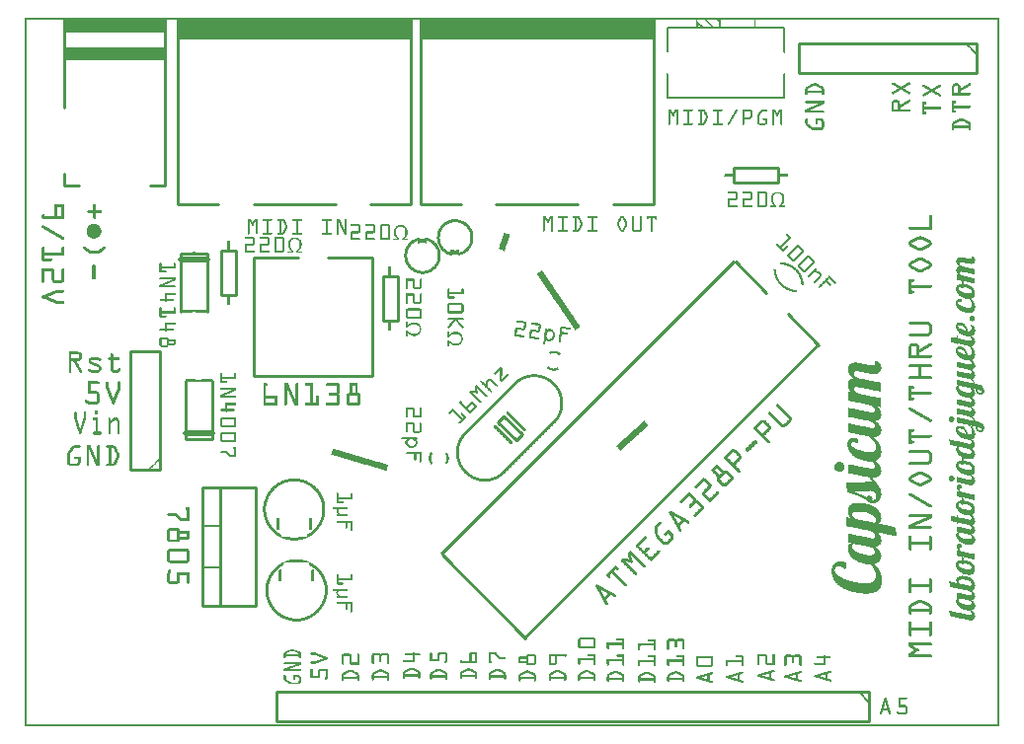
<source format=gto>
G04 MADE WITH FRITZING*
G04 WWW.FRITZING.ORG*
G04 DOUBLE SIDED*
G04 HOLES PLATED*
G04 CONTOUR ON CENTER OF CONTOUR VECTOR*
%ASAXBY*%
%FSLAX23Y23*%
%MOIN*%
%OFA0B0*%
%SFA1.0B1.0*%
%ADD10C,0.005000*%
%ADD11C,0.010000*%
%ADD12C,0.020000*%
%ADD13C,0.015000*%
%ADD14C,0.009843*%
%ADD15R,0.001000X0.001000*%
%LNSILK1*%
G90*
G70*
G54D10*
X2171Y2124D02*
X2565Y2124D01*
D02*
X2565Y2360D02*
X2466Y2360D01*
D02*
X2466Y2360D02*
X2348Y2360D01*
D02*
X2329Y2360D02*
X2289Y2360D01*
D02*
X2289Y2360D02*
X2269Y2360D01*
D02*
X2269Y2360D02*
X2171Y2360D01*
D02*
X2269Y2360D02*
X2269Y2379D01*
D02*
X2348Y2360D02*
X2329Y2360D01*
D02*
X2329Y2360D02*
X2309Y2360D01*
D02*
X2348Y2360D02*
X2348Y2379D01*
D02*
X2289Y2360D02*
X2269Y2379D01*
G54D11*
D02*
X1259Y1521D02*
X1259Y1371D01*
D02*
X1259Y1371D02*
X1209Y1371D01*
D02*
X1209Y1371D02*
X1209Y1521D01*
D02*
X1209Y1521D02*
X1259Y1521D01*
D02*
X618Y1597D02*
X618Y1402D01*
D02*
X528Y1402D02*
X528Y1597D01*
D02*
X528Y1597D02*
X618Y1597D01*
G54D12*
D02*
X528Y1577D02*
X618Y1577D01*
G54D11*
D02*
X457Y868D02*
X457Y1268D01*
D02*
X457Y1268D02*
X357Y1268D01*
D02*
X357Y1268D02*
X357Y868D01*
D02*
X357Y868D02*
X457Y868D01*
D02*
X2852Y118D02*
X852Y118D01*
D02*
X852Y118D02*
X852Y18D01*
D02*
X852Y18D02*
X2852Y18D01*
D02*
X2852Y18D02*
X2852Y118D01*
G54D10*
D02*
X2817Y118D02*
X2852Y83D01*
G54D11*
D02*
X1409Y581D02*
X1692Y298D01*
D02*
X2399Y1571D02*
X2505Y1465D01*
D02*
X2576Y1394D02*
X2682Y1288D01*
D02*
X1167Y1765D02*
X1305Y1765D01*
D02*
X1305Y1765D02*
X1305Y2387D01*
D02*
X1305Y2387D02*
X518Y2387D01*
D02*
X518Y2387D02*
X518Y1765D01*
D02*
X518Y1765D02*
X655Y1765D01*
D02*
X1049Y1765D02*
X773Y1765D01*
G54D13*
D02*
X1300Y2382D02*
X523Y2382D01*
D02*
X523Y2382D02*
X523Y2372D01*
D02*
X523Y2372D02*
X1300Y2372D01*
D02*
X1300Y2372D02*
X1300Y2362D01*
D02*
X1300Y2362D02*
X523Y2362D01*
D02*
X523Y2362D02*
X523Y2352D01*
D02*
X523Y2352D02*
X1300Y2352D01*
D02*
X1300Y2352D02*
X1300Y2342D01*
D02*
X1300Y2342D02*
X523Y2342D01*
D02*
X523Y2342D02*
X523Y2332D01*
D02*
X523Y2332D02*
X1300Y2332D01*
G54D11*
D02*
X1986Y1765D02*
X2124Y1765D01*
D02*
X2124Y1765D02*
X2124Y2387D01*
D02*
X2124Y2387D02*
X1336Y2387D01*
D02*
X1336Y2387D02*
X1336Y1765D01*
D02*
X1336Y1765D02*
X1474Y1765D01*
D02*
X1868Y1765D02*
X1592Y1765D01*
G54D13*
D02*
X2119Y2382D02*
X1341Y2382D01*
D02*
X1341Y2382D02*
X1341Y2372D01*
D02*
X1341Y2372D02*
X2119Y2372D01*
D02*
X2119Y2372D02*
X2119Y2362D01*
D02*
X2119Y2362D02*
X1341Y2362D01*
D02*
X1341Y2362D02*
X1341Y2352D01*
D02*
X1341Y2352D02*
X2119Y2352D01*
D02*
X2119Y2352D02*
X2119Y2342D01*
D02*
X2119Y2342D02*
X1341Y2342D01*
D02*
X1341Y2342D02*
X1341Y2332D01*
D02*
X1341Y2332D02*
X2119Y2332D01*
G54D11*
D02*
X135Y2092D02*
X135Y2387D01*
D02*
X135Y2387D02*
X475Y2387D01*
D02*
X475Y2387D02*
X475Y1827D01*
D02*
X475Y1827D02*
X425Y1827D01*
D02*
X135Y1867D02*
X135Y1827D01*
D02*
X135Y1827D02*
X185Y1827D01*
D02*
X135Y2387D02*
X475Y2387D01*
D02*
X135Y2382D02*
X475Y2382D01*
D02*
X135Y2377D02*
X475Y2377D01*
D02*
X135Y2372D02*
X475Y2372D01*
D02*
X135Y2367D02*
X475Y2367D01*
D02*
X135Y2362D02*
X475Y2362D01*
D02*
X135Y2357D02*
X475Y2357D01*
D02*
X135Y2352D02*
X475Y2352D01*
D02*
X135Y2257D02*
X475Y2257D01*
D02*
X135Y2262D02*
X475Y2262D01*
D02*
X135Y2267D02*
X475Y2267D01*
D02*
X135Y2272D02*
X475Y2272D01*
D02*
X135Y2277D02*
X475Y2277D01*
D02*
X135Y2282D02*
X475Y2282D01*
D02*
X135Y2287D02*
X475Y2287D01*
D02*
X135Y2292D02*
X475Y2292D01*
D02*
X602Y409D02*
X602Y809D01*
D02*
X602Y809D02*
X782Y809D01*
D02*
X782Y809D02*
X782Y409D01*
D02*
X782Y409D02*
X602Y409D01*
D02*
X602Y409D02*
X602Y809D01*
D02*
X602Y809D02*
X662Y809D01*
D02*
X662Y809D02*
X662Y409D01*
D02*
X662Y409D02*
X602Y409D01*
G54D10*
D02*
X602Y539D02*
X662Y539D01*
D02*
X602Y679D02*
X662Y679D01*
G54D11*
D02*
X543Y973D02*
X543Y1168D01*
D02*
X633Y1168D02*
X633Y973D01*
D02*
X633Y973D02*
X543Y973D01*
G54D12*
D02*
X633Y993D02*
X543Y993D01*
G54D11*
D02*
X3213Y2307D02*
X2613Y2307D01*
D02*
X2613Y2307D02*
X2613Y2207D01*
D02*
X2613Y2207D02*
X3213Y2207D01*
D02*
X3213Y2207D02*
X3213Y2307D01*
D02*
X775Y1584D02*
X775Y1184D01*
D02*
X775Y1184D02*
X1175Y1184D01*
D02*
X1175Y1184D02*
X1175Y1584D01*
D02*
X775Y1584D02*
X925Y1584D01*
D02*
X1025Y1584D02*
X1175Y1584D01*
D02*
X715Y1608D02*
X715Y1458D01*
D02*
X715Y1458D02*
X665Y1458D01*
D02*
X665Y1458D02*
X665Y1608D01*
D02*
X665Y1608D02*
X715Y1608D01*
D02*
X2395Y1888D02*
X2545Y1888D01*
D02*
X2545Y1888D02*
X2545Y1838D01*
D02*
X2545Y1838D02*
X2395Y1838D01*
D02*
X2395Y1838D02*
X2395Y1888D01*
G54D14*
X1659Y967D02*
X1597Y1029D01*
X1618Y1049D01*
X1679Y988D01*
X1659Y967D01*
D02*
G54D15*
X0Y2396D02*
X3291Y2396D01*
X0Y2395D02*
X3291Y2395D01*
X0Y2394D02*
X3291Y2394D01*
X0Y2393D02*
X3291Y2393D01*
X0Y2392D02*
X3291Y2392D01*
X0Y2391D02*
X3291Y2391D01*
X0Y2390D02*
X3291Y2390D01*
X0Y2389D02*
X3291Y2389D01*
X0Y2388D02*
X7Y2388D01*
X2267Y2388D02*
X2271Y2388D01*
X2297Y2388D02*
X2303Y2388D01*
X2337Y2388D02*
X2343Y2388D01*
X2345Y2388D02*
X2349Y2388D01*
X2463Y2388D02*
X2467Y2388D01*
X3284Y2388D02*
X3291Y2388D01*
X0Y2387D02*
X7Y2387D01*
X2267Y2387D02*
X2271Y2387D01*
X2298Y2387D02*
X2304Y2387D01*
X2338Y2387D02*
X2349Y2387D01*
X2463Y2387D02*
X2467Y2387D01*
X3284Y2387D02*
X3291Y2387D01*
X0Y2386D02*
X7Y2386D01*
X2267Y2386D02*
X2271Y2386D01*
X2299Y2386D02*
X2305Y2386D01*
X2339Y2386D02*
X2349Y2386D01*
X2463Y2386D02*
X2467Y2386D01*
X3284Y2386D02*
X3291Y2386D01*
X0Y2385D02*
X7Y2385D01*
X2267Y2385D02*
X2271Y2385D01*
X2300Y2385D02*
X2306Y2385D01*
X2340Y2385D02*
X2349Y2385D01*
X2463Y2385D02*
X2467Y2385D01*
X3284Y2385D02*
X3291Y2385D01*
X0Y2384D02*
X7Y2384D01*
X2267Y2384D02*
X2271Y2384D01*
X2301Y2384D02*
X2307Y2384D01*
X2341Y2384D02*
X2349Y2384D01*
X2463Y2384D02*
X2467Y2384D01*
X3284Y2384D02*
X3291Y2384D01*
X0Y2383D02*
X7Y2383D01*
X2267Y2383D02*
X2271Y2383D01*
X2302Y2383D02*
X2308Y2383D01*
X2342Y2383D02*
X2349Y2383D01*
X2463Y2383D02*
X2467Y2383D01*
X3284Y2383D02*
X3291Y2383D01*
X0Y2382D02*
X7Y2382D01*
X2267Y2382D02*
X2271Y2382D01*
X2303Y2382D02*
X2309Y2382D01*
X2343Y2382D02*
X2349Y2382D01*
X2463Y2382D02*
X2467Y2382D01*
X3284Y2382D02*
X3291Y2382D01*
X0Y2381D02*
X7Y2381D01*
X2267Y2381D02*
X2271Y2381D01*
X2304Y2381D02*
X2310Y2381D01*
X2344Y2381D02*
X2349Y2381D01*
X2463Y2381D02*
X2467Y2381D01*
X3284Y2381D02*
X3291Y2381D01*
X0Y2380D02*
X7Y2380D01*
X2267Y2380D02*
X2271Y2380D01*
X2305Y2380D02*
X2311Y2380D01*
X2345Y2380D02*
X2349Y2380D01*
X2463Y2380D02*
X2467Y2380D01*
X3284Y2380D02*
X3291Y2380D01*
X0Y2379D02*
X7Y2379D01*
X2267Y2379D02*
X2270Y2379D01*
X2306Y2379D02*
X2312Y2379D01*
X2345Y2379D02*
X2349Y2379D01*
X2463Y2379D02*
X2467Y2379D01*
X3284Y2379D02*
X3291Y2379D01*
X0Y2378D02*
X7Y2378D01*
X2269Y2378D02*
X2269Y2378D01*
X2307Y2378D02*
X2313Y2378D01*
X2345Y2378D02*
X2349Y2378D01*
X2463Y2378D02*
X2467Y2378D01*
X3284Y2378D02*
X3291Y2378D01*
X0Y2377D02*
X7Y2377D01*
X2308Y2377D02*
X2314Y2377D01*
X2345Y2377D02*
X2349Y2377D01*
X2463Y2377D02*
X2467Y2377D01*
X3284Y2377D02*
X3291Y2377D01*
X0Y2376D02*
X7Y2376D01*
X2309Y2376D02*
X2315Y2376D01*
X2345Y2376D02*
X2349Y2376D01*
X2463Y2376D02*
X2467Y2376D01*
X3284Y2376D02*
X3291Y2376D01*
X0Y2375D02*
X7Y2375D01*
X2310Y2375D02*
X2316Y2375D01*
X2345Y2375D02*
X2349Y2375D01*
X2463Y2375D02*
X2467Y2375D01*
X3284Y2375D02*
X3291Y2375D01*
X0Y2374D02*
X7Y2374D01*
X2311Y2374D02*
X2317Y2374D01*
X2345Y2374D02*
X2349Y2374D01*
X2463Y2374D02*
X2467Y2374D01*
X3284Y2374D02*
X3291Y2374D01*
X0Y2373D02*
X7Y2373D01*
X2312Y2373D02*
X2318Y2373D01*
X2345Y2373D02*
X2349Y2373D01*
X2463Y2373D02*
X2467Y2373D01*
X3284Y2373D02*
X3291Y2373D01*
X0Y2372D02*
X7Y2372D01*
X2313Y2372D02*
X2319Y2372D01*
X2345Y2372D02*
X2349Y2372D01*
X2463Y2372D02*
X2467Y2372D01*
X3284Y2372D02*
X3291Y2372D01*
X0Y2371D02*
X7Y2371D01*
X2314Y2371D02*
X2320Y2371D01*
X2345Y2371D02*
X2349Y2371D01*
X2463Y2371D02*
X2467Y2371D01*
X3284Y2371D02*
X3291Y2371D01*
X0Y2370D02*
X7Y2370D01*
X2315Y2370D02*
X2321Y2370D01*
X2345Y2370D02*
X2349Y2370D01*
X2463Y2370D02*
X2467Y2370D01*
X3284Y2370D02*
X3291Y2370D01*
X0Y2369D02*
X7Y2369D01*
X2316Y2369D02*
X2322Y2369D01*
X2345Y2369D02*
X2349Y2369D01*
X2463Y2369D02*
X2467Y2369D01*
X3284Y2369D02*
X3291Y2369D01*
X0Y2368D02*
X7Y2368D01*
X2317Y2368D02*
X2323Y2368D01*
X2345Y2368D02*
X2349Y2368D01*
X2463Y2368D02*
X2467Y2368D01*
X3284Y2368D02*
X3291Y2368D01*
X0Y2367D02*
X7Y2367D01*
X2318Y2367D02*
X2324Y2367D01*
X2345Y2367D02*
X2349Y2367D01*
X2463Y2367D02*
X2467Y2367D01*
X3284Y2367D02*
X3291Y2367D01*
X0Y2366D02*
X7Y2366D01*
X2319Y2366D02*
X2325Y2366D01*
X2345Y2366D02*
X2349Y2366D01*
X2463Y2366D02*
X2467Y2366D01*
X3284Y2366D02*
X3291Y2366D01*
X0Y2365D02*
X7Y2365D01*
X2320Y2365D02*
X2326Y2365D01*
X2345Y2365D02*
X2349Y2365D01*
X2463Y2365D02*
X2467Y2365D01*
X3284Y2365D02*
X3291Y2365D01*
X0Y2364D02*
X7Y2364D01*
X2321Y2364D02*
X2327Y2364D01*
X2345Y2364D02*
X2349Y2364D01*
X2463Y2364D02*
X2467Y2364D01*
X3284Y2364D02*
X3291Y2364D01*
X0Y2363D02*
X7Y2363D01*
X2170Y2363D02*
X2171Y2363D01*
X2322Y2363D02*
X2328Y2363D01*
X2345Y2363D02*
X2349Y2363D01*
X2463Y2363D02*
X2467Y2363D01*
X2563Y2363D02*
X2564Y2363D01*
X3284Y2363D02*
X3291Y2363D01*
X0Y2362D02*
X7Y2362D01*
X2169Y2362D02*
X2172Y2362D01*
X2323Y2362D02*
X2329Y2362D01*
X2345Y2362D02*
X2349Y2362D01*
X2463Y2362D02*
X2467Y2362D01*
X2562Y2362D02*
X2565Y2362D01*
X3284Y2362D02*
X3291Y2362D01*
X0Y2361D02*
X7Y2361D01*
X2168Y2361D02*
X2172Y2361D01*
X2324Y2361D02*
X2330Y2361D01*
X2345Y2361D02*
X2349Y2361D01*
X2463Y2361D02*
X2467Y2361D01*
X2562Y2361D02*
X2566Y2361D01*
X3284Y2361D02*
X3291Y2361D01*
X0Y2360D02*
X7Y2360D01*
X2168Y2360D02*
X2172Y2360D01*
X2325Y2360D02*
X2329Y2360D01*
X2345Y2360D02*
X2349Y2360D01*
X2464Y2360D02*
X2467Y2360D01*
X2562Y2360D02*
X2566Y2360D01*
X3284Y2360D02*
X3291Y2360D01*
X0Y2359D02*
X7Y2359D01*
X2168Y2359D02*
X2172Y2359D01*
X2326Y2359D02*
X2329Y2359D01*
X2346Y2359D02*
X2349Y2359D01*
X2464Y2359D02*
X2467Y2359D01*
X2562Y2359D02*
X2566Y2359D01*
X3284Y2359D02*
X3291Y2359D01*
X0Y2358D02*
X7Y2358D01*
X2168Y2358D02*
X2172Y2358D01*
X2562Y2358D02*
X2566Y2358D01*
X3284Y2358D02*
X3291Y2358D01*
X0Y2357D02*
X7Y2357D01*
X2168Y2357D02*
X2172Y2357D01*
X2562Y2357D02*
X2566Y2357D01*
X3284Y2357D02*
X3291Y2357D01*
X0Y2356D02*
X7Y2356D01*
X2168Y2356D02*
X2172Y2356D01*
X2562Y2356D02*
X2566Y2356D01*
X3284Y2356D02*
X3291Y2356D01*
X0Y2355D02*
X7Y2355D01*
X2168Y2355D02*
X2172Y2355D01*
X2562Y2355D02*
X2566Y2355D01*
X3284Y2355D02*
X3291Y2355D01*
X0Y2354D02*
X7Y2354D01*
X2168Y2354D02*
X2172Y2354D01*
X2562Y2354D02*
X2566Y2354D01*
X3284Y2354D02*
X3291Y2354D01*
X0Y2353D02*
X7Y2353D01*
X2168Y2353D02*
X2172Y2353D01*
X2562Y2353D02*
X2566Y2353D01*
X3284Y2353D02*
X3291Y2353D01*
X0Y2352D02*
X7Y2352D01*
X2168Y2352D02*
X2172Y2352D01*
X2562Y2352D02*
X2566Y2352D01*
X3284Y2352D02*
X3291Y2352D01*
X0Y2351D02*
X7Y2351D01*
X2168Y2351D02*
X2172Y2351D01*
X2562Y2351D02*
X2566Y2351D01*
X3284Y2351D02*
X3291Y2351D01*
X0Y2350D02*
X7Y2350D01*
X2168Y2350D02*
X2172Y2350D01*
X2562Y2350D02*
X2566Y2350D01*
X3284Y2350D02*
X3291Y2350D01*
X0Y2349D02*
X7Y2349D01*
X2168Y2349D02*
X2172Y2349D01*
X2562Y2349D02*
X2566Y2349D01*
X3284Y2349D02*
X3291Y2349D01*
X0Y2348D02*
X7Y2348D01*
X2168Y2348D02*
X2172Y2348D01*
X2562Y2348D02*
X2566Y2348D01*
X3284Y2348D02*
X3291Y2348D01*
X0Y2347D02*
X7Y2347D01*
X2168Y2347D02*
X2172Y2347D01*
X2562Y2347D02*
X2566Y2347D01*
X3284Y2347D02*
X3291Y2347D01*
X0Y2346D02*
X7Y2346D01*
X2168Y2346D02*
X2172Y2346D01*
X2562Y2346D02*
X2566Y2346D01*
X3284Y2346D02*
X3291Y2346D01*
X0Y2345D02*
X7Y2345D01*
X2168Y2345D02*
X2172Y2345D01*
X2562Y2345D02*
X2566Y2345D01*
X3284Y2345D02*
X3291Y2345D01*
X0Y2344D02*
X7Y2344D01*
X2168Y2344D02*
X2172Y2344D01*
X2562Y2344D02*
X2566Y2344D01*
X3284Y2344D02*
X3291Y2344D01*
X0Y2343D02*
X7Y2343D01*
X2168Y2343D02*
X2172Y2343D01*
X2562Y2343D02*
X2566Y2343D01*
X3284Y2343D02*
X3291Y2343D01*
X0Y2342D02*
X7Y2342D01*
X2168Y2342D02*
X2172Y2342D01*
X2562Y2342D02*
X2566Y2342D01*
X3284Y2342D02*
X3291Y2342D01*
X0Y2341D02*
X7Y2341D01*
X2168Y2341D02*
X2172Y2341D01*
X2562Y2341D02*
X2566Y2341D01*
X3284Y2341D02*
X3291Y2341D01*
X0Y2340D02*
X7Y2340D01*
X2168Y2340D02*
X2172Y2340D01*
X2562Y2340D02*
X2566Y2340D01*
X3284Y2340D02*
X3291Y2340D01*
X0Y2339D02*
X7Y2339D01*
X2168Y2339D02*
X2172Y2339D01*
X2562Y2339D02*
X2566Y2339D01*
X3284Y2339D02*
X3291Y2339D01*
X0Y2338D02*
X7Y2338D01*
X2168Y2338D02*
X2172Y2338D01*
X2562Y2338D02*
X2566Y2338D01*
X3284Y2338D02*
X3291Y2338D01*
X0Y2337D02*
X7Y2337D01*
X2168Y2337D02*
X2172Y2337D01*
X2562Y2337D02*
X2566Y2337D01*
X3284Y2337D02*
X3291Y2337D01*
X0Y2336D02*
X7Y2336D01*
X2168Y2336D02*
X2172Y2336D01*
X2562Y2336D02*
X2566Y2336D01*
X3284Y2336D02*
X3291Y2336D01*
X0Y2335D02*
X7Y2335D01*
X2168Y2335D02*
X2172Y2335D01*
X2562Y2335D02*
X2566Y2335D01*
X3284Y2335D02*
X3291Y2335D01*
X0Y2334D02*
X7Y2334D01*
X2168Y2334D02*
X2172Y2334D01*
X2562Y2334D02*
X2566Y2334D01*
X3284Y2334D02*
X3291Y2334D01*
X0Y2333D02*
X7Y2333D01*
X2168Y2333D02*
X2172Y2333D01*
X2562Y2333D02*
X2566Y2333D01*
X3284Y2333D02*
X3291Y2333D01*
X0Y2332D02*
X7Y2332D01*
X2168Y2332D02*
X2172Y2332D01*
X2562Y2332D02*
X2566Y2332D01*
X3284Y2332D02*
X3291Y2332D01*
X0Y2331D02*
X7Y2331D01*
X2168Y2331D02*
X2172Y2331D01*
X2562Y2331D02*
X2566Y2331D01*
X3284Y2331D02*
X3291Y2331D01*
X0Y2330D02*
X7Y2330D01*
X2168Y2330D02*
X2172Y2330D01*
X2562Y2330D02*
X2566Y2330D01*
X3284Y2330D02*
X3291Y2330D01*
X0Y2329D02*
X7Y2329D01*
X2168Y2329D02*
X2172Y2329D01*
X2562Y2329D02*
X2566Y2329D01*
X3284Y2329D02*
X3291Y2329D01*
X0Y2328D02*
X7Y2328D01*
X2168Y2328D02*
X2172Y2328D01*
X2562Y2328D02*
X2566Y2328D01*
X3284Y2328D02*
X3291Y2328D01*
X0Y2327D02*
X7Y2327D01*
X2168Y2327D02*
X2172Y2327D01*
X2562Y2327D02*
X2566Y2327D01*
X3284Y2327D02*
X3291Y2327D01*
X0Y2326D02*
X7Y2326D01*
X2168Y2326D02*
X2172Y2326D01*
X2562Y2326D02*
X2566Y2326D01*
X3284Y2326D02*
X3291Y2326D01*
X0Y2325D02*
X7Y2325D01*
X2168Y2325D02*
X2172Y2325D01*
X2562Y2325D02*
X2566Y2325D01*
X3284Y2325D02*
X3291Y2325D01*
X0Y2324D02*
X7Y2324D01*
X2168Y2324D02*
X2172Y2324D01*
X2562Y2324D02*
X2566Y2324D01*
X3284Y2324D02*
X3291Y2324D01*
X0Y2323D02*
X7Y2323D01*
X2168Y2323D02*
X2172Y2323D01*
X2562Y2323D02*
X2566Y2323D01*
X3284Y2323D02*
X3291Y2323D01*
X0Y2322D02*
X7Y2322D01*
X2168Y2322D02*
X2172Y2322D01*
X2562Y2322D02*
X2566Y2322D01*
X3284Y2322D02*
X3291Y2322D01*
X0Y2321D02*
X7Y2321D01*
X2168Y2321D02*
X2172Y2321D01*
X2562Y2321D02*
X2566Y2321D01*
X3284Y2321D02*
X3291Y2321D01*
X0Y2320D02*
X7Y2320D01*
X2168Y2320D02*
X2172Y2320D01*
X2562Y2320D02*
X2566Y2320D01*
X3284Y2320D02*
X3291Y2320D01*
X0Y2319D02*
X7Y2319D01*
X2168Y2319D02*
X2172Y2319D01*
X2562Y2319D02*
X2566Y2319D01*
X3284Y2319D02*
X3291Y2319D01*
X0Y2318D02*
X7Y2318D01*
X2168Y2318D02*
X2172Y2318D01*
X2562Y2318D02*
X2566Y2318D01*
X3284Y2318D02*
X3291Y2318D01*
X0Y2317D02*
X7Y2317D01*
X2168Y2317D02*
X2172Y2317D01*
X2562Y2317D02*
X2566Y2317D01*
X3284Y2317D02*
X3291Y2317D01*
X0Y2316D02*
X7Y2316D01*
X2168Y2316D02*
X2172Y2316D01*
X2562Y2316D02*
X2566Y2316D01*
X3284Y2316D02*
X3291Y2316D01*
X0Y2315D02*
X7Y2315D01*
X2168Y2315D02*
X2172Y2315D01*
X2562Y2315D02*
X2566Y2315D01*
X3284Y2315D02*
X3291Y2315D01*
X0Y2314D02*
X7Y2314D01*
X2168Y2314D02*
X2172Y2314D01*
X2562Y2314D02*
X2566Y2314D01*
X3284Y2314D02*
X3291Y2314D01*
X0Y2313D02*
X7Y2313D01*
X2168Y2313D02*
X2172Y2313D01*
X2562Y2313D02*
X2566Y2313D01*
X3284Y2313D02*
X3291Y2313D01*
X0Y2312D02*
X7Y2312D01*
X2168Y2312D02*
X2172Y2312D01*
X2562Y2312D02*
X2566Y2312D01*
X3284Y2312D02*
X3291Y2312D01*
X0Y2311D02*
X7Y2311D01*
X2168Y2311D02*
X2172Y2311D01*
X2562Y2311D02*
X2566Y2311D01*
X3284Y2311D02*
X3291Y2311D01*
X0Y2310D02*
X7Y2310D01*
X2168Y2310D02*
X2172Y2310D01*
X2562Y2310D02*
X2566Y2310D01*
X3284Y2310D02*
X3291Y2310D01*
X0Y2309D02*
X7Y2309D01*
X2168Y2309D02*
X2172Y2309D01*
X2562Y2309D02*
X2566Y2309D01*
X3178Y2309D02*
X3180Y2309D01*
X3284Y2309D02*
X3291Y2309D01*
X0Y2308D02*
X7Y2308D01*
X2168Y2308D02*
X2172Y2308D01*
X2562Y2308D02*
X2566Y2308D01*
X3177Y2308D02*
X3181Y2308D01*
X3284Y2308D02*
X3291Y2308D01*
X0Y2307D02*
X7Y2307D01*
X2168Y2307D02*
X2172Y2307D01*
X2562Y2307D02*
X2566Y2307D01*
X3176Y2307D02*
X3182Y2307D01*
X3284Y2307D02*
X3291Y2307D01*
X0Y2306D02*
X7Y2306D01*
X2168Y2306D02*
X2172Y2306D01*
X2562Y2306D02*
X2566Y2306D01*
X3176Y2306D02*
X3183Y2306D01*
X3284Y2306D02*
X3291Y2306D01*
X0Y2305D02*
X7Y2305D01*
X2168Y2305D02*
X2172Y2305D01*
X2562Y2305D02*
X2566Y2305D01*
X3177Y2305D02*
X3184Y2305D01*
X3284Y2305D02*
X3291Y2305D01*
X0Y2304D02*
X7Y2304D01*
X2168Y2304D02*
X2172Y2304D01*
X2562Y2304D02*
X2566Y2304D01*
X3178Y2304D02*
X3185Y2304D01*
X3284Y2304D02*
X3291Y2304D01*
X0Y2303D02*
X7Y2303D01*
X2168Y2303D02*
X2172Y2303D01*
X2562Y2303D02*
X2566Y2303D01*
X3179Y2303D02*
X3186Y2303D01*
X3284Y2303D02*
X3291Y2303D01*
X0Y2302D02*
X7Y2302D01*
X2168Y2302D02*
X2172Y2302D01*
X2562Y2302D02*
X2566Y2302D01*
X3180Y2302D02*
X3187Y2302D01*
X3284Y2302D02*
X3291Y2302D01*
X0Y2301D02*
X7Y2301D01*
X2168Y2301D02*
X2172Y2301D01*
X2562Y2301D02*
X2566Y2301D01*
X3181Y2301D02*
X3188Y2301D01*
X3284Y2301D02*
X3291Y2301D01*
X0Y2300D02*
X7Y2300D01*
X2168Y2300D02*
X2172Y2300D01*
X2562Y2300D02*
X2566Y2300D01*
X3182Y2300D02*
X3189Y2300D01*
X3284Y2300D02*
X3291Y2300D01*
X0Y2299D02*
X7Y2299D01*
X2168Y2299D02*
X2172Y2299D01*
X2562Y2299D02*
X2566Y2299D01*
X3183Y2299D02*
X3190Y2299D01*
X3284Y2299D02*
X3291Y2299D01*
X0Y2298D02*
X7Y2298D01*
X2168Y2298D02*
X2172Y2298D01*
X2562Y2298D02*
X2566Y2298D01*
X3184Y2298D02*
X3191Y2298D01*
X3284Y2298D02*
X3291Y2298D01*
X0Y2297D02*
X7Y2297D01*
X2168Y2297D02*
X2172Y2297D01*
X2562Y2297D02*
X2566Y2297D01*
X3185Y2297D02*
X3192Y2297D01*
X3284Y2297D02*
X3291Y2297D01*
X0Y2296D02*
X7Y2296D01*
X2168Y2296D02*
X2172Y2296D01*
X2562Y2296D02*
X2566Y2296D01*
X3186Y2296D02*
X3193Y2296D01*
X3284Y2296D02*
X3291Y2296D01*
X0Y2295D02*
X7Y2295D01*
X2168Y2295D02*
X2172Y2295D01*
X2562Y2295D02*
X2566Y2295D01*
X3187Y2295D02*
X3194Y2295D01*
X3284Y2295D02*
X3291Y2295D01*
X0Y2294D02*
X7Y2294D01*
X2168Y2294D02*
X2172Y2294D01*
X2562Y2294D02*
X2566Y2294D01*
X3188Y2294D02*
X3195Y2294D01*
X3284Y2294D02*
X3291Y2294D01*
X0Y2293D02*
X7Y2293D01*
X2168Y2293D02*
X2172Y2293D01*
X2562Y2293D02*
X2566Y2293D01*
X3190Y2293D02*
X3196Y2293D01*
X3284Y2293D02*
X3291Y2293D01*
X0Y2292D02*
X7Y2292D01*
X2168Y2292D02*
X2172Y2292D01*
X2562Y2292D02*
X2566Y2292D01*
X3191Y2292D02*
X3197Y2292D01*
X3284Y2292D02*
X3291Y2292D01*
X0Y2291D02*
X7Y2291D01*
X2168Y2291D02*
X2172Y2291D01*
X2562Y2291D02*
X2566Y2291D01*
X3192Y2291D02*
X3198Y2291D01*
X3284Y2291D02*
X3291Y2291D01*
X0Y2290D02*
X7Y2290D01*
X2168Y2290D02*
X2172Y2290D01*
X2562Y2290D02*
X2566Y2290D01*
X3193Y2290D02*
X3199Y2290D01*
X3284Y2290D02*
X3291Y2290D01*
X0Y2289D02*
X7Y2289D01*
X2168Y2289D02*
X2172Y2289D01*
X2562Y2289D02*
X2566Y2289D01*
X3194Y2289D02*
X3200Y2289D01*
X3284Y2289D02*
X3291Y2289D01*
X0Y2288D02*
X7Y2288D01*
X2168Y2288D02*
X2172Y2288D01*
X2562Y2288D02*
X2566Y2288D01*
X3195Y2288D02*
X3201Y2288D01*
X3284Y2288D02*
X3291Y2288D01*
X0Y2287D02*
X7Y2287D01*
X2168Y2287D02*
X2172Y2287D01*
X2562Y2287D02*
X2566Y2287D01*
X3196Y2287D02*
X3202Y2287D01*
X3284Y2287D02*
X3291Y2287D01*
X0Y2286D02*
X7Y2286D01*
X2168Y2286D02*
X2172Y2286D01*
X2562Y2286D02*
X2566Y2286D01*
X3197Y2286D02*
X3203Y2286D01*
X3284Y2286D02*
X3291Y2286D01*
X0Y2285D02*
X7Y2285D01*
X2168Y2285D02*
X2172Y2285D01*
X2562Y2285D02*
X2566Y2285D01*
X3198Y2285D02*
X3204Y2285D01*
X3284Y2285D02*
X3291Y2285D01*
X0Y2284D02*
X7Y2284D01*
X2168Y2284D02*
X2172Y2284D01*
X2562Y2284D02*
X2566Y2284D01*
X3198Y2284D02*
X3205Y2284D01*
X3284Y2284D02*
X3291Y2284D01*
X0Y2283D02*
X7Y2283D01*
X2168Y2283D02*
X2172Y2283D01*
X2562Y2283D02*
X2566Y2283D01*
X3199Y2283D02*
X3206Y2283D01*
X3284Y2283D02*
X3291Y2283D01*
X0Y2282D02*
X7Y2282D01*
X2168Y2282D02*
X2172Y2282D01*
X2562Y2282D02*
X2566Y2282D01*
X3200Y2282D02*
X3207Y2282D01*
X3284Y2282D02*
X3291Y2282D01*
X0Y2281D02*
X7Y2281D01*
X2168Y2281D02*
X2172Y2281D01*
X2562Y2281D02*
X2566Y2281D01*
X3201Y2281D02*
X3208Y2281D01*
X3284Y2281D02*
X3291Y2281D01*
X0Y2280D02*
X7Y2280D01*
X2168Y2280D02*
X2172Y2280D01*
X2562Y2280D02*
X2566Y2280D01*
X3202Y2280D02*
X3209Y2280D01*
X3284Y2280D02*
X3291Y2280D01*
X0Y2279D02*
X7Y2279D01*
X2168Y2279D02*
X2172Y2279D01*
X2562Y2279D02*
X2566Y2279D01*
X3203Y2279D02*
X3210Y2279D01*
X3284Y2279D02*
X3291Y2279D01*
X0Y2278D02*
X7Y2278D01*
X2168Y2278D02*
X2170Y2278D01*
X2564Y2278D02*
X2566Y2278D01*
X3204Y2278D02*
X3211Y2278D01*
X3284Y2278D02*
X3291Y2278D01*
X0Y2277D02*
X7Y2277D01*
X2168Y2277D02*
X2168Y2277D01*
X2566Y2277D02*
X2566Y2277D01*
X3205Y2277D02*
X3212Y2277D01*
X3284Y2277D02*
X3291Y2277D01*
X0Y2276D02*
X7Y2276D01*
X3206Y2276D02*
X3213Y2276D01*
X3284Y2276D02*
X3291Y2276D01*
X0Y2275D02*
X7Y2275D01*
X3207Y2275D02*
X3213Y2275D01*
X3284Y2275D02*
X3291Y2275D01*
X0Y2274D02*
X7Y2274D01*
X3208Y2274D02*
X3212Y2274D01*
X3284Y2274D02*
X3291Y2274D01*
X0Y2273D02*
X7Y2273D01*
X3209Y2273D02*
X3211Y2273D01*
X3284Y2273D02*
X3291Y2273D01*
X0Y2272D02*
X7Y2272D01*
X3210Y2272D02*
X3210Y2272D01*
X3284Y2272D02*
X3291Y2272D01*
X0Y2271D02*
X7Y2271D01*
X3284Y2271D02*
X3291Y2271D01*
X0Y2270D02*
X7Y2270D01*
X3284Y2270D02*
X3291Y2270D01*
X0Y2269D02*
X7Y2269D01*
X3284Y2269D02*
X3291Y2269D01*
X0Y2268D02*
X7Y2268D01*
X3284Y2268D02*
X3291Y2268D01*
X0Y2267D02*
X7Y2267D01*
X3284Y2267D02*
X3291Y2267D01*
X0Y2266D02*
X7Y2266D01*
X3284Y2266D02*
X3291Y2266D01*
X0Y2265D02*
X7Y2265D01*
X3284Y2265D02*
X3291Y2265D01*
X0Y2264D02*
X7Y2264D01*
X3284Y2264D02*
X3291Y2264D01*
X0Y2263D02*
X7Y2263D01*
X3284Y2263D02*
X3291Y2263D01*
X0Y2262D02*
X7Y2262D01*
X3284Y2262D02*
X3291Y2262D01*
X0Y2261D02*
X7Y2261D01*
X3284Y2261D02*
X3291Y2261D01*
X0Y2260D02*
X7Y2260D01*
X3284Y2260D02*
X3291Y2260D01*
X0Y2259D02*
X7Y2259D01*
X3284Y2259D02*
X3291Y2259D01*
X0Y2258D02*
X7Y2258D01*
X3284Y2258D02*
X3291Y2258D01*
X0Y2257D02*
X7Y2257D01*
X3284Y2257D02*
X3291Y2257D01*
X0Y2256D02*
X7Y2256D01*
X3284Y2256D02*
X3291Y2256D01*
X0Y2255D02*
X7Y2255D01*
X3284Y2255D02*
X3291Y2255D01*
X0Y2254D02*
X7Y2254D01*
X3284Y2254D02*
X3291Y2254D01*
X0Y2253D02*
X7Y2253D01*
X3284Y2253D02*
X3291Y2253D01*
X0Y2252D02*
X7Y2252D01*
X3284Y2252D02*
X3291Y2252D01*
X0Y2251D02*
X7Y2251D01*
X3284Y2251D02*
X3291Y2251D01*
X0Y2250D02*
X7Y2250D01*
X3284Y2250D02*
X3291Y2250D01*
X0Y2249D02*
X7Y2249D01*
X3284Y2249D02*
X3291Y2249D01*
X0Y2248D02*
X7Y2248D01*
X3284Y2248D02*
X3291Y2248D01*
X0Y2247D02*
X7Y2247D01*
X3284Y2247D02*
X3291Y2247D01*
X0Y2246D02*
X7Y2246D01*
X3284Y2246D02*
X3291Y2246D01*
X0Y2245D02*
X7Y2245D01*
X3284Y2245D02*
X3291Y2245D01*
X0Y2244D02*
X7Y2244D01*
X3284Y2244D02*
X3291Y2244D01*
X0Y2243D02*
X7Y2243D01*
X3284Y2243D02*
X3291Y2243D01*
X0Y2242D02*
X7Y2242D01*
X3284Y2242D02*
X3291Y2242D01*
X0Y2241D02*
X7Y2241D01*
X3284Y2241D02*
X3291Y2241D01*
X0Y2240D02*
X7Y2240D01*
X3284Y2240D02*
X3291Y2240D01*
X0Y2239D02*
X7Y2239D01*
X3284Y2239D02*
X3291Y2239D01*
X0Y2238D02*
X7Y2238D01*
X3284Y2238D02*
X3291Y2238D01*
X0Y2237D02*
X7Y2237D01*
X3284Y2237D02*
X3291Y2237D01*
X0Y2236D02*
X7Y2236D01*
X3284Y2236D02*
X3291Y2236D01*
X0Y2235D02*
X7Y2235D01*
X3284Y2235D02*
X3291Y2235D01*
X0Y2234D02*
X7Y2234D01*
X3284Y2234D02*
X3291Y2234D01*
X0Y2233D02*
X7Y2233D01*
X3284Y2233D02*
X3291Y2233D01*
X0Y2232D02*
X7Y2232D01*
X3284Y2232D02*
X3291Y2232D01*
X0Y2231D02*
X7Y2231D01*
X3284Y2231D02*
X3291Y2231D01*
X0Y2230D02*
X7Y2230D01*
X3284Y2230D02*
X3291Y2230D01*
X0Y2229D02*
X7Y2229D01*
X3284Y2229D02*
X3291Y2229D01*
X0Y2228D02*
X7Y2228D01*
X3284Y2228D02*
X3291Y2228D01*
X0Y2227D02*
X7Y2227D01*
X3284Y2227D02*
X3291Y2227D01*
X0Y2226D02*
X7Y2226D01*
X3284Y2226D02*
X3291Y2226D01*
X0Y2225D02*
X7Y2225D01*
X3284Y2225D02*
X3291Y2225D01*
X0Y2224D02*
X7Y2224D01*
X3284Y2224D02*
X3291Y2224D01*
X0Y2223D02*
X7Y2223D01*
X3284Y2223D02*
X3291Y2223D01*
X0Y2222D02*
X7Y2222D01*
X3284Y2222D02*
X3291Y2222D01*
X0Y2221D02*
X7Y2221D01*
X3284Y2221D02*
X3291Y2221D01*
X0Y2220D02*
X7Y2220D01*
X3284Y2220D02*
X3291Y2220D01*
X0Y2219D02*
X7Y2219D01*
X3284Y2219D02*
X3291Y2219D01*
X0Y2218D02*
X7Y2218D01*
X3284Y2218D02*
X3291Y2218D01*
X0Y2217D02*
X7Y2217D01*
X3284Y2217D02*
X3291Y2217D01*
X0Y2216D02*
X7Y2216D01*
X3284Y2216D02*
X3291Y2216D01*
X0Y2215D02*
X7Y2215D01*
X3284Y2215D02*
X3291Y2215D01*
X0Y2214D02*
X7Y2214D01*
X3284Y2214D02*
X3291Y2214D01*
X0Y2213D02*
X7Y2213D01*
X3284Y2213D02*
X3291Y2213D01*
X0Y2212D02*
X7Y2212D01*
X3284Y2212D02*
X3291Y2212D01*
X0Y2211D02*
X7Y2211D01*
X3284Y2211D02*
X3291Y2211D01*
X0Y2210D02*
X7Y2210D01*
X3284Y2210D02*
X3291Y2210D01*
X0Y2209D02*
X7Y2209D01*
X3284Y2209D02*
X3291Y2209D01*
X0Y2208D02*
X7Y2208D01*
X2168Y2208D02*
X2169Y2208D01*
X2565Y2208D02*
X2566Y2208D01*
X3284Y2208D02*
X3291Y2208D01*
X0Y2207D02*
X7Y2207D01*
X2168Y2207D02*
X2171Y2207D01*
X2563Y2207D02*
X2566Y2207D01*
X3284Y2207D02*
X3291Y2207D01*
X0Y2206D02*
X7Y2206D01*
X2168Y2206D02*
X2172Y2206D01*
X2562Y2206D02*
X2566Y2206D01*
X3284Y2206D02*
X3291Y2206D01*
X0Y2205D02*
X7Y2205D01*
X2168Y2205D02*
X2172Y2205D01*
X2562Y2205D02*
X2566Y2205D01*
X3284Y2205D02*
X3291Y2205D01*
X0Y2204D02*
X7Y2204D01*
X2168Y2204D02*
X2172Y2204D01*
X2562Y2204D02*
X2566Y2204D01*
X3284Y2204D02*
X3291Y2204D01*
X0Y2203D02*
X7Y2203D01*
X2168Y2203D02*
X2172Y2203D01*
X2562Y2203D02*
X2566Y2203D01*
X3284Y2203D02*
X3291Y2203D01*
X0Y2202D02*
X7Y2202D01*
X2168Y2202D02*
X2172Y2202D01*
X2562Y2202D02*
X2566Y2202D01*
X3284Y2202D02*
X3291Y2202D01*
X0Y2201D02*
X7Y2201D01*
X2168Y2201D02*
X2172Y2201D01*
X2562Y2201D02*
X2566Y2201D01*
X3284Y2201D02*
X3291Y2201D01*
X0Y2200D02*
X7Y2200D01*
X2168Y2200D02*
X2172Y2200D01*
X2562Y2200D02*
X2566Y2200D01*
X3284Y2200D02*
X3291Y2200D01*
X0Y2199D02*
X7Y2199D01*
X2168Y2199D02*
X2172Y2199D01*
X2562Y2199D02*
X2566Y2199D01*
X3284Y2199D02*
X3291Y2199D01*
X0Y2198D02*
X7Y2198D01*
X2168Y2198D02*
X2172Y2198D01*
X2562Y2198D02*
X2566Y2198D01*
X3284Y2198D02*
X3291Y2198D01*
X0Y2197D02*
X7Y2197D01*
X2168Y2197D02*
X2172Y2197D01*
X2562Y2197D02*
X2566Y2197D01*
X3284Y2197D02*
X3291Y2197D01*
X0Y2196D02*
X7Y2196D01*
X2168Y2196D02*
X2172Y2196D01*
X2562Y2196D02*
X2566Y2196D01*
X3284Y2196D02*
X3291Y2196D01*
X0Y2195D02*
X7Y2195D01*
X2168Y2195D02*
X2172Y2195D01*
X2562Y2195D02*
X2566Y2195D01*
X3284Y2195D02*
X3291Y2195D01*
X0Y2194D02*
X7Y2194D01*
X2168Y2194D02*
X2172Y2194D01*
X2562Y2194D02*
X2566Y2194D01*
X3284Y2194D02*
X3291Y2194D01*
X0Y2193D02*
X7Y2193D01*
X2168Y2193D02*
X2172Y2193D01*
X2562Y2193D02*
X2566Y2193D01*
X3284Y2193D02*
X3291Y2193D01*
X0Y2192D02*
X7Y2192D01*
X2168Y2192D02*
X2172Y2192D01*
X2562Y2192D02*
X2566Y2192D01*
X3284Y2192D02*
X3291Y2192D01*
X0Y2191D02*
X7Y2191D01*
X2168Y2191D02*
X2172Y2191D01*
X2562Y2191D02*
X2566Y2191D01*
X3284Y2191D02*
X3291Y2191D01*
X0Y2190D02*
X7Y2190D01*
X2168Y2190D02*
X2172Y2190D01*
X2562Y2190D02*
X2566Y2190D01*
X3284Y2190D02*
X3291Y2190D01*
X0Y2189D02*
X7Y2189D01*
X2168Y2189D02*
X2172Y2189D01*
X2562Y2189D02*
X2566Y2189D01*
X3284Y2189D02*
X3291Y2189D01*
X0Y2188D02*
X7Y2188D01*
X2168Y2188D02*
X2172Y2188D01*
X2562Y2188D02*
X2566Y2188D01*
X3284Y2188D02*
X3291Y2188D01*
X0Y2187D02*
X7Y2187D01*
X2168Y2187D02*
X2172Y2187D01*
X2562Y2187D02*
X2566Y2187D01*
X3284Y2187D02*
X3291Y2187D01*
X0Y2186D02*
X7Y2186D01*
X2168Y2186D02*
X2172Y2186D01*
X2562Y2186D02*
X2566Y2186D01*
X3284Y2186D02*
X3291Y2186D01*
X0Y2185D02*
X7Y2185D01*
X2168Y2185D02*
X2172Y2185D01*
X2562Y2185D02*
X2566Y2185D01*
X3284Y2185D02*
X3291Y2185D01*
X0Y2184D02*
X7Y2184D01*
X2168Y2184D02*
X2172Y2184D01*
X2562Y2184D02*
X2566Y2184D01*
X3284Y2184D02*
X3291Y2184D01*
X0Y2183D02*
X7Y2183D01*
X2168Y2183D02*
X2172Y2183D01*
X2562Y2183D02*
X2566Y2183D01*
X3284Y2183D02*
X3291Y2183D01*
X0Y2182D02*
X7Y2182D01*
X2168Y2182D02*
X2172Y2182D01*
X2562Y2182D02*
X2566Y2182D01*
X3284Y2182D02*
X3291Y2182D01*
X0Y2181D02*
X7Y2181D01*
X2168Y2181D02*
X2172Y2181D01*
X2562Y2181D02*
X2566Y2181D01*
X3284Y2181D02*
X3291Y2181D01*
X0Y2180D02*
X7Y2180D01*
X2168Y2180D02*
X2172Y2180D01*
X2562Y2180D02*
X2566Y2180D01*
X3284Y2180D02*
X3291Y2180D01*
X0Y2179D02*
X7Y2179D01*
X2168Y2179D02*
X2172Y2179D01*
X2562Y2179D02*
X2566Y2179D01*
X3284Y2179D02*
X3291Y2179D01*
X0Y2178D02*
X7Y2178D01*
X2168Y2178D02*
X2172Y2178D01*
X2562Y2178D02*
X2566Y2178D01*
X3284Y2178D02*
X3291Y2178D01*
X0Y2177D02*
X7Y2177D01*
X2168Y2177D02*
X2172Y2177D01*
X2562Y2177D02*
X2566Y2177D01*
X2931Y2177D02*
X2931Y2177D01*
X2986Y2177D02*
X2987Y2177D01*
X3284Y2177D02*
X3291Y2177D01*
X0Y2176D02*
X7Y2176D01*
X2168Y2176D02*
X2172Y2176D01*
X2562Y2176D02*
X2566Y2176D01*
X2929Y2176D02*
X2934Y2176D01*
X2984Y2176D02*
X2989Y2176D01*
X3284Y2176D02*
X3291Y2176D01*
X0Y2175D02*
X7Y2175D01*
X2168Y2175D02*
X2172Y2175D01*
X2562Y2175D02*
X2566Y2175D01*
X2928Y2175D02*
X2935Y2175D01*
X2982Y2175D02*
X2990Y2175D01*
X3284Y2175D02*
X3291Y2175D01*
X0Y2174D02*
X7Y2174D01*
X2168Y2174D02*
X2172Y2174D01*
X2562Y2174D02*
X2566Y2174D01*
X2928Y2174D02*
X2937Y2174D01*
X2981Y2174D02*
X2990Y2174D01*
X3284Y2174D02*
X3291Y2174D01*
X0Y2173D02*
X7Y2173D01*
X2168Y2173D02*
X2172Y2173D01*
X2562Y2173D02*
X2566Y2173D01*
X2663Y2173D02*
X2672Y2173D01*
X2928Y2173D02*
X2939Y2173D01*
X2979Y2173D02*
X2990Y2173D01*
X3140Y2173D02*
X3150Y2173D01*
X3189Y2173D02*
X3192Y2173D01*
X3284Y2173D02*
X3291Y2173D01*
X0Y2172D02*
X7Y2172D01*
X2168Y2172D02*
X2172Y2172D01*
X2562Y2172D02*
X2566Y2172D01*
X2661Y2172D02*
X2675Y2172D01*
X2928Y2172D02*
X2940Y2172D01*
X2977Y2172D02*
X2990Y2172D01*
X3138Y2172D02*
X3153Y2172D01*
X3187Y2172D02*
X3193Y2172D01*
X3284Y2172D02*
X3291Y2172D01*
X0Y2171D02*
X7Y2171D01*
X2168Y2171D02*
X2172Y2171D01*
X2562Y2171D02*
X2566Y2171D01*
X2658Y2171D02*
X2677Y2171D01*
X2928Y2171D02*
X2942Y2171D01*
X2976Y2171D02*
X2990Y2171D01*
X3136Y2171D02*
X3154Y2171D01*
X3186Y2171D02*
X3194Y2171D01*
X3284Y2171D02*
X3291Y2171D01*
X0Y2170D02*
X7Y2170D01*
X2168Y2170D02*
X2172Y2170D01*
X2562Y2170D02*
X2566Y2170D01*
X2656Y2170D02*
X2679Y2170D01*
X2929Y2170D02*
X2944Y2170D01*
X2974Y2170D02*
X2989Y2170D01*
X3135Y2170D02*
X3155Y2170D01*
X3184Y2170D02*
X3194Y2170D01*
X3284Y2170D02*
X3291Y2170D01*
X0Y2169D02*
X7Y2169D01*
X2168Y2169D02*
X2172Y2169D01*
X2562Y2169D02*
X2566Y2169D01*
X2654Y2169D02*
X2681Y2169D01*
X2930Y2169D02*
X2946Y2169D01*
X2972Y2169D02*
X2988Y2169D01*
X3033Y2169D02*
X3037Y2169D01*
X3089Y2169D02*
X3092Y2169D01*
X3134Y2169D02*
X3156Y2169D01*
X3182Y2169D02*
X3194Y2169D01*
X3284Y2169D02*
X3291Y2169D01*
X0Y2168D02*
X7Y2168D01*
X2168Y2168D02*
X2172Y2168D01*
X2562Y2168D02*
X2566Y2168D01*
X2652Y2168D02*
X2683Y2168D01*
X2932Y2168D02*
X2947Y2168D01*
X2971Y2168D02*
X2986Y2168D01*
X3032Y2168D02*
X3038Y2168D01*
X3087Y2168D02*
X3093Y2168D01*
X3133Y2168D02*
X3157Y2168D01*
X3180Y2168D02*
X3194Y2168D01*
X3284Y2168D02*
X3291Y2168D01*
X0Y2167D02*
X7Y2167D01*
X2168Y2167D02*
X2172Y2167D01*
X2562Y2167D02*
X2566Y2167D01*
X2650Y2167D02*
X2685Y2167D01*
X2934Y2167D02*
X2949Y2167D01*
X2969Y2167D02*
X2984Y2167D01*
X3032Y2167D02*
X3040Y2167D01*
X3085Y2167D02*
X3094Y2167D01*
X3133Y2167D02*
X3158Y2167D01*
X3179Y2167D02*
X3193Y2167D01*
X3284Y2167D02*
X3291Y2167D01*
X0Y2166D02*
X7Y2166D01*
X2168Y2166D02*
X2172Y2166D01*
X2562Y2166D02*
X2566Y2166D01*
X2648Y2166D02*
X2687Y2166D01*
X2935Y2166D02*
X2951Y2166D01*
X2967Y2166D02*
X2983Y2166D01*
X3031Y2166D02*
X3042Y2166D01*
X3083Y2166D02*
X3094Y2166D01*
X3132Y2166D02*
X3158Y2166D01*
X3177Y2166D02*
X3192Y2166D01*
X3284Y2166D02*
X3291Y2166D01*
X0Y2165D02*
X7Y2165D01*
X2168Y2165D02*
X2172Y2165D01*
X2562Y2165D02*
X2566Y2165D01*
X2646Y2165D02*
X2664Y2165D01*
X2671Y2165D02*
X2689Y2165D01*
X2937Y2165D02*
X2952Y2165D01*
X2965Y2165D02*
X2981Y2165D01*
X3031Y2165D02*
X3043Y2165D01*
X3082Y2165D02*
X3094Y2165D01*
X3132Y2165D02*
X3142Y2165D01*
X3149Y2165D02*
X3159Y2165D01*
X3175Y2165D02*
X3191Y2165D01*
X3284Y2165D02*
X3291Y2165D01*
X0Y2164D02*
X7Y2164D01*
X2168Y2164D02*
X2172Y2164D01*
X2562Y2164D02*
X2566Y2164D01*
X2644Y2164D02*
X2662Y2164D01*
X2674Y2164D02*
X2691Y2164D01*
X2939Y2164D02*
X2954Y2164D01*
X2964Y2164D02*
X2979Y2164D01*
X3031Y2164D02*
X3045Y2164D01*
X3080Y2164D02*
X3094Y2164D01*
X3132Y2164D02*
X3140Y2164D01*
X3151Y2164D02*
X3159Y2164D01*
X3174Y2164D02*
X3189Y2164D01*
X3284Y2164D02*
X3291Y2164D01*
X0Y2163D02*
X7Y2163D01*
X2168Y2163D02*
X2172Y2163D01*
X2562Y2163D02*
X2566Y2163D01*
X2643Y2163D02*
X2660Y2163D01*
X2676Y2163D02*
X2693Y2163D01*
X2940Y2163D02*
X2956Y2163D01*
X2962Y2163D02*
X2977Y2163D01*
X3032Y2163D02*
X3047Y2163D01*
X3078Y2163D02*
X3093Y2163D01*
X3131Y2163D02*
X3139Y2163D01*
X3151Y2163D02*
X3159Y2163D01*
X3172Y2163D02*
X3187Y2163D01*
X3284Y2163D02*
X3291Y2163D01*
X0Y2162D02*
X7Y2162D01*
X2168Y2162D02*
X2172Y2162D01*
X2562Y2162D02*
X2566Y2162D01*
X2641Y2162D02*
X2658Y2162D01*
X2678Y2162D02*
X2695Y2162D01*
X2942Y2162D02*
X2958Y2162D01*
X2960Y2162D02*
X2976Y2162D01*
X3033Y2162D02*
X3049Y2162D01*
X3077Y2162D02*
X3092Y2162D01*
X3131Y2162D02*
X3139Y2162D01*
X3152Y2162D02*
X3159Y2162D01*
X3170Y2162D02*
X3186Y2162D01*
X3284Y2162D02*
X3291Y2162D01*
X0Y2161D02*
X7Y2161D01*
X2168Y2161D02*
X2172Y2161D01*
X2562Y2161D02*
X2566Y2161D01*
X2640Y2161D02*
X2656Y2161D01*
X2679Y2161D02*
X2696Y2161D01*
X2944Y2161D02*
X2974Y2161D01*
X3035Y2161D02*
X3050Y2161D01*
X3075Y2161D02*
X3090Y2161D01*
X3131Y2161D02*
X3138Y2161D01*
X3152Y2161D02*
X3159Y2161D01*
X3168Y2161D02*
X3184Y2161D01*
X3284Y2161D02*
X3291Y2161D01*
X0Y2160D02*
X7Y2160D01*
X2168Y2160D02*
X2172Y2160D01*
X2562Y2160D02*
X2566Y2160D01*
X2639Y2160D02*
X2654Y2160D01*
X2681Y2160D02*
X2696Y2160D01*
X2946Y2160D02*
X2972Y2160D01*
X3037Y2160D02*
X3052Y2160D01*
X3073Y2160D02*
X3089Y2160D01*
X3131Y2160D02*
X3138Y2160D01*
X3152Y2160D02*
X3159Y2160D01*
X3167Y2160D02*
X3182Y2160D01*
X3284Y2160D02*
X3291Y2160D01*
X0Y2159D02*
X7Y2159D01*
X2168Y2159D02*
X2172Y2159D01*
X2562Y2159D02*
X2566Y2159D01*
X2638Y2159D02*
X2652Y2159D01*
X2683Y2159D02*
X2697Y2159D01*
X2947Y2159D02*
X2971Y2159D01*
X3038Y2159D02*
X3054Y2159D01*
X3072Y2159D02*
X3087Y2159D01*
X3131Y2159D02*
X3138Y2159D01*
X3152Y2159D02*
X3159Y2159D01*
X3165Y2159D02*
X3180Y2159D01*
X3284Y2159D02*
X3291Y2159D01*
X0Y2158D02*
X7Y2158D01*
X2168Y2158D02*
X2172Y2158D01*
X2562Y2158D02*
X2566Y2158D01*
X2638Y2158D02*
X2650Y2158D01*
X2685Y2158D02*
X2698Y2158D01*
X2949Y2158D02*
X2969Y2158D01*
X3040Y2158D02*
X3055Y2158D01*
X3070Y2158D02*
X3085Y2158D01*
X3131Y2158D02*
X3138Y2158D01*
X3152Y2158D02*
X3159Y2158D01*
X3163Y2158D02*
X3179Y2158D01*
X3284Y2158D02*
X3291Y2158D01*
X0Y2157D02*
X7Y2157D01*
X2168Y2157D02*
X2172Y2157D01*
X2562Y2157D02*
X2566Y2157D01*
X2637Y2157D02*
X2648Y2157D01*
X2687Y2157D02*
X2698Y2157D01*
X2951Y2157D02*
X2967Y2157D01*
X3042Y2157D02*
X3057Y2157D01*
X3068Y2157D02*
X3084Y2157D01*
X3131Y2157D02*
X3138Y2157D01*
X3152Y2157D02*
X3159Y2157D01*
X3162Y2157D02*
X3177Y2157D01*
X3284Y2157D02*
X3291Y2157D01*
X0Y2156D02*
X7Y2156D01*
X2168Y2156D02*
X2172Y2156D01*
X2562Y2156D02*
X2566Y2156D01*
X2637Y2156D02*
X2646Y2156D01*
X2689Y2156D02*
X2699Y2156D01*
X2950Y2156D02*
X2968Y2156D01*
X3043Y2156D02*
X3059Y2156D01*
X3066Y2156D02*
X3082Y2156D01*
X3131Y2156D02*
X3138Y2156D01*
X3152Y2156D02*
X3175Y2156D01*
X3284Y2156D02*
X3291Y2156D01*
X0Y2155D02*
X7Y2155D01*
X2168Y2155D02*
X2172Y2155D01*
X2562Y2155D02*
X2566Y2155D01*
X2637Y2155D02*
X2645Y2155D01*
X2691Y2155D02*
X2699Y2155D01*
X2948Y2155D02*
X2970Y2155D01*
X3045Y2155D02*
X3060Y2155D01*
X3065Y2155D02*
X3080Y2155D01*
X3131Y2155D02*
X3138Y2155D01*
X3152Y2155D02*
X3174Y2155D01*
X3284Y2155D02*
X3291Y2155D01*
X0Y2154D02*
X7Y2154D01*
X2168Y2154D02*
X2172Y2154D01*
X2562Y2154D02*
X2566Y2154D01*
X2636Y2154D02*
X2644Y2154D01*
X2691Y2154D02*
X2699Y2154D01*
X2946Y2154D02*
X2971Y2154D01*
X3047Y2154D02*
X3078Y2154D01*
X3131Y2154D02*
X3138Y2154D01*
X3152Y2154D02*
X3172Y2154D01*
X3284Y2154D02*
X3291Y2154D01*
X0Y2153D02*
X7Y2153D01*
X2168Y2153D02*
X2172Y2153D01*
X2562Y2153D02*
X2566Y2153D01*
X2636Y2153D02*
X2644Y2153D01*
X2692Y2153D02*
X2699Y2153D01*
X2945Y2153D02*
X2973Y2153D01*
X3049Y2153D02*
X3077Y2153D01*
X3131Y2153D02*
X3138Y2153D01*
X3152Y2153D02*
X3170Y2153D01*
X3284Y2153D02*
X3291Y2153D01*
X0Y2152D02*
X7Y2152D01*
X2168Y2152D02*
X2172Y2152D01*
X2562Y2152D02*
X2566Y2152D01*
X2636Y2152D02*
X2644Y2152D01*
X2692Y2152D02*
X2699Y2152D01*
X2943Y2152D02*
X2975Y2152D01*
X3050Y2152D02*
X3075Y2152D01*
X3131Y2152D02*
X3138Y2152D01*
X3152Y2152D02*
X3168Y2152D01*
X3284Y2152D02*
X3291Y2152D01*
X0Y2151D02*
X7Y2151D01*
X2168Y2151D02*
X2172Y2151D01*
X2562Y2151D02*
X2566Y2151D01*
X2636Y2151D02*
X2644Y2151D01*
X2692Y2151D02*
X2699Y2151D01*
X2941Y2151D02*
X2957Y2151D01*
X2961Y2151D02*
X2976Y2151D01*
X3052Y2151D02*
X3073Y2151D01*
X3131Y2151D02*
X3138Y2151D01*
X3152Y2151D02*
X3167Y2151D01*
X3284Y2151D02*
X3291Y2151D01*
X0Y2150D02*
X7Y2150D01*
X2168Y2150D02*
X2172Y2150D01*
X2562Y2150D02*
X2566Y2150D01*
X2636Y2150D02*
X2644Y2150D01*
X2692Y2150D02*
X2699Y2150D01*
X2940Y2150D02*
X2955Y2150D01*
X2963Y2150D02*
X2978Y2150D01*
X3054Y2150D02*
X3072Y2150D01*
X3131Y2150D02*
X3138Y2150D01*
X3152Y2150D02*
X3165Y2150D01*
X3284Y2150D02*
X3291Y2150D01*
X0Y2149D02*
X7Y2149D01*
X2168Y2149D02*
X2172Y2149D01*
X2562Y2149D02*
X2566Y2149D01*
X2636Y2149D02*
X2699Y2149D01*
X2938Y2149D02*
X2953Y2149D01*
X2964Y2149D02*
X2980Y2149D01*
X3054Y2149D02*
X3071Y2149D01*
X3131Y2149D02*
X3138Y2149D01*
X3152Y2149D02*
X3163Y2149D01*
X3284Y2149D02*
X3291Y2149D01*
X0Y2148D02*
X7Y2148D01*
X2168Y2148D02*
X2172Y2148D01*
X2562Y2148D02*
X2566Y2148D01*
X2636Y2148D02*
X2699Y2148D01*
X2936Y2148D02*
X2952Y2148D01*
X2966Y2148D02*
X2982Y2148D01*
X3053Y2148D02*
X3073Y2148D01*
X3131Y2148D02*
X3138Y2148D01*
X3152Y2148D02*
X3162Y2148D01*
X3284Y2148D02*
X3291Y2148D01*
X0Y2147D02*
X7Y2147D01*
X2168Y2147D02*
X2172Y2147D01*
X2562Y2147D02*
X2566Y2147D01*
X2636Y2147D02*
X2699Y2147D01*
X2935Y2147D02*
X2950Y2147D01*
X2968Y2147D02*
X2983Y2147D01*
X3051Y2147D02*
X3074Y2147D01*
X3131Y2147D02*
X3138Y2147D01*
X3152Y2147D02*
X3160Y2147D01*
X3284Y2147D02*
X3291Y2147D01*
X0Y2146D02*
X7Y2146D01*
X2168Y2146D02*
X2172Y2146D01*
X2562Y2146D02*
X2566Y2146D01*
X2636Y2146D02*
X2699Y2146D01*
X2933Y2146D02*
X2948Y2146D01*
X2970Y2146D02*
X2985Y2146D01*
X3049Y2146D02*
X3076Y2146D01*
X3131Y2146D02*
X3138Y2146D01*
X3152Y2146D02*
X3159Y2146D01*
X3284Y2146D02*
X3291Y2146D01*
X0Y2145D02*
X7Y2145D01*
X2168Y2145D02*
X2172Y2145D01*
X2562Y2145D02*
X2566Y2145D01*
X2636Y2145D02*
X2699Y2145D01*
X2931Y2145D02*
X2947Y2145D01*
X2971Y2145D02*
X2987Y2145D01*
X3047Y2145D02*
X3078Y2145D01*
X3131Y2145D02*
X3138Y2145D01*
X3152Y2145D02*
X3159Y2145D01*
X3284Y2145D02*
X3291Y2145D01*
X0Y2144D02*
X7Y2144D01*
X2168Y2144D02*
X2172Y2144D01*
X2562Y2144D02*
X2566Y2144D01*
X2636Y2144D02*
X2699Y2144D01*
X2929Y2144D02*
X2945Y2144D01*
X2973Y2144D02*
X2988Y2144D01*
X3046Y2144D02*
X3061Y2144D01*
X3064Y2144D02*
X3079Y2144D01*
X3131Y2144D02*
X3138Y2144D01*
X3152Y2144D02*
X3159Y2144D01*
X3284Y2144D02*
X3291Y2144D01*
X0Y2143D02*
X7Y2143D01*
X2168Y2143D02*
X2172Y2143D01*
X2562Y2143D02*
X2566Y2143D01*
X2636Y2143D02*
X2699Y2143D01*
X2928Y2143D02*
X2943Y2143D01*
X2975Y2143D02*
X2989Y2143D01*
X3044Y2143D02*
X3060Y2143D01*
X3066Y2143D02*
X3081Y2143D01*
X3131Y2143D02*
X3138Y2143D01*
X3152Y2143D02*
X3159Y2143D01*
X3284Y2143D02*
X3291Y2143D01*
X0Y2142D02*
X7Y2142D01*
X2168Y2142D02*
X2172Y2142D01*
X2562Y2142D02*
X2566Y2142D01*
X2636Y2142D02*
X2699Y2142D01*
X2928Y2142D02*
X2941Y2142D01*
X2976Y2142D02*
X2990Y2142D01*
X3042Y2142D02*
X3058Y2142D01*
X3067Y2142D02*
X3083Y2142D01*
X3131Y2142D02*
X3138Y2142D01*
X3152Y2142D02*
X3159Y2142D01*
X3284Y2142D02*
X3291Y2142D01*
X0Y2141D02*
X7Y2141D01*
X2168Y2141D02*
X2172Y2141D01*
X2562Y2141D02*
X2566Y2141D01*
X2636Y2141D02*
X2644Y2141D01*
X2691Y2141D02*
X2699Y2141D01*
X2928Y2141D02*
X2940Y2141D01*
X2978Y2141D02*
X2990Y2141D01*
X3041Y2141D02*
X3056Y2141D01*
X3069Y2141D02*
X3085Y2141D01*
X3131Y2141D02*
X3190Y2141D01*
X3284Y2141D02*
X3291Y2141D01*
X0Y2140D02*
X7Y2140D01*
X2168Y2140D02*
X2172Y2140D01*
X2562Y2140D02*
X2566Y2140D01*
X2636Y2140D02*
X2644Y2140D01*
X2692Y2140D02*
X2699Y2140D01*
X2928Y2140D02*
X2938Y2140D01*
X2980Y2140D02*
X2990Y2140D01*
X3039Y2140D02*
X3054Y2140D01*
X3071Y2140D02*
X3086Y2140D01*
X3131Y2140D02*
X3192Y2140D01*
X3284Y2140D02*
X3291Y2140D01*
X0Y2139D02*
X7Y2139D01*
X2168Y2139D02*
X2172Y2139D01*
X2562Y2139D02*
X2566Y2139D01*
X2636Y2139D02*
X2644Y2139D01*
X2692Y2139D02*
X2699Y2139D01*
X2928Y2139D02*
X2936Y2139D01*
X2981Y2139D02*
X2990Y2139D01*
X3037Y2139D02*
X3053Y2139D01*
X3072Y2139D02*
X3088Y2139D01*
X3131Y2139D02*
X3193Y2139D01*
X3284Y2139D02*
X3291Y2139D01*
X0Y2138D02*
X7Y2138D01*
X2168Y2138D02*
X2172Y2138D01*
X2562Y2138D02*
X2566Y2138D01*
X2636Y2138D02*
X2644Y2138D01*
X2692Y2138D02*
X2699Y2138D01*
X2928Y2138D02*
X2935Y2138D01*
X2983Y2138D02*
X2989Y2138D01*
X3036Y2138D02*
X3051Y2138D01*
X3074Y2138D02*
X3090Y2138D01*
X3131Y2138D02*
X3194Y2138D01*
X3284Y2138D02*
X3291Y2138D01*
X0Y2137D02*
X7Y2137D01*
X2168Y2137D02*
X2172Y2137D01*
X2562Y2137D02*
X2566Y2137D01*
X2636Y2137D02*
X2643Y2137D01*
X2692Y2137D02*
X2699Y2137D01*
X2930Y2137D02*
X2933Y2137D01*
X2985Y2137D02*
X2988Y2137D01*
X3034Y2137D02*
X3049Y2137D01*
X3076Y2137D02*
X3091Y2137D01*
X3131Y2137D02*
X3194Y2137D01*
X3284Y2137D02*
X3291Y2137D01*
X0Y2136D02*
X7Y2136D01*
X2168Y2136D02*
X2172Y2136D01*
X2562Y2136D02*
X2566Y2136D01*
X2636Y2136D02*
X2643Y2136D01*
X2692Y2136D02*
X2699Y2136D01*
X3032Y2136D02*
X3048Y2136D01*
X3078Y2136D02*
X3093Y2136D01*
X3131Y2136D02*
X3194Y2136D01*
X3284Y2136D02*
X3291Y2136D01*
X0Y2135D02*
X7Y2135D01*
X2168Y2135D02*
X2172Y2135D01*
X2562Y2135D02*
X2566Y2135D01*
X2637Y2135D02*
X2643Y2135D01*
X2692Y2135D02*
X2698Y2135D01*
X3032Y2135D02*
X3046Y2135D01*
X3079Y2135D02*
X3094Y2135D01*
X3131Y2135D02*
X3193Y2135D01*
X3284Y2135D02*
X3291Y2135D01*
X0Y2134D02*
X7Y2134D01*
X2168Y2134D02*
X2172Y2134D01*
X2562Y2134D02*
X2566Y2134D01*
X2638Y2134D02*
X2642Y2134D01*
X2693Y2134D02*
X2697Y2134D01*
X3031Y2134D02*
X3044Y2134D01*
X3081Y2134D02*
X3094Y2134D01*
X3131Y2134D02*
X3193Y2134D01*
X3284Y2134D02*
X3291Y2134D01*
X0Y2133D02*
X7Y2133D01*
X2168Y2133D02*
X2172Y2133D01*
X2562Y2133D02*
X2566Y2133D01*
X3031Y2133D02*
X3042Y2133D01*
X3083Y2133D02*
X3094Y2133D01*
X3131Y2133D02*
X3191Y2133D01*
X3284Y2133D02*
X3291Y2133D01*
X0Y2132D02*
X7Y2132D01*
X2168Y2132D02*
X2172Y2132D01*
X2562Y2132D02*
X2566Y2132D01*
X3031Y2132D02*
X3041Y2132D01*
X3084Y2132D02*
X3094Y2132D01*
X3284Y2132D02*
X3291Y2132D01*
X0Y2131D02*
X7Y2131D01*
X2168Y2131D02*
X2172Y2131D01*
X2562Y2131D02*
X2566Y2131D01*
X3032Y2131D02*
X3039Y2131D01*
X3086Y2131D02*
X3093Y2131D01*
X3284Y2131D02*
X3291Y2131D01*
X0Y2130D02*
X7Y2130D01*
X2168Y2130D02*
X2172Y2130D01*
X2562Y2130D02*
X2566Y2130D01*
X3033Y2130D02*
X3037Y2130D01*
X3088Y2130D02*
X3092Y2130D01*
X3284Y2130D02*
X3291Y2130D01*
X0Y2129D02*
X7Y2129D01*
X2168Y2129D02*
X2172Y2129D01*
X2562Y2129D02*
X2566Y2129D01*
X3284Y2129D02*
X3291Y2129D01*
X0Y2128D02*
X7Y2128D01*
X2168Y2128D02*
X2172Y2128D01*
X2562Y2128D02*
X2566Y2128D01*
X3284Y2128D02*
X3291Y2128D01*
X0Y2127D02*
X7Y2127D01*
X2168Y2127D02*
X2172Y2127D01*
X2562Y2127D02*
X2566Y2127D01*
X3284Y2127D02*
X3291Y2127D01*
X0Y2126D02*
X7Y2126D01*
X2168Y2126D02*
X2172Y2126D01*
X2562Y2126D02*
X2566Y2126D01*
X3284Y2126D02*
X3291Y2126D01*
X0Y2125D02*
X7Y2125D01*
X2168Y2125D02*
X2172Y2125D01*
X2562Y2125D02*
X2566Y2125D01*
X3284Y2125D02*
X3291Y2125D01*
X0Y2124D02*
X7Y2124D01*
X2168Y2124D02*
X2172Y2124D01*
X2562Y2124D02*
X2566Y2124D01*
X3284Y2124D02*
X3291Y2124D01*
X0Y2123D02*
X7Y2123D01*
X2169Y2123D02*
X2172Y2123D01*
X2562Y2123D02*
X2565Y2123D01*
X3284Y2123D02*
X3291Y2123D01*
X0Y2122D02*
X7Y2122D01*
X3284Y2122D02*
X3291Y2122D01*
X0Y2121D02*
X7Y2121D01*
X3284Y2121D02*
X3291Y2121D01*
X0Y2120D02*
X7Y2120D01*
X3284Y2120D02*
X3291Y2120D01*
X0Y2119D02*
X7Y2119D01*
X3284Y2119D02*
X3291Y2119D01*
X0Y2118D02*
X7Y2118D01*
X3284Y2118D02*
X3291Y2118D01*
X0Y2117D02*
X7Y2117D01*
X2935Y2117D02*
X2948Y2117D01*
X2984Y2117D02*
X2989Y2117D01*
X3284Y2117D02*
X3291Y2117D01*
X0Y2116D02*
X7Y2116D01*
X2933Y2116D02*
X2950Y2116D01*
X2983Y2116D02*
X2990Y2116D01*
X3284Y2116D02*
X3291Y2116D01*
X0Y2115D02*
X7Y2115D01*
X2932Y2115D02*
X2951Y2115D01*
X2981Y2115D02*
X2990Y2115D01*
X3284Y2115D02*
X3291Y2115D01*
X0Y2114D02*
X7Y2114D01*
X2638Y2114D02*
X2699Y2114D01*
X2931Y2114D02*
X2952Y2114D01*
X2979Y2114D02*
X2990Y2114D01*
X3131Y2114D02*
X3143Y2114D01*
X3284Y2114D02*
X3291Y2114D01*
X0Y2113D02*
X7Y2113D01*
X2637Y2113D02*
X2699Y2113D01*
X2930Y2113D02*
X2953Y2113D01*
X2977Y2113D02*
X2990Y2113D01*
X3131Y2113D02*
X3144Y2113D01*
X3284Y2113D02*
X3291Y2113D01*
X0Y2112D02*
X7Y2112D01*
X2637Y2112D02*
X2699Y2112D01*
X2929Y2112D02*
X2954Y2112D01*
X2976Y2112D02*
X2990Y2112D01*
X3131Y2112D02*
X3145Y2112D01*
X3284Y2112D02*
X3291Y2112D01*
X0Y2111D02*
X7Y2111D01*
X2636Y2111D02*
X2699Y2111D01*
X2929Y2111D02*
X2954Y2111D01*
X2974Y2111D02*
X2989Y2111D01*
X3131Y2111D02*
X3145Y2111D01*
X3284Y2111D02*
X3291Y2111D01*
X0Y2110D02*
X7Y2110D01*
X2636Y2110D02*
X2699Y2110D01*
X2928Y2110D02*
X2955Y2110D01*
X2972Y2110D02*
X2988Y2110D01*
X3031Y2110D02*
X3043Y2110D01*
X3131Y2110D02*
X3145Y2110D01*
X3284Y2110D02*
X3291Y2110D01*
X0Y2109D02*
X7Y2109D01*
X2637Y2109D02*
X2699Y2109D01*
X2928Y2109D02*
X2937Y2109D01*
X2946Y2109D02*
X2955Y2109D01*
X2971Y2109D02*
X2986Y2109D01*
X3031Y2109D02*
X3044Y2109D01*
X3131Y2109D02*
X3145Y2109D01*
X3284Y2109D02*
X3291Y2109D01*
X0Y2108D02*
X7Y2108D01*
X2637Y2108D02*
X2699Y2108D01*
X2928Y2108D02*
X2936Y2108D01*
X2947Y2108D02*
X2955Y2108D01*
X2969Y2108D02*
X2984Y2108D01*
X3031Y2108D02*
X3045Y2108D01*
X3131Y2108D02*
X3145Y2108D01*
X3284Y2108D02*
X3291Y2108D01*
X0Y2107D02*
X7Y2107D01*
X2638Y2107D02*
X2699Y2107D01*
X2928Y2107D02*
X2935Y2107D01*
X2948Y2107D02*
X2955Y2107D01*
X2967Y2107D02*
X2983Y2107D01*
X3031Y2107D02*
X3045Y2107D01*
X3131Y2107D02*
X3144Y2107D01*
X3284Y2107D02*
X3291Y2107D01*
X0Y2106D02*
X7Y2106D01*
X2684Y2106D02*
X2699Y2106D01*
X2928Y2106D02*
X2935Y2106D01*
X2948Y2106D02*
X2956Y2106D01*
X2965Y2106D02*
X2981Y2106D01*
X3031Y2106D02*
X3045Y2106D01*
X3131Y2106D02*
X3139Y2106D01*
X3284Y2106D02*
X3291Y2106D01*
X0Y2105D02*
X7Y2105D01*
X2682Y2105D02*
X2699Y2105D01*
X2928Y2105D02*
X2935Y2105D01*
X2948Y2105D02*
X2956Y2105D01*
X2964Y2105D02*
X2979Y2105D01*
X3031Y2105D02*
X3045Y2105D01*
X3131Y2105D02*
X3138Y2105D01*
X3284Y2105D02*
X3291Y2105D01*
X0Y2104D02*
X7Y2104D01*
X2680Y2104D02*
X2699Y2104D01*
X2928Y2104D02*
X2935Y2104D01*
X2948Y2104D02*
X2956Y2104D01*
X2962Y2104D02*
X2978Y2104D01*
X3031Y2104D02*
X3045Y2104D01*
X3131Y2104D02*
X3138Y2104D01*
X3284Y2104D02*
X3291Y2104D01*
X0Y2103D02*
X7Y2103D01*
X2678Y2103D02*
X2697Y2103D01*
X2928Y2103D02*
X2935Y2103D01*
X2948Y2103D02*
X2956Y2103D01*
X2960Y2103D02*
X2976Y2103D01*
X3031Y2103D02*
X3043Y2103D01*
X3131Y2103D02*
X3138Y2103D01*
X3284Y2103D02*
X3291Y2103D01*
X0Y2102D02*
X7Y2102D01*
X2675Y2102D02*
X2695Y2102D01*
X2928Y2102D02*
X2935Y2102D01*
X2948Y2102D02*
X2956Y2102D01*
X2959Y2102D02*
X2974Y2102D01*
X3031Y2102D02*
X3039Y2102D01*
X3131Y2102D02*
X3138Y2102D01*
X3284Y2102D02*
X3291Y2102D01*
X0Y2101D02*
X7Y2101D01*
X2673Y2101D02*
X2693Y2101D01*
X2928Y2101D02*
X2935Y2101D01*
X2948Y2101D02*
X2972Y2101D01*
X3031Y2101D02*
X3038Y2101D01*
X3131Y2101D02*
X3138Y2101D01*
X3284Y2101D02*
X3291Y2101D01*
X0Y2100D02*
X7Y2100D01*
X2671Y2100D02*
X2691Y2100D01*
X2928Y2100D02*
X2935Y2100D01*
X2948Y2100D02*
X2971Y2100D01*
X3031Y2100D02*
X3038Y2100D01*
X3131Y2100D02*
X3138Y2100D01*
X3284Y2100D02*
X3291Y2100D01*
X0Y2099D02*
X7Y2099D01*
X2669Y2099D02*
X2688Y2099D01*
X2928Y2099D02*
X2935Y2099D01*
X2948Y2099D02*
X2969Y2099D01*
X3031Y2099D02*
X3038Y2099D01*
X3131Y2099D02*
X3138Y2099D01*
X3284Y2099D02*
X3291Y2099D01*
X0Y2098D02*
X7Y2098D01*
X2666Y2098D02*
X2686Y2098D01*
X2928Y2098D02*
X2935Y2098D01*
X2948Y2098D02*
X2967Y2098D01*
X3031Y2098D02*
X3038Y2098D01*
X3131Y2098D02*
X3190Y2098D01*
X3284Y2098D02*
X3291Y2098D01*
X0Y2097D02*
X7Y2097D01*
X2664Y2097D02*
X2684Y2097D01*
X2928Y2097D02*
X2935Y2097D01*
X2948Y2097D02*
X2966Y2097D01*
X3031Y2097D02*
X3038Y2097D01*
X3131Y2097D02*
X3193Y2097D01*
X3284Y2097D02*
X3291Y2097D01*
X0Y2096D02*
X7Y2096D01*
X2662Y2096D02*
X2682Y2096D01*
X2928Y2096D02*
X2935Y2096D01*
X2948Y2096D02*
X2964Y2096D01*
X3031Y2096D02*
X3038Y2096D01*
X3131Y2096D02*
X3193Y2096D01*
X3284Y2096D02*
X3291Y2096D01*
X0Y2095D02*
X7Y2095D01*
X2660Y2095D02*
X2679Y2095D01*
X2928Y2095D02*
X2935Y2095D01*
X2948Y2095D02*
X2962Y2095D01*
X3031Y2095D02*
X3038Y2095D01*
X3131Y2095D02*
X3194Y2095D01*
X3284Y2095D02*
X3291Y2095D01*
X0Y2094D02*
X7Y2094D01*
X2657Y2094D02*
X2677Y2094D01*
X2928Y2094D02*
X2935Y2094D01*
X2948Y2094D02*
X2960Y2094D01*
X3031Y2094D02*
X3091Y2094D01*
X3131Y2094D02*
X3194Y2094D01*
X3284Y2094D02*
X3291Y2094D01*
X0Y2093D02*
X7Y2093D01*
X2655Y2093D02*
X2675Y2093D01*
X2928Y2093D02*
X2935Y2093D01*
X2948Y2093D02*
X2959Y2093D01*
X3031Y2093D02*
X3093Y2093D01*
X3131Y2093D02*
X3194Y2093D01*
X3284Y2093D02*
X3291Y2093D01*
X0Y2092D02*
X7Y2092D01*
X2653Y2092D02*
X2672Y2092D01*
X2928Y2092D02*
X2935Y2092D01*
X2948Y2092D02*
X2957Y2092D01*
X3031Y2092D02*
X3093Y2092D01*
X3131Y2092D02*
X3193Y2092D01*
X3284Y2092D02*
X3291Y2092D01*
X0Y2091D02*
X7Y2091D01*
X2650Y2091D02*
X2670Y2091D01*
X2928Y2091D02*
X2935Y2091D01*
X2948Y2091D02*
X2956Y2091D01*
X3031Y2091D02*
X3094Y2091D01*
X3131Y2091D02*
X3193Y2091D01*
X3284Y2091D02*
X3291Y2091D01*
X0Y2090D02*
X7Y2090D01*
X2648Y2090D02*
X2668Y2090D01*
X2928Y2090D02*
X2935Y2090D01*
X2948Y2090D02*
X2956Y2090D01*
X3031Y2090D02*
X3094Y2090D01*
X3131Y2090D02*
X3191Y2090D01*
X3284Y2090D02*
X3291Y2090D01*
X0Y2089D02*
X7Y2089D01*
X2646Y2089D02*
X2666Y2089D01*
X2928Y2089D02*
X2935Y2089D01*
X2948Y2089D02*
X2956Y2089D01*
X3031Y2089D02*
X3094Y2089D01*
X3131Y2089D02*
X3138Y2089D01*
X3284Y2089D02*
X3291Y2089D01*
X0Y2088D02*
X7Y2088D01*
X2644Y2088D02*
X2663Y2088D01*
X2928Y2088D02*
X2935Y2088D01*
X2948Y2088D02*
X2956Y2088D01*
X3031Y2088D02*
X3093Y2088D01*
X3131Y2088D02*
X3138Y2088D01*
X3284Y2088D02*
X3291Y2088D01*
X0Y2087D02*
X7Y2087D01*
X2641Y2087D02*
X2661Y2087D01*
X2928Y2087D02*
X2935Y2087D01*
X2948Y2087D02*
X2956Y2087D01*
X3031Y2087D02*
X3092Y2087D01*
X3131Y2087D02*
X3138Y2087D01*
X3284Y2087D02*
X3291Y2087D01*
X0Y2086D02*
X7Y2086D01*
X2173Y2086D02*
X2181Y2086D01*
X2198Y2086D02*
X2206Y2086D01*
X2225Y2086D02*
X2254Y2086D01*
X2275Y2086D02*
X2291Y2086D01*
X2326Y2086D02*
X2355Y2086D01*
X2403Y2086D02*
X2405Y2086D01*
X2424Y2086D02*
X2449Y2086D01*
X2492Y2086D02*
X2505Y2086D01*
X2524Y2086D02*
X2532Y2086D01*
X2550Y2086D02*
X2558Y2086D01*
X2639Y2086D02*
X2659Y2086D01*
X2928Y2086D02*
X2935Y2086D01*
X2948Y2086D02*
X2956Y2086D01*
X3031Y2086D02*
X3039Y2086D01*
X3131Y2086D02*
X3138Y2086D01*
X3284Y2086D02*
X3291Y2086D01*
X0Y2085D02*
X7Y2085D01*
X2173Y2085D02*
X2181Y2085D01*
X2198Y2085D02*
X2206Y2085D01*
X2224Y2085D02*
X2256Y2085D01*
X2274Y2085D02*
X2293Y2085D01*
X2324Y2085D02*
X2356Y2085D01*
X2402Y2085D02*
X2406Y2085D01*
X2424Y2085D02*
X2452Y2085D01*
X2490Y2085D02*
X2507Y2085D01*
X2524Y2085D02*
X2533Y2085D01*
X2549Y2085D02*
X2558Y2085D01*
X2637Y2085D02*
X2656Y2085D01*
X2928Y2085D02*
X2988Y2085D01*
X3031Y2085D02*
X3038Y2085D01*
X3131Y2085D02*
X3138Y2085D01*
X3284Y2085D02*
X3291Y2085D01*
X0Y2084D02*
X7Y2084D01*
X2173Y2084D02*
X2182Y2084D01*
X2197Y2084D02*
X2206Y2084D01*
X2223Y2084D02*
X2256Y2084D01*
X2273Y2084D02*
X2295Y2084D01*
X2324Y2084D02*
X2357Y2084D01*
X2401Y2084D02*
X2407Y2084D01*
X2424Y2084D02*
X2453Y2084D01*
X2488Y2084D02*
X2507Y2084D01*
X2524Y2084D02*
X2533Y2084D01*
X2548Y2084D02*
X2558Y2084D01*
X2636Y2084D02*
X2654Y2084D01*
X2928Y2084D02*
X2989Y2084D01*
X3031Y2084D02*
X3038Y2084D01*
X3131Y2084D02*
X3138Y2084D01*
X3284Y2084D02*
X3291Y2084D01*
X0Y2083D02*
X7Y2083D01*
X2173Y2083D02*
X2183Y2083D01*
X2196Y2083D02*
X2206Y2083D01*
X2223Y2083D02*
X2256Y2083D01*
X2273Y2083D02*
X2296Y2083D01*
X2323Y2083D02*
X2357Y2083D01*
X2401Y2083D02*
X2407Y2083D01*
X2424Y2083D02*
X2454Y2083D01*
X2487Y2083D02*
X2507Y2083D01*
X2524Y2083D02*
X2534Y2083D01*
X2548Y2083D02*
X2558Y2083D01*
X2636Y2083D02*
X2652Y2083D01*
X2928Y2083D02*
X2990Y2083D01*
X3031Y2083D02*
X3038Y2083D01*
X3131Y2083D02*
X3138Y2083D01*
X3284Y2083D02*
X3291Y2083D01*
X0Y2082D02*
X7Y2082D01*
X2173Y2082D02*
X2183Y2082D01*
X2196Y2082D02*
X2206Y2082D01*
X2223Y2082D02*
X2256Y2082D01*
X2273Y2082D02*
X2297Y2082D01*
X2323Y2082D02*
X2357Y2082D01*
X2400Y2082D02*
X2407Y2082D01*
X2424Y2082D02*
X2455Y2082D01*
X2486Y2082D02*
X2507Y2082D01*
X2524Y2082D02*
X2535Y2082D01*
X2547Y2082D02*
X2558Y2082D01*
X2636Y2082D02*
X2696Y2082D01*
X2928Y2082D02*
X2990Y2082D01*
X3031Y2082D02*
X3038Y2082D01*
X3131Y2082D02*
X3139Y2082D01*
X3284Y2082D02*
X3291Y2082D01*
X0Y2081D02*
X7Y2081D01*
X2173Y2081D02*
X2184Y2081D01*
X2195Y2081D02*
X2206Y2081D01*
X2223Y2081D02*
X2256Y2081D01*
X2274Y2081D02*
X2297Y2081D01*
X2324Y2081D02*
X2356Y2081D01*
X2399Y2081D02*
X2407Y2081D01*
X2424Y2081D02*
X2456Y2081D01*
X2485Y2081D02*
X2507Y2081D01*
X2524Y2081D02*
X2536Y2081D01*
X2546Y2081D02*
X2558Y2081D01*
X2636Y2081D02*
X2698Y2081D01*
X2928Y2081D02*
X2990Y2081D01*
X3031Y2081D02*
X3038Y2081D01*
X3131Y2081D02*
X3144Y2081D01*
X3284Y2081D02*
X3291Y2081D01*
X0Y2080D02*
X7Y2080D01*
X2173Y2080D02*
X2185Y2080D01*
X2194Y2080D02*
X2206Y2080D01*
X2224Y2080D02*
X2255Y2080D01*
X2275Y2080D02*
X2298Y2080D01*
X2325Y2080D02*
X2355Y2080D01*
X2399Y2080D02*
X2406Y2080D01*
X2424Y2080D02*
X2456Y2080D01*
X2485Y2080D02*
X2506Y2080D01*
X2524Y2080D02*
X2536Y2080D01*
X2546Y2080D02*
X2558Y2080D01*
X2636Y2080D02*
X2698Y2080D01*
X2928Y2080D02*
X2990Y2080D01*
X3031Y2080D02*
X3038Y2080D01*
X3131Y2080D02*
X3145Y2080D01*
X3284Y2080D02*
X3291Y2080D01*
X0Y2079D02*
X7Y2079D01*
X2173Y2079D02*
X2186Y2079D01*
X2193Y2079D02*
X2206Y2079D01*
X2236Y2079D02*
X2243Y2079D01*
X2280Y2079D02*
X2286Y2079D01*
X2291Y2079D02*
X2299Y2079D01*
X2337Y2079D02*
X2343Y2079D01*
X2398Y2079D02*
X2405Y2079D01*
X2424Y2079D02*
X2430Y2079D01*
X2449Y2079D02*
X2457Y2079D01*
X2484Y2079D02*
X2493Y2079D01*
X2524Y2079D02*
X2537Y2079D01*
X2545Y2079D02*
X2558Y2079D01*
X2636Y2079D02*
X2699Y2079D01*
X2928Y2079D02*
X2989Y2079D01*
X3031Y2079D02*
X3038Y2079D01*
X3131Y2079D02*
X3145Y2079D01*
X3284Y2079D02*
X3291Y2079D01*
X0Y2078D02*
X7Y2078D01*
X2173Y2078D02*
X2186Y2078D01*
X2193Y2078D02*
X2206Y2078D01*
X2237Y2078D02*
X2243Y2078D01*
X2280Y2078D02*
X2286Y2078D01*
X2292Y2078D02*
X2299Y2078D01*
X2337Y2078D02*
X2343Y2078D01*
X2398Y2078D02*
X2405Y2078D01*
X2424Y2078D02*
X2430Y2078D01*
X2450Y2078D02*
X2457Y2078D01*
X2483Y2078D02*
X2491Y2078D01*
X2524Y2078D02*
X2538Y2078D01*
X2544Y2078D02*
X2558Y2078D01*
X2636Y2078D02*
X2699Y2078D01*
X2928Y2078D02*
X2988Y2078D01*
X3031Y2078D02*
X3042Y2078D01*
X3131Y2078D02*
X3145Y2078D01*
X3284Y2078D02*
X3291Y2078D01*
X0Y2077D02*
X7Y2077D01*
X2173Y2077D02*
X2187Y2077D01*
X2192Y2077D02*
X2206Y2077D01*
X2237Y2077D02*
X2243Y2077D01*
X2280Y2077D02*
X2286Y2077D01*
X2293Y2077D02*
X2300Y2077D01*
X2337Y2077D02*
X2343Y2077D01*
X2397Y2077D02*
X2404Y2077D01*
X2424Y2077D02*
X2430Y2077D01*
X2451Y2077D02*
X2457Y2077D01*
X2482Y2077D02*
X2490Y2077D01*
X2524Y2077D02*
X2538Y2077D01*
X2543Y2077D02*
X2558Y2077D01*
X2636Y2077D02*
X2699Y2077D01*
X3031Y2077D02*
X3044Y2077D01*
X3131Y2077D02*
X3145Y2077D01*
X3284Y2077D02*
X3291Y2077D01*
X0Y2076D02*
X7Y2076D01*
X2173Y2076D02*
X2188Y2076D01*
X2191Y2076D02*
X2206Y2076D01*
X2237Y2076D02*
X2243Y2076D01*
X2280Y2076D02*
X2286Y2076D01*
X2293Y2076D02*
X2300Y2076D01*
X2337Y2076D02*
X2343Y2076D01*
X2397Y2076D02*
X2404Y2076D01*
X2424Y2076D02*
X2430Y2076D01*
X2451Y2076D02*
X2457Y2076D01*
X2481Y2076D02*
X2489Y2076D01*
X2524Y2076D02*
X2539Y2076D01*
X2543Y2076D02*
X2558Y2076D01*
X2636Y2076D02*
X2698Y2076D01*
X3031Y2076D02*
X3045Y2076D01*
X3131Y2076D02*
X3145Y2076D01*
X3284Y2076D02*
X3291Y2076D01*
X0Y2075D02*
X7Y2075D01*
X2173Y2075D02*
X2179Y2075D01*
X2181Y2075D02*
X2188Y2075D01*
X2191Y2075D02*
X2198Y2075D01*
X2200Y2075D02*
X2206Y2075D01*
X2237Y2075D02*
X2243Y2075D01*
X2280Y2075D02*
X2286Y2075D01*
X2294Y2075D02*
X2301Y2075D01*
X2337Y2075D02*
X2343Y2075D01*
X2396Y2075D02*
X2403Y2075D01*
X2424Y2075D02*
X2430Y2075D01*
X2451Y2075D02*
X2457Y2075D01*
X2481Y2075D02*
X2489Y2075D01*
X2524Y2075D02*
X2530Y2075D01*
X2532Y2075D02*
X2540Y2075D01*
X2542Y2075D02*
X2550Y2075D01*
X2552Y2075D02*
X2558Y2075D01*
X2636Y2075D02*
X2698Y2075D01*
X3031Y2075D02*
X3045Y2075D01*
X3131Y2075D02*
X3144Y2075D01*
X3284Y2075D02*
X3291Y2075D01*
X0Y2074D02*
X7Y2074D01*
X2173Y2074D02*
X2179Y2074D01*
X2181Y2074D02*
X2197Y2074D01*
X2200Y2074D02*
X2206Y2074D01*
X2237Y2074D02*
X2243Y2074D01*
X2280Y2074D02*
X2286Y2074D01*
X2294Y2074D02*
X2301Y2074D01*
X2337Y2074D02*
X2343Y2074D01*
X2395Y2074D02*
X2403Y2074D01*
X2424Y2074D02*
X2430Y2074D01*
X2451Y2074D02*
X2457Y2074D01*
X2480Y2074D02*
X2488Y2074D01*
X2524Y2074D02*
X2530Y2074D01*
X2533Y2074D02*
X2549Y2074D01*
X2552Y2074D02*
X2558Y2074D01*
X2637Y2074D02*
X2695Y2074D01*
X3031Y2074D02*
X3045Y2074D01*
X3131Y2074D02*
X3143Y2074D01*
X3284Y2074D02*
X3291Y2074D01*
X0Y2073D02*
X7Y2073D01*
X2173Y2073D02*
X2179Y2073D01*
X2182Y2073D02*
X2197Y2073D01*
X2200Y2073D02*
X2206Y2073D01*
X2237Y2073D02*
X2243Y2073D01*
X2280Y2073D02*
X2286Y2073D01*
X2295Y2073D02*
X2302Y2073D01*
X2337Y2073D02*
X2343Y2073D01*
X2395Y2073D02*
X2402Y2073D01*
X2424Y2073D02*
X2430Y2073D01*
X2451Y2073D02*
X2457Y2073D01*
X2479Y2073D02*
X2487Y2073D01*
X2524Y2073D02*
X2530Y2073D01*
X2534Y2073D02*
X2548Y2073D01*
X2552Y2073D02*
X2558Y2073D01*
X3031Y2073D02*
X3045Y2073D01*
X3284Y2073D02*
X3291Y2073D01*
X0Y2072D02*
X7Y2072D01*
X2173Y2072D02*
X2179Y2072D01*
X2183Y2072D02*
X2196Y2072D01*
X2200Y2072D02*
X2206Y2072D01*
X2237Y2072D02*
X2243Y2072D01*
X2280Y2072D02*
X2286Y2072D01*
X2295Y2072D02*
X2302Y2072D01*
X2337Y2072D02*
X2343Y2072D01*
X2394Y2072D02*
X2401Y2072D01*
X2424Y2072D02*
X2430Y2072D01*
X2451Y2072D02*
X2457Y2072D01*
X2478Y2072D02*
X2486Y2072D01*
X2524Y2072D02*
X2530Y2072D01*
X2534Y2072D02*
X2547Y2072D01*
X2552Y2072D02*
X2558Y2072D01*
X3031Y2072D02*
X3045Y2072D01*
X3284Y2072D02*
X3291Y2072D01*
X0Y2071D02*
X7Y2071D01*
X2173Y2071D02*
X2179Y2071D01*
X2184Y2071D02*
X2195Y2071D01*
X2200Y2071D02*
X2206Y2071D01*
X2237Y2071D02*
X2243Y2071D01*
X2280Y2071D02*
X2286Y2071D01*
X2296Y2071D02*
X2303Y2071D01*
X2337Y2071D02*
X2343Y2071D01*
X2394Y2071D02*
X2401Y2071D01*
X2424Y2071D02*
X2430Y2071D01*
X2451Y2071D02*
X2457Y2071D01*
X2478Y2071D02*
X2485Y2071D01*
X2524Y2071D02*
X2530Y2071D01*
X2535Y2071D02*
X2547Y2071D01*
X2552Y2071D02*
X2558Y2071D01*
X3031Y2071D02*
X3044Y2071D01*
X3284Y2071D02*
X3291Y2071D01*
X0Y2070D02*
X7Y2070D01*
X2173Y2070D02*
X2179Y2070D01*
X2184Y2070D02*
X2195Y2070D01*
X2200Y2070D02*
X2206Y2070D01*
X2237Y2070D02*
X2243Y2070D01*
X2280Y2070D02*
X2286Y2070D01*
X2296Y2070D02*
X2303Y2070D01*
X2337Y2070D02*
X2343Y2070D01*
X2393Y2070D02*
X2400Y2070D01*
X2424Y2070D02*
X2430Y2070D01*
X2451Y2070D02*
X2457Y2070D01*
X2477Y2070D02*
X2485Y2070D01*
X2524Y2070D02*
X2530Y2070D01*
X2536Y2070D02*
X2546Y2070D01*
X2552Y2070D02*
X2558Y2070D01*
X3032Y2070D02*
X3042Y2070D01*
X3284Y2070D02*
X3291Y2070D01*
X0Y2069D02*
X7Y2069D01*
X2173Y2069D02*
X2179Y2069D01*
X2185Y2069D02*
X2194Y2069D01*
X2200Y2069D02*
X2206Y2069D01*
X2237Y2069D02*
X2243Y2069D01*
X2280Y2069D02*
X2286Y2069D01*
X2297Y2069D02*
X2304Y2069D01*
X2337Y2069D02*
X2343Y2069D01*
X2392Y2069D02*
X2400Y2069D01*
X2424Y2069D02*
X2430Y2069D01*
X2451Y2069D02*
X2457Y2069D01*
X2476Y2069D02*
X2484Y2069D01*
X2524Y2069D02*
X2530Y2069D01*
X2536Y2069D02*
X2545Y2069D01*
X2552Y2069D02*
X2558Y2069D01*
X3284Y2069D02*
X3291Y2069D01*
X0Y2068D02*
X7Y2068D01*
X2173Y2068D02*
X2179Y2068D01*
X2186Y2068D02*
X2193Y2068D01*
X2200Y2068D02*
X2206Y2068D01*
X2237Y2068D02*
X2243Y2068D01*
X2280Y2068D02*
X2286Y2068D01*
X2297Y2068D02*
X2304Y2068D01*
X2337Y2068D02*
X2343Y2068D01*
X2392Y2068D02*
X2399Y2068D01*
X2424Y2068D02*
X2430Y2068D01*
X2451Y2068D02*
X2457Y2068D01*
X2476Y2068D02*
X2483Y2068D01*
X2524Y2068D02*
X2530Y2068D01*
X2537Y2068D02*
X2545Y2068D01*
X2552Y2068D02*
X2558Y2068D01*
X3284Y2068D02*
X3291Y2068D01*
X0Y2067D02*
X7Y2067D01*
X2173Y2067D02*
X2179Y2067D01*
X2186Y2067D02*
X2193Y2067D01*
X2200Y2067D02*
X2206Y2067D01*
X2237Y2067D02*
X2243Y2067D01*
X2280Y2067D02*
X2286Y2067D01*
X2298Y2067D02*
X2305Y2067D01*
X2337Y2067D02*
X2343Y2067D01*
X2391Y2067D02*
X2398Y2067D01*
X2424Y2067D02*
X2430Y2067D01*
X2451Y2067D02*
X2457Y2067D01*
X2475Y2067D02*
X2482Y2067D01*
X2524Y2067D02*
X2530Y2067D01*
X2538Y2067D02*
X2544Y2067D01*
X2552Y2067D02*
X2558Y2067D01*
X3284Y2067D02*
X3291Y2067D01*
X0Y2066D02*
X7Y2066D01*
X2173Y2066D02*
X2179Y2066D01*
X2186Y2066D02*
X2192Y2066D01*
X2200Y2066D02*
X2206Y2066D01*
X2237Y2066D02*
X2243Y2066D01*
X2280Y2066D02*
X2286Y2066D01*
X2298Y2066D02*
X2305Y2066D01*
X2337Y2066D02*
X2343Y2066D01*
X2391Y2066D02*
X2398Y2066D01*
X2424Y2066D02*
X2430Y2066D01*
X2451Y2066D02*
X2457Y2066D01*
X2475Y2066D02*
X2482Y2066D01*
X2524Y2066D02*
X2530Y2066D01*
X2538Y2066D02*
X2544Y2066D01*
X2552Y2066D02*
X2558Y2066D01*
X3284Y2066D02*
X3291Y2066D01*
X0Y2065D02*
X7Y2065D01*
X2173Y2065D02*
X2179Y2065D01*
X2186Y2065D02*
X2192Y2065D01*
X2200Y2065D02*
X2206Y2065D01*
X2237Y2065D02*
X2243Y2065D01*
X2280Y2065D02*
X2286Y2065D01*
X2299Y2065D02*
X2305Y2065D01*
X2337Y2065D02*
X2343Y2065D01*
X2390Y2065D02*
X2397Y2065D01*
X2424Y2065D02*
X2430Y2065D01*
X2451Y2065D02*
X2457Y2065D01*
X2474Y2065D02*
X2481Y2065D01*
X2524Y2065D02*
X2530Y2065D01*
X2538Y2065D02*
X2544Y2065D01*
X2552Y2065D02*
X2558Y2065D01*
X3284Y2065D02*
X3291Y2065D01*
X0Y2064D02*
X7Y2064D01*
X2173Y2064D02*
X2179Y2064D01*
X2187Y2064D02*
X2192Y2064D01*
X2200Y2064D02*
X2206Y2064D01*
X2237Y2064D02*
X2243Y2064D01*
X2280Y2064D02*
X2286Y2064D01*
X2299Y2064D02*
X2306Y2064D01*
X2337Y2064D02*
X2343Y2064D01*
X2390Y2064D02*
X2397Y2064D01*
X2424Y2064D02*
X2430Y2064D01*
X2451Y2064D02*
X2457Y2064D01*
X2474Y2064D02*
X2480Y2064D01*
X2524Y2064D02*
X2530Y2064D01*
X2538Y2064D02*
X2544Y2064D01*
X2552Y2064D02*
X2558Y2064D01*
X3284Y2064D02*
X3291Y2064D01*
X0Y2063D02*
X7Y2063D01*
X2173Y2063D02*
X2179Y2063D01*
X2187Y2063D02*
X2192Y2063D01*
X2200Y2063D02*
X2206Y2063D01*
X2237Y2063D02*
X2243Y2063D01*
X2280Y2063D02*
X2286Y2063D01*
X2300Y2063D02*
X2306Y2063D01*
X2337Y2063D02*
X2343Y2063D01*
X2389Y2063D02*
X2396Y2063D01*
X2424Y2063D02*
X2430Y2063D01*
X2451Y2063D02*
X2457Y2063D01*
X2474Y2063D02*
X2480Y2063D01*
X2524Y2063D02*
X2530Y2063D01*
X2539Y2063D02*
X2543Y2063D01*
X2552Y2063D02*
X2558Y2063D01*
X3284Y2063D02*
X3291Y2063D01*
X0Y2062D02*
X7Y2062D01*
X2173Y2062D02*
X2179Y2062D01*
X2188Y2062D02*
X2191Y2062D01*
X2200Y2062D02*
X2206Y2062D01*
X2237Y2062D02*
X2243Y2062D01*
X2280Y2062D02*
X2286Y2062D01*
X2300Y2062D02*
X2306Y2062D01*
X2337Y2062D02*
X2343Y2062D01*
X2388Y2062D02*
X2396Y2062D01*
X2424Y2062D02*
X2430Y2062D01*
X2451Y2062D02*
X2457Y2062D01*
X2474Y2062D02*
X2480Y2062D01*
X2524Y2062D02*
X2530Y2062D01*
X2540Y2062D02*
X2542Y2062D01*
X2552Y2062D02*
X2558Y2062D01*
X3284Y2062D02*
X3291Y2062D01*
X0Y2061D02*
X7Y2061D01*
X2173Y2061D02*
X2179Y2061D01*
X2200Y2061D02*
X2206Y2061D01*
X2237Y2061D02*
X2243Y2061D01*
X2280Y2061D02*
X2286Y2061D01*
X2300Y2061D02*
X2307Y2061D01*
X2337Y2061D02*
X2343Y2061D01*
X2388Y2061D02*
X2395Y2061D01*
X2424Y2061D02*
X2430Y2061D01*
X2450Y2061D02*
X2457Y2061D01*
X2474Y2061D02*
X2480Y2061D01*
X2524Y2061D02*
X2530Y2061D01*
X2552Y2061D02*
X2558Y2061D01*
X3284Y2061D02*
X3291Y2061D01*
X0Y2060D02*
X7Y2060D01*
X2173Y2060D02*
X2179Y2060D01*
X2200Y2060D02*
X2206Y2060D01*
X2237Y2060D02*
X2243Y2060D01*
X2280Y2060D02*
X2286Y2060D01*
X2301Y2060D02*
X2307Y2060D01*
X2337Y2060D02*
X2343Y2060D01*
X2387Y2060D02*
X2394Y2060D01*
X2424Y2060D02*
X2430Y2060D01*
X2449Y2060D02*
X2457Y2060D01*
X2474Y2060D02*
X2480Y2060D01*
X2524Y2060D02*
X2530Y2060D01*
X2552Y2060D02*
X2558Y2060D01*
X3284Y2060D02*
X3291Y2060D01*
X0Y2059D02*
X7Y2059D01*
X2173Y2059D02*
X2179Y2059D01*
X2200Y2059D02*
X2206Y2059D01*
X2237Y2059D02*
X2243Y2059D01*
X2280Y2059D02*
X2286Y2059D01*
X2301Y2059D02*
X2307Y2059D01*
X2337Y2059D02*
X2343Y2059D01*
X2387Y2059D02*
X2394Y2059D01*
X2424Y2059D02*
X2456Y2059D01*
X2474Y2059D02*
X2480Y2059D01*
X2524Y2059D02*
X2530Y2059D01*
X2552Y2059D02*
X2558Y2059D01*
X3284Y2059D02*
X3291Y2059D01*
X0Y2058D02*
X7Y2058D01*
X2173Y2058D02*
X2179Y2058D01*
X2200Y2058D02*
X2206Y2058D01*
X2237Y2058D02*
X2243Y2058D01*
X2280Y2058D02*
X2286Y2058D01*
X2301Y2058D02*
X2307Y2058D01*
X2337Y2058D02*
X2343Y2058D01*
X2386Y2058D02*
X2393Y2058D01*
X2424Y2058D02*
X2456Y2058D01*
X2474Y2058D02*
X2480Y2058D01*
X2524Y2058D02*
X2530Y2058D01*
X2552Y2058D02*
X2558Y2058D01*
X3284Y2058D02*
X3291Y2058D01*
X0Y2057D02*
X7Y2057D01*
X2173Y2057D02*
X2179Y2057D01*
X2200Y2057D02*
X2206Y2057D01*
X2237Y2057D02*
X2243Y2057D01*
X2280Y2057D02*
X2286Y2057D01*
X2300Y2057D02*
X2307Y2057D01*
X2337Y2057D02*
X2343Y2057D01*
X2385Y2057D02*
X2393Y2057D01*
X2424Y2057D02*
X2455Y2057D01*
X2474Y2057D02*
X2480Y2057D01*
X2524Y2057D02*
X2530Y2057D01*
X2552Y2057D02*
X2558Y2057D01*
X3284Y2057D02*
X3291Y2057D01*
X0Y2056D02*
X7Y2056D01*
X2173Y2056D02*
X2179Y2056D01*
X2200Y2056D02*
X2206Y2056D01*
X2237Y2056D02*
X2243Y2056D01*
X2280Y2056D02*
X2286Y2056D01*
X2300Y2056D02*
X2306Y2056D01*
X2337Y2056D02*
X2343Y2056D01*
X2385Y2056D02*
X2392Y2056D01*
X2424Y2056D02*
X2454Y2056D01*
X2474Y2056D02*
X2480Y2056D01*
X2492Y2056D02*
X2507Y2056D01*
X2524Y2056D02*
X2530Y2056D01*
X2552Y2056D02*
X2558Y2056D01*
X3284Y2056D02*
X3291Y2056D01*
X0Y2055D02*
X7Y2055D01*
X2173Y2055D02*
X2179Y2055D01*
X2200Y2055D02*
X2206Y2055D01*
X2237Y2055D02*
X2243Y2055D01*
X2280Y2055D02*
X2286Y2055D01*
X2300Y2055D02*
X2306Y2055D01*
X2337Y2055D02*
X2343Y2055D01*
X2384Y2055D02*
X2391Y2055D01*
X2424Y2055D02*
X2453Y2055D01*
X2474Y2055D02*
X2480Y2055D01*
X2492Y2055D02*
X2507Y2055D01*
X2524Y2055D02*
X2530Y2055D01*
X2552Y2055D02*
X2558Y2055D01*
X2638Y2055D02*
X2641Y2055D01*
X2671Y2055D02*
X2690Y2055D01*
X3160Y2055D02*
X3165Y2055D01*
X3284Y2055D02*
X3291Y2055D01*
X0Y2054D02*
X7Y2054D01*
X2173Y2054D02*
X2179Y2054D01*
X2200Y2054D02*
X2206Y2054D01*
X2237Y2054D02*
X2243Y2054D01*
X2280Y2054D02*
X2286Y2054D01*
X2299Y2054D02*
X2306Y2054D01*
X2337Y2054D02*
X2343Y2054D01*
X2384Y2054D02*
X2391Y2054D01*
X2424Y2054D02*
X2452Y2054D01*
X2474Y2054D02*
X2480Y2054D01*
X2491Y2054D02*
X2507Y2054D01*
X2524Y2054D02*
X2530Y2054D01*
X2552Y2054D02*
X2558Y2054D01*
X2637Y2054D02*
X2643Y2054D01*
X2671Y2054D02*
X2692Y2054D01*
X3157Y2054D02*
X3168Y2054D01*
X3284Y2054D02*
X3291Y2054D01*
X0Y2053D02*
X7Y2053D01*
X2173Y2053D02*
X2179Y2053D01*
X2200Y2053D02*
X2206Y2053D01*
X2237Y2053D02*
X2243Y2053D01*
X2280Y2053D02*
X2286Y2053D01*
X2299Y2053D02*
X2305Y2053D01*
X2337Y2053D02*
X2343Y2053D01*
X2383Y2053D02*
X2390Y2053D01*
X2424Y2053D02*
X2449Y2053D01*
X2474Y2053D02*
X2480Y2053D01*
X2491Y2053D02*
X2507Y2053D01*
X2524Y2053D02*
X2530Y2053D01*
X2552Y2053D02*
X2558Y2053D01*
X2637Y2053D02*
X2643Y2053D01*
X2671Y2053D02*
X2694Y2053D01*
X3154Y2053D02*
X3171Y2053D01*
X3284Y2053D02*
X3291Y2053D01*
X0Y2052D02*
X7Y2052D01*
X2173Y2052D02*
X2179Y2052D01*
X2200Y2052D02*
X2206Y2052D01*
X2237Y2052D02*
X2243Y2052D01*
X2280Y2052D02*
X2286Y2052D01*
X2298Y2052D02*
X2305Y2052D01*
X2337Y2052D02*
X2343Y2052D01*
X2382Y2052D02*
X2390Y2052D01*
X2424Y2052D02*
X2430Y2052D01*
X2474Y2052D02*
X2480Y2052D01*
X2491Y2052D02*
X2507Y2052D01*
X2524Y2052D02*
X2530Y2052D01*
X2552Y2052D02*
X2558Y2052D01*
X2636Y2052D02*
X2643Y2052D01*
X2671Y2052D02*
X2695Y2052D01*
X3152Y2052D02*
X3173Y2052D01*
X3284Y2052D02*
X3291Y2052D01*
X0Y2051D02*
X7Y2051D01*
X2173Y2051D02*
X2179Y2051D01*
X2200Y2051D02*
X2206Y2051D01*
X2237Y2051D02*
X2243Y2051D01*
X2280Y2051D02*
X2286Y2051D01*
X2298Y2051D02*
X2304Y2051D01*
X2337Y2051D02*
X2343Y2051D01*
X2382Y2051D02*
X2389Y2051D01*
X2424Y2051D02*
X2430Y2051D01*
X2474Y2051D02*
X2480Y2051D01*
X2492Y2051D02*
X2507Y2051D01*
X2524Y2051D02*
X2530Y2051D01*
X2552Y2051D02*
X2558Y2051D01*
X2636Y2051D02*
X2644Y2051D01*
X2671Y2051D02*
X2696Y2051D01*
X3150Y2051D02*
X3175Y2051D01*
X3284Y2051D02*
X3291Y2051D01*
X0Y2050D02*
X7Y2050D01*
X2173Y2050D02*
X2179Y2050D01*
X2200Y2050D02*
X2206Y2050D01*
X2237Y2050D02*
X2243Y2050D01*
X2280Y2050D02*
X2286Y2050D01*
X2297Y2050D02*
X2304Y2050D01*
X2337Y2050D02*
X2343Y2050D01*
X2381Y2050D02*
X2388Y2050D01*
X2424Y2050D02*
X2430Y2050D01*
X2474Y2050D02*
X2480Y2050D01*
X2494Y2050D02*
X2507Y2050D01*
X2524Y2050D02*
X2530Y2050D01*
X2552Y2050D02*
X2558Y2050D01*
X2636Y2050D02*
X2644Y2050D01*
X2671Y2050D02*
X2697Y2050D01*
X3148Y2050D02*
X3177Y2050D01*
X3284Y2050D02*
X3291Y2050D01*
X0Y2049D02*
X7Y2049D01*
X2173Y2049D02*
X2179Y2049D01*
X2200Y2049D02*
X2206Y2049D01*
X2237Y2049D02*
X2243Y2049D01*
X2280Y2049D02*
X2286Y2049D01*
X2297Y2049D02*
X2303Y2049D01*
X2337Y2049D02*
X2343Y2049D01*
X2381Y2049D02*
X2388Y2049D01*
X2424Y2049D02*
X2430Y2049D01*
X2474Y2049D02*
X2480Y2049D01*
X2501Y2049D02*
X2507Y2049D01*
X2524Y2049D02*
X2530Y2049D01*
X2552Y2049D02*
X2558Y2049D01*
X2636Y2049D02*
X2644Y2049D01*
X2671Y2049D02*
X2697Y2049D01*
X3146Y2049D02*
X3179Y2049D01*
X3284Y2049D02*
X3291Y2049D01*
X0Y2048D02*
X7Y2048D01*
X2173Y2048D02*
X2179Y2048D01*
X2200Y2048D02*
X2206Y2048D01*
X2237Y2048D02*
X2243Y2048D01*
X2280Y2048D02*
X2286Y2048D01*
X2296Y2048D02*
X2303Y2048D01*
X2337Y2048D02*
X2343Y2048D01*
X2380Y2048D02*
X2387Y2048D01*
X2424Y2048D02*
X2430Y2048D01*
X2474Y2048D02*
X2480Y2048D01*
X2501Y2048D02*
X2507Y2048D01*
X2524Y2048D02*
X2530Y2048D01*
X2552Y2048D02*
X2558Y2048D01*
X2636Y2048D02*
X2644Y2048D01*
X2671Y2048D02*
X2698Y2048D01*
X3144Y2048D02*
X3181Y2048D01*
X3284Y2048D02*
X3291Y2048D01*
X0Y2047D02*
X7Y2047D01*
X2173Y2047D02*
X2179Y2047D01*
X2200Y2047D02*
X2206Y2047D01*
X2237Y2047D02*
X2243Y2047D01*
X2280Y2047D02*
X2286Y2047D01*
X2296Y2047D02*
X2302Y2047D01*
X2337Y2047D02*
X2343Y2047D01*
X2380Y2047D02*
X2387Y2047D01*
X2424Y2047D02*
X2430Y2047D01*
X2474Y2047D02*
X2480Y2047D01*
X2501Y2047D02*
X2507Y2047D01*
X2524Y2047D02*
X2530Y2047D01*
X2552Y2047D02*
X2558Y2047D01*
X2636Y2047D02*
X2644Y2047D01*
X2671Y2047D02*
X2678Y2047D01*
X2689Y2047D02*
X2698Y2047D01*
X3142Y2047D02*
X3183Y2047D01*
X3284Y2047D02*
X3291Y2047D01*
X0Y2046D02*
X7Y2046D01*
X2173Y2046D02*
X2179Y2046D01*
X2200Y2046D02*
X2206Y2046D01*
X2237Y2046D02*
X2243Y2046D01*
X2280Y2046D02*
X2286Y2046D01*
X2295Y2046D02*
X2302Y2046D01*
X2337Y2046D02*
X2343Y2046D01*
X2379Y2046D02*
X2386Y2046D01*
X2424Y2046D02*
X2430Y2046D01*
X2474Y2046D02*
X2480Y2046D01*
X2501Y2046D02*
X2507Y2046D01*
X2524Y2046D02*
X2530Y2046D01*
X2552Y2046D02*
X2558Y2046D01*
X2636Y2046D02*
X2644Y2046D01*
X2671Y2046D02*
X2678Y2046D01*
X2690Y2046D02*
X2699Y2046D01*
X3140Y2046D02*
X3158Y2046D01*
X3167Y2046D02*
X3185Y2046D01*
X3284Y2046D02*
X3291Y2046D01*
X0Y2045D02*
X7Y2045D01*
X2173Y2045D02*
X2179Y2045D01*
X2200Y2045D02*
X2206Y2045D01*
X2237Y2045D02*
X2243Y2045D01*
X2280Y2045D02*
X2286Y2045D01*
X2295Y2045D02*
X2301Y2045D01*
X2337Y2045D02*
X2343Y2045D01*
X2378Y2045D02*
X2386Y2045D01*
X2424Y2045D02*
X2430Y2045D01*
X2474Y2045D02*
X2480Y2045D01*
X2501Y2045D02*
X2507Y2045D01*
X2524Y2045D02*
X2530Y2045D01*
X2552Y2045D02*
X2558Y2045D01*
X2636Y2045D02*
X2644Y2045D01*
X2671Y2045D02*
X2678Y2045D01*
X2691Y2045D02*
X2699Y2045D01*
X3138Y2045D02*
X3156Y2045D01*
X3170Y2045D02*
X3187Y2045D01*
X3284Y2045D02*
X3291Y2045D01*
X0Y2044D02*
X7Y2044D01*
X2173Y2044D02*
X2179Y2044D01*
X2200Y2044D02*
X2206Y2044D01*
X2237Y2044D02*
X2243Y2044D01*
X2280Y2044D02*
X2286Y2044D01*
X2294Y2044D02*
X2301Y2044D01*
X2337Y2044D02*
X2343Y2044D01*
X2378Y2044D02*
X2385Y2044D01*
X2424Y2044D02*
X2430Y2044D01*
X2474Y2044D02*
X2480Y2044D01*
X2501Y2044D02*
X2507Y2044D01*
X2524Y2044D02*
X2530Y2044D01*
X2552Y2044D02*
X2558Y2044D01*
X2636Y2044D02*
X2644Y2044D01*
X2671Y2044D02*
X2678Y2044D01*
X2692Y2044D02*
X2699Y2044D01*
X3137Y2044D02*
X3154Y2044D01*
X3171Y2044D02*
X3189Y2044D01*
X3284Y2044D02*
X3291Y2044D01*
X0Y2043D02*
X7Y2043D01*
X2173Y2043D02*
X2179Y2043D01*
X2200Y2043D02*
X2206Y2043D01*
X2237Y2043D02*
X2243Y2043D01*
X2280Y2043D02*
X2286Y2043D01*
X2294Y2043D02*
X2300Y2043D01*
X2337Y2043D02*
X2343Y2043D01*
X2377Y2043D02*
X2384Y2043D01*
X2424Y2043D02*
X2430Y2043D01*
X2474Y2043D02*
X2480Y2043D01*
X2501Y2043D02*
X2507Y2043D01*
X2524Y2043D02*
X2530Y2043D01*
X2552Y2043D02*
X2558Y2043D01*
X2636Y2043D02*
X2644Y2043D01*
X2671Y2043D02*
X2678Y2043D01*
X2692Y2043D02*
X2699Y2043D01*
X3135Y2043D02*
X3152Y2043D01*
X3173Y2043D02*
X3190Y2043D01*
X3284Y2043D02*
X3291Y2043D01*
X0Y2042D02*
X7Y2042D01*
X2173Y2042D02*
X2179Y2042D01*
X2200Y2042D02*
X2206Y2042D01*
X2237Y2042D02*
X2243Y2042D01*
X2280Y2042D02*
X2286Y2042D01*
X2293Y2042D02*
X2300Y2042D01*
X2337Y2042D02*
X2343Y2042D01*
X2377Y2042D02*
X2384Y2042D01*
X2424Y2042D02*
X2430Y2042D01*
X2474Y2042D02*
X2480Y2042D01*
X2501Y2042D02*
X2507Y2042D01*
X2524Y2042D02*
X2530Y2042D01*
X2552Y2042D02*
X2558Y2042D01*
X2636Y2042D02*
X2644Y2042D01*
X2671Y2042D02*
X2678Y2042D01*
X2692Y2042D02*
X2699Y2042D01*
X3135Y2042D02*
X3150Y2042D01*
X3175Y2042D02*
X3191Y2042D01*
X3284Y2042D02*
X3291Y2042D01*
X0Y2041D02*
X7Y2041D01*
X2173Y2041D02*
X2179Y2041D01*
X2200Y2041D02*
X2206Y2041D01*
X2237Y2041D02*
X2243Y2041D01*
X2280Y2041D02*
X2286Y2041D01*
X2293Y2041D02*
X2300Y2041D01*
X2337Y2041D02*
X2343Y2041D01*
X2376Y2041D02*
X2383Y2041D01*
X2424Y2041D02*
X2430Y2041D01*
X2474Y2041D02*
X2480Y2041D01*
X2501Y2041D02*
X2507Y2041D01*
X2524Y2041D02*
X2530Y2041D01*
X2552Y2041D02*
X2558Y2041D01*
X2636Y2041D02*
X2644Y2041D01*
X2671Y2041D02*
X2678Y2041D01*
X2692Y2041D02*
X2699Y2041D01*
X3134Y2041D02*
X3148Y2041D01*
X3177Y2041D02*
X3192Y2041D01*
X3284Y2041D02*
X3291Y2041D01*
X0Y2040D02*
X7Y2040D01*
X2173Y2040D02*
X2179Y2040D01*
X2200Y2040D02*
X2206Y2040D01*
X2237Y2040D02*
X2243Y2040D01*
X2280Y2040D02*
X2286Y2040D01*
X2292Y2040D02*
X2299Y2040D01*
X2337Y2040D02*
X2343Y2040D01*
X2375Y2040D02*
X2383Y2040D01*
X2424Y2040D02*
X2430Y2040D01*
X2474Y2040D02*
X2481Y2040D01*
X2500Y2040D02*
X2507Y2040D01*
X2524Y2040D02*
X2530Y2040D01*
X2552Y2040D02*
X2558Y2040D01*
X2636Y2040D02*
X2644Y2040D01*
X2671Y2040D02*
X2678Y2040D01*
X2692Y2040D02*
X2699Y2040D01*
X3133Y2040D02*
X3146Y2040D01*
X3179Y2040D02*
X3192Y2040D01*
X3284Y2040D02*
X3291Y2040D01*
X0Y2039D02*
X7Y2039D01*
X2173Y2039D02*
X2179Y2039D01*
X2200Y2039D02*
X2206Y2039D01*
X2226Y2039D02*
X2254Y2039D01*
X2276Y2039D02*
X2299Y2039D01*
X2326Y2039D02*
X2354Y2039D01*
X2375Y2039D02*
X2382Y2039D01*
X2424Y2039D02*
X2430Y2039D01*
X2475Y2039D02*
X2507Y2039D01*
X2524Y2039D02*
X2530Y2039D01*
X2552Y2039D02*
X2558Y2039D01*
X2636Y2039D02*
X2644Y2039D01*
X2671Y2039D02*
X2678Y2039D01*
X2692Y2039D02*
X2699Y2039D01*
X3132Y2039D02*
X3144Y2039D01*
X3181Y2039D02*
X3193Y2039D01*
X3284Y2039D02*
X3291Y2039D01*
X0Y2038D02*
X7Y2038D01*
X2173Y2038D02*
X2179Y2038D01*
X2200Y2038D02*
X2206Y2038D01*
X2224Y2038D02*
X2255Y2038D01*
X2274Y2038D02*
X2298Y2038D01*
X2324Y2038D02*
X2356Y2038D01*
X2374Y2038D02*
X2381Y2038D01*
X2424Y2038D02*
X2430Y2038D01*
X2475Y2038D02*
X2506Y2038D01*
X2524Y2038D02*
X2530Y2038D01*
X2552Y2038D02*
X2558Y2038D01*
X2636Y2038D02*
X2644Y2038D01*
X2671Y2038D02*
X2678Y2038D01*
X2692Y2038D02*
X2699Y2038D01*
X3132Y2038D02*
X3142Y2038D01*
X3183Y2038D02*
X3193Y2038D01*
X3284Y2038D02*
X3291Y2038D01*
X0Y2037D02*
X7Y2037D01*
X2173Y2037D02*
X2179Y2037D01*
X2200Y2037D02*
X2206Y2037D01*
X2223Y2037D02*
X2256Y2037D01*
X2273Y2037D02*
X2297Y2037D01*
X2324Y2037D02*
X2357Y2037D01*
X2374Y2037D02*
X2381Y2037D01*
X2424Y2037D02*
X2430Y2037D01*
X2476Y2037D02*
X2506Y2037D01*
X2524Y2037D02*
X2530Y2037D01*
X2552Y2037D02*
X2558Y2037D01*
X2637Y2037D02*
X2644Y2037D01*
X2672Y2037D02*
X2677Y2037D01*
X2692Y2037D02*
X2699Y2037D01*
X3132Y2037D02*
X3140Y2037D01*
X3185Y2037D02*
X3194Y2037D01*
X3284Y2037D02*
X3291Y2037D01*
X0Y2036D02*
X7Y2036D01*
X2173Y2036D02*
X2179Y2036D01*
X2200Y2036D02*
X2206Y2036D01*
X2223Y2036D02*
X2256Y2036D01*
X2273Y2036D02*
X2297Y2036D01*
X2323Y2036D02*
X2357Y2036D01*
X2374Y2036D02*
X2380Y2036D01*
X2424Y2036D02*
X2430Y2036D01*
X2476Y2036D02*
X2505Y2036D01*
X2524Y2036D02*
X2530Y2036D01*
X2552Y2036D02*
X2558Y2036D01*
X2637Y2036D02*
X2645Y2036D01*
X2673Y2036D02*
X2677Y2036D01*
X2692Y2036D02*
X2699Y2036D01*
X3131Y2036D02*
X3139Y2036D01*
X3186Y2036D02*
X3194Y2036D01*
X3284Y2036D02*
X3291Y2036D01*
X0Y2035D02*
X7Y2035D01*
X2173Y2035D02*
X2179Y2035D01*
X2200Y2035D02*
X2206Y2035D01*
X2223Y2035D02*
X2256Y2035D01*
X2273Y2035D02*
X2296Y2035D01*
X2323Y2035D02*
X2357Y2035D01*
X2374Y2035D02*
X2380Y2035D01*
X2424Y2035D02*
X2430Y2035D01*
X2477Y2035D02*
X2504Y2035D01*
X2524Y2035D02*
X2530Y2035D01*
X2552Y2035D02*
X2558Y2035D01*
X2637Y2035D02*
X2646Y2035D01*
X2692Y2035D02*
X2699Y2035D01*
X3131Y2035D02*
X3139Y2035D01*
X3187Y2035D02*
X3194Y2035D01*
X3284Y2035D02*
X3291Y2035D01*
X0Y2034D02*
X7Y2034D01*
X2173Y2034D02*
X2178Y2034D01*
X2201Y2034D02*
X2206Y2034D01*
X2223Y2034D02*
X2256Y2034D01*
X2274Y2034D02*
X2295Y2034D01*
X2324Y2034D02*
X2356Y2034D01*
X2374Y2034D02*
X2379Y2034D01*
X2424Y2034D02*
X2429Y2034D01*
X2478Y2034D02*
X2503Y2034D01*
X2525Y2034D02*
X2530Y2034D01*
X2552Y2034D02*
X2557Y2034D01*
X2637Y2034D02*
X2648Y2034D01*
X2692Y2034D02*
X2699Y2034D01*
X3131Y2034D02*
X3138Y2034D01*
X3187Y2034D02*
X3194Y2034D01*
X3284Y2034D02*
X3291Y2034D01*
X0Y2033D02*
X7Y2033D01*
X2174Y2033D02*
X2177Y2033D01*
X2202Y2033D02*
X2205Y2033D01*
X2224Y2033D02*
X2255Y2033D01*
X2274Y2033D02*
X2293Y2033D01*
X2325Y2033D02*
X2356Y2033D01*
X2375Y2033D02*
X2378Y2033D01*
X2425Y2033D02*
X2428Y2033D01*
X2480Y2033D02*
X2501Y2033D01*
X2525Y2033D02*
X2529Y2033D01*
X2553Y2033D02*
X2556Y2033D01*
X2638Y2033D02*
X2649Y2033D01*
X2692Y2033D02*
X2699Y2033D01*
X3131Y2033D02*
X3138Y2033D01*
X3187Y2033D02*
X3194Y2033D01*
X3284Y2033D02*
X3291Y2033D01*
X0Y2032D02*
X7Y2032D01*
X2639Y2032D02*
X2650Y2032D01*
X2692Y2032D02*
X2699Y2032D01*
X3131Y2032D02*
X3138Y2032D01*
X3187Y2032D02*
X3194Y2032D01*
X3284Y2032D02*
X3291Y2032D01*
X0Y2031D02*
X7Y2031D01*
X2639Y2031D02*
X2651Y2031D01*
X2692Y2031D02*
X2699Y2031D01*
X3131Y2031D02*
X3139Y2031D01*
X3186Y2031D02*
X3194Y2031D01*
X3284Y2031D02*
X3291Y2031D01*
X0Y2030D02*
X7Y2030D01*
X2640Y2030D02*
X2653Y2030D01*
X2692Y2030D02*
X2699Y2030D01*
X3131Y2030D02*
X3194Y2030D01*
X3284Y2030D02*
X3291Y2030D01*
X0Y2029D02*
X7Y2029D01*
X2641Y2029D02*
X2654Y2029D01*
X2692Y2029D02*
X2699Y2029D01*
X3131Y2029D02*
X3194Y2029D01*
X3284Y2029D02*
X3291Y2029D01*
X0Y2028D02*
X7Y2028D01*
X2643Y2028D02*
X2655Y2028D01*
X2692Y2028D02*
X2699Y2028D01*
X3131Y2028D02*
X3194Y2028D01*
X3284Y2028D02*
X3291Y2028D01*
X0Y2027D02*
X7Y2027D01*
X2644Y2027D02*
X2657Y2027D01*
X2692Y2027D02*
X2699Y2027D01*
X3131Y2027D02*
X3194Y2027D01*
X3284Y2027D02*
X3291Y2027D01*
X0Y2026D02*
X7Y2026D01*
X2645Y2026D02*
X2658Y2026D01*
X2692Y2026D02*
X2699Y2026D01*
X3131Y2026D02*
X3194Y2026D01*
X3284Y2026D02*
X3291Y2026D01*
X0Y2025D02*
X7Y2025D01*
X2647Y2025D02*
X2659Y2025D01*
X2691Y2025D02*
X2699Y2025D01*
X3131Y2025D02*
X3194Y2025D01*
X3284Y2025D02*
X3291Y2025D01*
X0Y2024D02*
X7Y2024D01*
X2648Y2024D02*
X2661Y2024D01*
X2690Y2024D02*
X2699Y2024D01*
X3131Y2024D02*
X3194Y2024D01*
X3284Y2024D02*
X3291Y2024D01*
X0Y2023D02*
X7Y2023D01*
X2649Y2023D02*
X2698Y2023D01*
X3131Y2023D02*
X3194Y2023D01*
X3284Y2023D02*
X3291Y2023D01*
X0Y2022D02*
X7Y2022D01*
X2651Y2022D02*
X2698Y2022D01*
X3131Y2022D02*
X3138Y2022D01*
X3187Y2022D02*
X3194Y2022D01*
X3284Y2022D02*
X3291Y2022D01*
X0Y2021D02*
X7Y2021D01*
X2652Y2021D02*
X2697Y2021D01*
X3131Y2021D02*
X3138Y2021D01*
X3187Y2021D02*
X3194Y2021D01*
X3284Y2021D02*
X3291Y2021D01*
X0Y2020D02*
X7Y2020D01*
X2653Y2020D02*
X2697Y2020D01*
X3131Y2020D02*
X3138Y2020D01*
X3187Y2020D02*
X3194Y2020D01*
X3284Y2020D02*
X3291Y2020D01*
X0Y2019D02*
X7Y2019D01*
X2654Y2019D02*
X2696Y2019D01*
X3131Y2019D02*
X3138Y2019D01*
X3187Y2019D02*
X3194Y2019D01*
X3284Y2019D02*
X3291Y2019D01*
X0Y2018D02*
X7Y2018D01*
X2656Y2018D02*
X2695Y2018D01*
X3131Y2018D02*
X3138Y2018D01*
X3187Y2018D02*
X3194Y2018D01*
X3284Y2018D02*
X3291Y2018D01*
X0Y2017D02*
X7Y2017D01*
X2657Y2017D02*
X2694Y2017D01*
X3132Y2017D02*
X3138Y2017D01*
X3187Y2017D02*
X3194Y2017D01*
X3284Y2017D02*
X3291Y2017D01*
X0Y2016D02*
X7Y2016D01*
X2659Y2016D02*
X2692Y2016D01*
X3132Y2016D02*
X3137Y2016D01*
X3188Y2016D02*
X3193Y2016D01*
X3284Y2016D02*
X3291Y2016D01*
X0Y2015D02*
X7Y2015D01*
X2663Y2015D02*
X2689Y2015D01*
X3134Y2015D02*
X3136Y2015D01*
X3189Y2015D02*
X3192Y2015D01*
X3284Y2015D02*
X3291Y2015D01*
X0Y2014D02*
X7Y2014D01*
X3284Y2014D02*
X3291Y2014D01*
X0Y2013D02*
X7Y2013D01*
X3284Y2013D02*
X3291Y2013D01*
X0Y2012D02*
X7Y2012D01*
X3284Y2012D02*
X3291Y2012D01*
X0Y2011D02*
X7Y2011D01*
X3284Y2011D02*
X3291Y2011D01*
X0Y2010D02*
X7Y2010D01*
X3284Y2010D02*
X3291Y2010D01*
X0Y2009D02*
X7Y2009D01*
X3284Y2009D02*
X3291Y2009D01*
X0Y2008D02*
X7Y2008D01*
X3284Y2008D02*
X3291Y2008D01*
X0Y2007D02*
X7Y2007D01*
X3284Y2007D02*
X3291Y2007D01*
X0Y2006D02*
X7Y2006D01*
X3284Y2006D02*
X3291Y2006D01*
X0Y2005D02*
X7Y2005D01*
X3284Y2005D02*
X3291Y2005D01*
X0Y2004D02*
X7Y2004D01*
X3284Y2004D02*
X3291Y2004D01*
X0Y2003D02*
X7Y2003D01*
X3284Y2003D02*
X3291Y2003D01*
X0Y2002D02*
X7Y2002D01*
X3284Y2002D02*
X3291Y2002D01*
X0Y2001D02*
X7Y2001D01*
X3284Y2001D02*
X3291Y2001D01*
X0Y2000D02*
X7Y2000D01*
X3284Y2000D02*
X3291Y2000D01*
X0Y1999D02*
X7Y1999D01*
X3284Y1999D02*
X3291Y1999D01*
X0Y1998D02*
X7Y1998D01*
X3284Y1998D02*
X3291Y1998D01*
X0Y1997D02*
X7Y1997D01*
X3284Y1997D02*
X3291Y1997D01*
X0Y1996D02*
X7Y1996D01*
X3284Y1996D02*
X3291Y1996D01*
X0Y1995D02*
X7Y1995D01*
X3284Y1995D02*
X3291Y1995D01*
X0Y1994D02*
X7Y1994D01*
X3284Y1994D02*
X3291Y1994D01*
X0Y1993D02*
X7Y1993D01*
X3284Y1993D02*
X3291Y1993D01*
X0Y1992D02*
X7Y1992D01*
X3284Y1992D02*
X3291Y1992D01*
X0Y1991D02*
X7Y1991D01*
X3284Y1991D02*
X3291Y1991D01*
X0Y1990D02*
X7Y1990D01*
X3284Y1990D02*
X3291Y1990D01*
X0Y1989D02*
X7Y1989D01*
X3284Y1989D02*
X3291Y1989D01*
X0Y1988D02*
X7Y1988D01*
X3284Y1988D02*
X3291Y1988D01*
X0Y1987D02*
X7Y1987D01*
X3284Y1987D02*
X3291Y1987D01*
X0Y1986D02*
X7Y1986D01*
X3284Y1986D02*
X3291Y1986D01*
X0Y1985D02*
X7Y1985D01*
X3284Y1985D02*
X3291Y1985D01*
X0Y1984D02*
X7Y1984D01*
X3284Y1984D02*
X3291Y1984D01*
X0Y1983D02*
X7Y1983D01*
X3284Y1983D02*
X3291Y1983D01*
X0Y1982D02*
X7Y1982D01*
X3284Y1982D02*
X3291Y1982D01*
X0Y1981D02*
X7Y1981D01*
X3284Y1981D02*
X3291Y1981D01*
X0Y1980D02*
X7Y1980D01*
X3284Y1980D02*
X3291Y1980D01*
X0Y1979D02*
X7Y1979D01*
X3284Y1979D02*
X3291Y1979D01*
X0Y1978D02*
X7Y1978D01*
X3284Y1978D02*
X3291Y1978D01*
X0Y1977D02*
X7Y1977D01*
X3284Y1977D02*
X3291Y1977D01*
X0Y1976D02*
X7Y1976D01*
X3284Y1976D02*
X3291Y1976D01*
X0Y1975D02*
X7Y1975D01*
X3284Y1975D02*
X3291Y1975D01*
X0Y1974D02*
X7Y1974D01*
X3284Y1974D02*
X3291Y1974D01*
X0Y1973D02*
X7Y1973D01*
X3284Y1973D02*
X3291Y1973D01*
X0Y1972D02*
X7Y1972D01*
X3284Y1972D02*
X3291Y1972D01*
X0Y1971D02*
X7Y1971D01*
X3284Y1971D02*
X3291Y1971D01*
X0Y1970D02*
X7Y1970D01*
X3284Y1970D02*
X3291Y1970D01*
X0Y1969D02*
X7Y1969D01*
X3284Y1969D02*
X3291Y1969D01*
X0Y1968D02*
X7Y1968D01*
X3284Y1968D02*
X3291Y1968D01*
X0Y1967D02*
X7Y1967D01*
X3284Y1967D02*
X3291Y1967D01*
X0Y1966D02*
X7Y1966D01*
X3284Y1966D02*
X3291Y1966D01*
X0Y1965D02*
X7Y1965D01*
X3284Y1965D02*
X3291Y1965D01*
X0Y1964D02*
X7Y1964D01*
X3284Y1964D02*
X3291Y1964D01*
X0Y1963D02*
X7Y1963D01*
X3284Y1963D02*
X3291Y1963D01*
X0Y1962D02*
X7Y1962D01*
X3284Y1962D02*
X3291Y1962D01*
X0Y1961D02*
X7Y1961D01*
X3284Y1961D02*
X3291Y1961D01*
X0Y1960D02*
X7Y1960D01*
X3284Y1960D02*
X3291Y1960D01*
X0Y1959D02*
X7Y1959D01*
X3284Y1959D02*
X3291Y1959D01*
X0Y1958D02*
X7Y1958D01*
X3284Y1958D02*
X3291Y1958D01*
X0Y1957D02*
X7Y1957D01*
X3284Y1957D02*
X3291Y1957D01*
X0Y1956D02*
X7Y1956D01*
X3284Y1956D02*
X3291Y1956D01*
X0Y1955D02*
X7Y1955D01*
X3284Y1955D02*
X3291Y1955D01*
X0Y1954D02*
X7Y1954D01*
X3284Y1954D02*
X3291Y1954D01*
X0Y1953D02*
X7Y1953D01*
X3284Y1953D02*
X3291Y1953D01*
X0Y1952D02*
X7Y1952D01*
X3284Y1952D02*
X3291Y1952D01*
X0Y1951D02*
X7Y1951D01*
X3284Y1951D02*
X3291Y1951D01*
X0Y1950D02*
X7Y1950D01*
X3284Y1950D02*
X3291Y1950D01*
X0Y1949D02*
X7Y1949D01*
X3284Y1949D02*
X3291Y1949D01*
X0Y1948D02*
X7Y1948D01*
X3284Y1948D02*
X3291Y1948D01*
X0Y1947D02*
X7Y1947D01*
X3284Y1947D02*
X3291Y1947D01*
X0Y1946D02*
X7Y1946D01*
X3284Y1946D02*
X3291Y1946D01*
X0Y1945D02*
X7Y1945D01*
X3284Y1945D02*
X3291Y1945D01*
X0Y1944D02*
X7Y1944D01*
X3284Y1944D02*
X3291Y1944D01*
X0Y1943D02*
X7Y1943D01*
X3284Y1943D02*
X3291Y1943D01*
X0Y1942D02*
X7Y1942D01*
X3284Y1942D02*
X3291Y1942D01*
X0Y1941D02*
X7Y1941D01*
X3284Y1941D02*
X3291Y1941D01*
X0Y1940D02*
X7Y1940D01*
X3284Y1940D02*
X3291Y1940D01*
X0Y1939D02*
X7Y1939D01*
X3284Y1939D02*
X3291Y1939D01*
X0Y1938D02*
X7Y1938D01*
X3284Y1938D02*
X3291Y1938D01*
X0Y1937D02*
X7Y1937D01*
X3284Y1937D02*
X3291Y1937D01*
X0Y1936D02*
X7Y1936D01*
X3284Y1936D02*
X3291Y1936D01*
X0Y1935D02*
X7Y1935D01*
X3284Y1935D02*
X3291Y1935D01*
X0Y1934D02*
X7Y1934D01*
X3284Y1934D02*
X3291Y1934D01*
X0Y1933D02*
X7Y1933D01*
X3284Y1933D02*
X3291Y1933D01*
X0Y1932D02*
X7Y1932D01*
X3284Y1932D02*
X3291Y1932D01*
X0Y1931D02*
X7Y1931D01*
X3284Y1931D02*
X3291Y1931D01*
X0Y1930D02*
X7Y1930D01*
X3284Y1930D02*
X3291Y1930D01*
X0Y1929D02*
X7Y1929D01*
X3284Y1929D02*
X3291Y1929D01*
X0Y1928D02*
X7Y1928D01*
X3284Y1928D02*
X3291Y1928D01*
X0Y1927D02*
X7Y1927D01*
X3284Y1927D02*
X3291Y1927D01*
X0Y1926D02*
X7Y1926D01*
X3284Y1926D02*
X3291Y1926D01*
X0Y1925D02*
X7Y1925D01*
X3284Y1925D02*
X3291Y1925D01*
X0Y1924D02*
X7Y1924D01*
X3284Y1924D02*
X3291Y1924D01*
X0Y1923D02*
X7Y1923D01*
X3284Y1923D02*
X3291Y1923D01*
X0Y1922D02*
X7Y1922D01*
X3284Y1922D02*
X3291Y1922D01*
X0Y1921D02*
X7Y1921D01*
X3284Y1921D02*
X3291Y1921D01*
X0Y1920D02*
X7Y1920D01*
X3284Y1920D02*
X3291Y1920D01*
X0Y1919D02*
X7Y1919D01*
X3284Y1919D02*
X3291Y1919D01*
X0Y1918D02*
X7Y1918D01*
X3284Y1918D02*
X3291Y1918D01*
X0Y1917D02*
X7Y1917D01*
X3284Y1917D02*
X3291Y1917D01*
X0Y1916D02*
X7Y1916D01*
X3284Y1916D02*
X3291Y1916D01*
X0Y1915D02*
X7Y1915D01*
X3284Y1915D02*
X3291Y1915D01*
X0Y1914D02*
X7Y1914D01*
X3284Y1914D02*
X3291Y1914D01*
X0Y1913D02*
X7Y1913D01*
X3284Y1913D02*
X3291Y1913D01*
X0Y1912D02*
X7Y1912D01*
X3284Y1912D02*
X3291Y1912D01*
X0Y1911D02*
X7Y1911D01*
X3284Y1911D02*
X3291Y1911D01*
X0Y1910D02*
X7Y1910D01*
X3284Y1910D02*
X3291Y1910D01*
X0Y1909D02*
X7Y1909D01*
X3284Y1909D02*
X3291Y1909D01*
X0Y1908D02*
X7Y1908D01*
X3284Y1908D02*
X3291Y1908D01*
X0Y1907D02*
X7Y1907D01*
X3284Y1907D02*
X3291Y1907D01*
X0Y1906D02*
X7Y1906D01*
X3284Y1906D02*
X3291Y1906D01*
X0Y1905D02*
X7Y1905D01*
X3284Y1905D02*
X3291Y1905D01*
X0Y1904D02*
X7Y1904D01*
X3284Y1904D02*
X3291Y1904D01*
X0Y1903D02*
X7Y1903D01*
X3284Y1903D02*
X3291Y1903D01*
X0Y1902D02*
X7Y1902D01*
X3284Y1902D02*
X3291Y1902D01*
X0Y1901D02*
X7Y1901D01*
X3284Y1901D02*
X3291Y1901D01*
X0Y1900D02*
X7Y1900D01*
X3284Y1900D02*
X3291Y1900D01*
X0Y1899D02*
X7Y1899D01*
X3284Y1899D02*
X3291Y1899D01*
X0Y1898D02*
X7Y1898D01*
X3284Y1898D02*
X3291Y1898D01*
X0Y1897D02*
X7Y1897D01*
X3284Y1897D02*
X3291Y1897D01*
X0Y1896D02*
X7Y1896D01*
X3284Y1896D02*
X3291Y1896D01*
X0Y1895D02*
X7Y1895D01*
X3284Y1895D02*
X3291Y1895D01*
X0Y1894D02*
X7Y1894D01*
X3284Y1894D02*
X3291Y1894D01*
X0Y1893D02*
X7Y1893D01*
X3284Y1893D02*
X3291Y1893D01*
X0Y1892D02*
X7Y1892D01*
X3284Y1892D02*
X3291Y1892D01*
X0Y1891D02*
X7Y1891D01*
X3284Y1891D02*
X3291Y1891D01*
X0Y1890D02*
X7Y1890D01*
X3284Y1890D02*
X3291Y1890D01*
X0Y1889D02*
X7Y1889D01*
X3284Y1889D02*
X3291Y1889D01*
X0Y1888D02*
X7Y1888D01*
X3284Y1888D02*
X3291Y1888D01*
X0Y1887D02*
X7Y1887D01*
X3284Y1887D02*
X3291Y1887D01*
X0Y1886D02*
X7Y1886D01*
X3284Y1886D02*
X3291Y1886D01*
X0Y1885D02*
X7Y1885D01*
X3284Y1885D02*
X3291Y1885D01*
X0Y1884D02*
X7Y1884D01*
X3284Y1884D02*
X3291Y1884D01*
X0Y1883D02*
X7Y1883D01*
X3284Y1883D02*
X3291Y1883D01*
X0Y1882D02*
X7Y1882D01*
X3284Y1882D02*
X3291Y1882D01*
X0Y1881D02*
X7Y1881D01*
X3284Y1881D02*
X3291Y1881D01*
X0Y1880D02*
X7Y1880D01*
X3284Y1880D02*
X3291Y1880D01*
X0Y1879D02*
X7Y1879D01*
X3284Y1879D02*
X3291Y1879D01*
X0Y1878D02*
X7Y1878D01*
X3284Y1878D02*
X3291Y1878D01*
X0Y1877D02*
X7Y1877D01*
X3284Y1877D02*
X3291Y1877D01*
X0Y1876D02*
X7Y1876D01*
X3284Y1876D02*
X3291Y1876D01*
X0Y1875D02*
X7Y1875D01*
X3284Y1875D02*
X3291Y1875D01*
X0Y1874D02*
X7Y1874D01*
X3284Y1874D02*
X3291Y1874D01*
X0Y1873D02*
X7Y1873D01*
X3284Y1873D02*
X3291Y1873D01*
X0Y1872D02*
X7Y1872D01*
X3284Y1872D02*
X3291Y1872D01*
X0Y1871D02*
X7Y1871D01*
X3284Y1871D02*
X3291Y1871D01*
X0Y1870D02*
X7Y1870D01*
X3284Y1870D02*
X3291Y1870D01*
X0Y1869D02*
X7Y1869D01*
X2362Y1869D02*
X2394Y1869D01*
X2545Y1869D02*
X2577Y1869D01*
X3284Y1869D02*
X3291Y1869D01*
X0Y1868D02*
X7Y1868D01*
X2363Y1868D02*
X2394Y1868D01*
X2545Y1868D02*
X2577Y1868D01*
X3284Y1868D02*
X3291Y1868D01*
X0Y1867D02*
X7Y1867D01*
X2363Y1867D02*
X2394Y1867D01*
X2545Y1867D02*
X2577Y1867D01*
X3284Y1867D02*
X3291Y1867D01*
X0Y1866D02*
X7Y1866D01*
X2363Y1866D02*
X2394Y1866D01*
X2545Y1866D02*
X2577Y1866D01*
X3284Y1866D02*
X3291Y1866D01*
X0Y1865D02*
X7Y1865D01*
X2363Y1865D02*
X2394Y1865D01*
X2545Y1865D02*
X2577Y1865D01*
X3284Y1865D02*
X3291Y1865D01*
X0Y1864D02*
X7Y1864D01*
X2363Y1864D02*
X2394Y1864D01*
X2545Y1864D02*
X2577Y1864D01*
X3284Y1864D02*
X3291Y1864D01*
X0Y1863D02*
X7Y1863D01*
X2363Y1863D02*
X2394Y1863D01*
X2545Y1863D02*
X2577Y1863D01*
X3284Y1863D02*
X3291Y1863D01*
X0Y1862D02*
X7Y1862D01*
X2363Y1862D02*
X2394Y1862D01*
X2545Y1862D02*
X2577Y1862D01*
X3284Y1862D02*
X3291Y1862D01*
X0Y1861D02*
X7Y1861D01*
X2363Y1861D02*
X2394Y1861D01*
X2545Y1861D02*
X2577Y1861D01*
X3284Y1861D02*
X3291Y1861D01*
X0Y1860D02*
X7Y1860D01*
X2362Y1860D02*
X2394Y1860D01*
X2545Y1860D02*
X2577Y1860D01*
X3284Y1860D02*
X3291Y1860D01*
X0Y1859D02*
X7Y1859D01*
X3284Y1859D02*
X3291Y1859D01*
X0Y1858D02*
X7Y1858D01*
X3284Y1858D02*
X3291Y1858D01*
X0Y1857D02*
X7Y1857D01*
X3284Y1857D02*
X3291Y1857D01*
X0Y1856D02*
X7Y1856D01*
X3284Y1856D02*
X3291Y1856D01*
X0Y1855D02*
X7Y1855D01*
X3284Y1855D02*
X3291Y1855D01*
X0Y1854D02*
X7Y1854D01*
X3284Y1854D02*
X3291Y1854D01*
X0Y1853D02*
X7Y1853D01*
X3284Y1853D02*
X3291Y1853D01*
X0Y1852D02*
X7Y1852D01*
X3284Y1852D02*
X3291Y1852D01*
X0Y1851D02*
X7Y1851D01*
X3284Y1851D02*
X3291Y1851D01*
X0Y1850D02*
X7Y1850D01*
X3284Y1850D02*
X3291Y1850D01*
X0Y1849D02*
X7Y1849D01*
X3284Y1849D02*
X3291Y1849D01*
X0Y1848D02*
X7Y1848D01*
X3284Y1848D02*
X3291Y1848D01*
X0Y1847D02*
X7Y1847D01*
X3284Y1847D02*
X3291Y1847D01*
X0Y1846D02*
X7Y1846D01*
X3284Y1846D02*
X3291Y1846D01*
X0Y1845D02*
X7Y1845D01*
X3284Y1845D02*
X3291Y1845D01*
X0Y1844D02*
X7Y1844D01*
X3284Y1844D02*
X3291Y1844D01*
X0Y1843D02*
X7Y1843D01*
X3284Y1843D02*
X3291Y1843D01*
X0Y1842D02*
X7Y1842D01*
X3284Y1842D02*
X3291Y1842D01*
X0Y1841D02*
X7Y1841D01*
X3284Y1841D02*
X3291Y1841D01*
X0Y1840D02*
X7Y1840D01*
X3284Y1840D02*
X3291Y1840D01*
X0Y1839D02*
X7Y1839D01*
X3284Y1839D02*
X3291Y1839D01*
X0Y1838D02*
X7Y1838D01*
X3284Y1838D02*
X3291Y1838D01*
X0Y1837D02*
X7Y1837D01*
X3284Y1837D02*
X3291Y1837D01*
X0Y1836D02*
X7Y1836D01*
X3284Y1836D02*
X3291Y1836D01*
X0Y1835D02*
X7Y1835D01*
X3284Y1835D02*
X3291Y1835D01*
X0Y1834D02*
X7Y1834D01*
X3284Y1834D02*
X3291Y1834D01*
X0Y1833D02*
X7Y1833D01*
X3284Y1833D02*
X3291Y1833D01*
X0Y1832D02*
X7Y1832D01*
X3284Y1832D02*
X3291Y1832D01*
X0Y1831D02*
X7Y1831D01*
X3284Y1831D02*
X3291Y1831D01*
X0Y1830D02*
X7Y1830D01*
X3284Y1830D02*
X3291Y1830D01*
X0Y1829D02*
X7Y1829D01*
X3284Y1829D02*
X3291Y1829D01*
X0Y1828D02*
X7Y1828D01*
X3284Y1828D02*
X3291Y1828D01*
X0Y1827D02*
X7Y1827D01*
X3284Y1827D02*
X3291Y1827D01*
X0Y1826D02*
X7Y1826D01*
X3284Y1826D02*
X3291Y1826D01*
X0Y1825D02*
X7Y1825D01*
X3284Y1825D02*
X3291Y1825D01*
X0Y1824D02*
X7Y1824D01*
X3284Y1824D02*
X3291Y1824D01*
X0Y1823D02*
X7Y1823D01*
X3284Y1823D02*
X3291Y1823D01*
X0Y1822D02*
X7Y1822D01*
X3284Y1822D02*
X3291Y1822D01*
X0Y1821D02*
X7Y1821D01*
X3284Y1821D02*
X3291Y1821D01*
X0Y1820D02*
X7Y1820D01*
X3284Y1820D02*
X3291Y1820D01*
X0Y1819D02*
X7Y1819D01*
X3284Y1819D02*
X3291Y1819D01*
X0Y1818D02*
X7Y1818D01*
X3284Y1818D02*
X3291Y1818D01*
X0Y1817D02*
X7Y1817D01*
X3284Y1817D02*
X3291Y1817D01*
X0Y1816D02*
X7Y1816D01*
X3284Y1816D02*
X3291Y1816D01*
X0Y1815D02*
X7Y1815D01*
X3284Y1815D02*
X3291Y1815D01*
X0Y1814D02*
X7Y1814D01*
X3284Y1814D02*
X3291Y1814D01*
X0Y1813D02*
X7Y1813D01*
X3284Y1813D02*
X3291Y1813D01*
X0Y1812D02*
X7Y1812D01*
X3284Y1812D02*
X3291Y1812D01*
X0Y1811D02*
X7Y1811D01*
X3284Y1811D02*
X3291Y1811D01*
X0Y1810D02*
X7Y1810D01*
X3284Y1810D02*
X3291Y1810D01*
X0Y1809D02*
X7Y1809D01*
X2375Y1809D02*
X2402Y1809D01*
X2425Y1809D02*
X2452Y1809D01*
X2478Y1809D02*
X2502Y1809D01*
X3284Y1809D02*
X3291Y1809D01*
X0Y1808D02*
X7Y1808D01*
X2373Y1808D02*
X2403Y1808D01*
X2424Y1808D02*
X2454Y1808D01*
X2476Y1808D02*
X2504Y1808D01*
X3284Y1808D02*
X3291Y1808D01*
X0Y1807D02*
X7Y1807D01*
X2373Y1807D02*
X2404Y1807D01*
X2423Y1807D02*
X2455Y1807D01*
X2475Y1807D02*
X2505Y1807D01*
X3284Y1807D02*
X3291Y1807D01*
X0Y1806D02*
X7Y1806D01*
X2373Y1806D02*
X2405Y1806D01*
X2423Y1806D02*
X2455Y1806D01*
X2474Y1806D02*
X2506Y1806D01*
X2537Y1806D02*
X2548Y1806D01*
X3284Y1806D02*
X3291Y1806D01*
X0Y1805D02*
X7Y1805D01*
X2373Y1805D02*
X2406Y1805D01*
X2423Y1805D02*
X2456Y1805D01*
X2474Y1805D02*
X2506Y1805D01*
X2533Y1805D02*
X2552Y1805D01*
X3284Y1805D02*
X3291Y1805D01*
X0Y1804D02*
X7Y1804D01*
X2373Y1804D02*
X2406Y1804D01*
X2424Y1804D02*
X2456Y1804D01*
X2473Y1804D02*
X2506Y1804D01*
X2531Y1804D02*
X2554Y1804D01*
X3284Y1804D02*
X3291Y1804D01*
X0Y1803D02*
X7Y1803D01*
X2374Y1803D02*
X2406Y1803D01*
X2425Y1803D02*
X2456Y1803D01*
X2473Y1803D02*
X2507Y1803D01*
X2530Y1803D02*
X2555Y1803D01*
X3284Y1803D02*
X3291Y1803D01*
X0Y1802D02*
X7Y1802D01*
X2400Y1802D02*
X2406Y1802D01*
X2450Y1802D02*
X2456Y1802D01*
X2473Y1802D02*
X2479Y1802D01*
X2501Y1802D02*
X2507Y1802D01*
X2528Y1802D02*
X2557Y1802D01*
X3284Y1802D02*
X3291Y1802D01*
X0Y1801D02*
X7Y1801D01*
X2400Y1801D02*
X2406Y1801D01*
X2450Y1801D02*
X2456Y1801D01*
X2473Y1801D02*
X2479Y1801D01*
X2501Y1801D02*
X2507Y1801D01*
X2527Y1801D02*
X2538Y1801D01*
X2547Y1801D02*
X2558Y1801D01*
X3284Y1801D02*
X3291Y1801D01*
X0Y1800D02*
X7Y1800D01*
X2400Y1800D02*
X2406Y1800D01*
X2450Y1800D02*
X2456Y1800D01*
X2473Y1800D02*
X2479Y1800D01*
X2501Y1800D02*
X2507Y1800D01*
X2526Y1800D02*
X2535Y1800D01*
X2550Y1800D02*
X2559Y1800D01*
X3284Y1800D02*
X3291Y1800D01*
X0Y1799D02*
X7Y1799D01*
X2400Y1799D02*
X2406Y1799D01*
X2450Y1799D02*
X2456Y1799D01*
X2473Y1799D02*
X2479Y1799D01*
X2501Y1799D02*
X2507Y1799D01*
X2525Y1799D02*
X2533Y1799D01*
X2552Y1799D02*
X2560Y1799D01*
X3284Y1799D02*
X3291Y1799D01*
X0Y1798D02*
X7Y1798D01*
X2400Y1798D02*
X2406Y1798D01*
X2450Y1798D02*
X2456Y1798D01*
X2473Y1798D02*
X2479Y1798D01*
X2501Y1798D02*
X2507Y1798D01*
X2524Y1798D02*
X2532Y1798D01*
X2553Y1798D02*
X2561Y1798D01*
X3284Y1798D02*
X3291Y1798D01*
X0Y1797D02*
X7Y1797D01*
X2400Y1797D02*
X2406Y1797D01*
X2450Y1797D02*
X2456Y1797D01*
X2473Y1797D02*
X2479Y1797D01*
X2501Y1797D02*
X2507Y1797D01*
X2524Y1797D02*
X2531Y1797D01*
X2554Y1797D02*
X2562Y1797D01*
X3284Y1797D02*
X3291Y1797D01*
X0Y1796D02*
X7Y1796D01*
X2400Y1796D02*
X2406Y1796D01*
X2450Y1796D02*
X2456Y1796D01*
X2473Y1796D02*
X2479Y1796D01*
X2501Y1796D02*
X2507Y1796D01*
X2523Y1796D02*
X2530Y1796D01*
X2555Y1796D02*
X2562Y1796D01*
X3284Y1796D02*
X3291Y1796D01*
X0Y1795D02*
X7Y1795D01*
X2400Y1795D02*
X2406Y1795D01*
X2450Y1795D02*
X2456Y1795D01*
X2473Y1795D02*
X2479Y1795D01*
X2501Y1795D02*
X2507Y1795D01*
X2522Y1795D02*
X2529Y1795D01*
X2556Y1795D02*
X2563Y1795D01*
X3284Y1795D02*
X3291Y1795D01*
X0Y1794D02*
X7Y1794D01*
X2400Y1794D02*
X2406Y1794D01*
X2450Y1794D02*
X2456Y1794D01*
X2473Y1794D02*
X2479Y1794D01*
X2501Y1794D02*
X2507Y1794D01*
X2522Y1794D02*
X2529Y1794D01*
X2556Y1794D02*
X2563Y1794D01*
X3284Y1794D02*
X3291Y1794D01*
X0Y1793D02*
X7Y1793D01*
X2400Y1793D02*
X2406Y1793D01*
X2450Y1793D02*
X2456Y1793D01*
X2473Y1793D02*
X2479Y1793D01*
X2501Y1793D02*
X2507Y1793D01*
X2521Y1793D02*
X2528Y1793D01*
X2557Y1793D02*
X2564Y1793D01*
X3284Y1793D02*
X3291Y1793D01*
X0Y1792D02*
X7Y1792D01*
X2400Y1792D02*
X2406Y1792D01*
X2450Y1792D02*
X2456Y1792D01*
X2473Y1792D02*
X2479Y1792D01*
X2501Y1792D02*
X2507Y1792D01*
X2521Y1792D02*
X2528Y1792D01*
X2557Y1792D02*
X2564Y1792D01*
X3284Y1792D02*
X3291Y1792D01*
X0Y1791D02*
X7Y1791D01*
X2400Y1791D02*
X2406Y1791D01*
X2450Y1791D02*
X2456Y1791D01*
X2473Y1791D02*
X2479Y1791D01*
X2501Y1791D02*
X2507Y1791D01*
X2521Y1791D02*
X2527Y1791D01*
X2558Y1791D02*
X2564Y1791D01*
X3284Y1791D02*
X3291Y1791D01*
X0Y1790D02*
X7Y1790D01*
X2400Y1790D02*
X2406Y1790D01*
X2450Y1790D02*
X2456Y1790D01*
X2473Y1790D02*
X2479Y1790D01*
X2501Y1790D02*
X2507Y1790D01*
X2520Y1790D02*
X2527Y1790D01*
X2558Y1790D02*
X2565Y1790D01*
X3284Y1790D02*
X3291Y1790D01*
X0Y1789D02*
X7Y1789D01*
X2400Y1789D02*
X2406Y1789D01*
X2450Y1789D02*
X2456Y1789D01*
X2473Y1789D02*
X2479Y1789D01*
X2501Y1789D02*
X2507Y1789D01*
X2520Y1789D02*
X2527Y1789D01*
X2558Y1789D02*
X2565Y1789D01*
X3284Y1789D02*
X3291Y1789D01*
X0Y1788D02*
X7Y1788D01*
X2400Y1788D02*
X2406Y1788D01*
X2450Y1788D02*
X2456Y1788D01*
X2473Y1788D02*
X2479Y1788D01*
X2501Y1788D02*
X2507Y1788D01*
X2520Y1788D02*
X2527Y1788D01*
X2558Y1788D02*
X2565Y1788D01*
X3284Y1788D02*
X3291Y1788D01*
X0Y1787D02*
X7Y1787D01*
X2400Y1787D02*
X2406Y1787D01*
X2450Y1787D02*
X2456Y1787D01*
X2473Y1787D02*
X2479Y1787D01*
X2501Y1787D02*
X2507Y1787D01*
X2520Y1787D02*
X2526Y1787D01*
X2559Y1787D02*
X2565Y1787D01*
X3284Y1787D02*
X3291Y1787D01*
X0Y1786D02*
X7Y1786D01*
X2400Y1786D02*
X2406Y1786D01*
X2450Y1786D02*
X2456Y1786D01*
X2473Y1786D02*
X2479Y1786D01*
X2501Y1786D02*
X2507Y1786D01*
X2520Y1786D02*
X2526Y1786D01*
X2559Y1786D02*
X2565Y1786D01*
X3284Y1786D02*
X3291Y1786D01*
X0Y1785D02*
X7Y1785D01*
X2376Y1785D02*
X2406Y1785D01*
X2427Y1785D02*
X2456Y1785D01*
X2473Y1785D02*
X2479Y1785D01*
X2501Y1785D02*
X2507Y1785D01*
X2520Y1785D02*
X2526Y1785D01*
X2559Y1785D02*
X2565Y1785D01*
X3284Y1785D02*
X3291Y1785D01*
X0Y1784D02*
X7Y1784D01*
X2375Y1784D02*
X2406Y1784D01*
X2425Y1784D02*
X2456Y1784D01*
X2473Y1784D02*
X2479Y1784D01*
X2501Y1784D02*
X2507Y1784D01*
X2520Y1784D02*
X2526Y1784D01*
X2559Y1784D02*
X2565Y1784D01*
X3284Y1784D02*
X3291Y1784D01*
X0Y1783D02*
X7Y1783D01*
X2374Y1783D02*
X2406Y1783D01*
X2424Y1783D02*
X2456Y1783D01*
X2473Y1783D02*
X2479Y1783D01*
X2501Y1783D02*
X2507Y1783D01*
X2520Y1783D02*
X2526Y1783D01*
X2559Y1783D02*
X2565Y1783D01*
X3284Y1783D02*
X3291Y1783D01*
X0Y1782D02*
X7Y1782D01*
X2373Y1782D02*
X2405Y1782D01*
X2424Y1782D02*
X2455Y1782D01*
X2473Y1782D02*
X2479Y1782D01*
X2501Y1782D02*
X2507Y1782D01*
X2520Y1782D02*
X2526Y1782D01*
X2559Y1782D02*
X2565Y1782D01*
X3284Y1782D02*
X3291Y1782D01*
X0Y1781D02*
X7Y1781D01*
X2373Y1781D02*
X2404Y1781D01*
X2423Y1781D02*
X2454Y1781D01*
X2473Y1781D02*
X2479Y1781D01*
X2501Y1781D02*
X2507Y1781D01*
X2520Y1781D02*
X2526Y1781D01*
X2559Y1781D02*
X2565Y1781D01*
X3284Y1781D02*
X3291Y1781D01*
X0Y1780D02*
X7Y1780D01*
X2373Y1780D02*
X2403Y1780D01*
X2423Y1780D02*
X2453Y1780D01*
X2473Y1780D02*
X2479Y1780D01*
X2501Y1780D02*
X2507Y1780D01*
X2520Y1780D02*
X2526Y1780D01*
X2559Y1780D02*
X2565Y1780D01*
X3284Y1780D02*
X3291Y1780D01*
X0Y1779D02*
X7Y1779D01*
X2373Y1779D02*
X2400Y1779D01*
X2423Y1779D02*
X2450Y1779D01*
X2473Y1779D02*
X2479Y1779D01*
X2501Y1779D02*
X2507Y1779D01*
X2520Y1779D02*
X2526Y1779D01*
X2559Y1779D02*
X2565Y1779D01*
X3284Y1779D02*
X3291Y1779D01*
X0Y1778D02*
X7Y1778D01*
X2373Y1778D02*
X2379Y1778D01*
X2423Y1778D02*
X2429Y1778D01*
X2473Y1778D02*
X2479Y1778D01*
X2501Y1778D02*
X2507Y1778D01*
X2520Y1778D02*
X2527Y1778D01*
X2559Y1778D02*
X2565Y1778D01*
X3284Y1778D02*
X3291Y1778D01*
X0Y1777D02*
X7Y1777D01*
X2373Y1777D02*
X2379Y1777D01*
X2423Y1777D02*
X2429Y1777D01*
X2473Y1777D02*
X2479Y1777D01*
X2501Y1777D02*
X2507Y1777D01*
X2520Y1777D02*
X2527Y1777D01*
X2558Y1777D02*
X2565Y1777D01*
X3284Y1777D02*
X3291Y1777D01*
X0Y1776D02*
X7Y1776D01*
X2373Y1776D02*
X2379Y1776D01*
X2423Y1776D02*
X2429Y1776D01*
X2473Y1776D02*
X2479Y1776D01*
X2501Y1776D02*
X2507Y1776D01*
X2521Y1776D02*
X2527Y1776D01*
X2558Y1776D02*
X2564Y1776D01*
X3284Y1776D02*
X3291Y1776D01*
X0Y1775D02*
X7Y1775D01*
X2373Y1775D02*
X2379Y1775D01*
X2423Y1775D02*
X2429Y1775D01*
X2473Y1775D02*
X2479Y1775D01*
X2501Y1775D02*
X2507Y1775D01*
X2521Y1775D02*
X2527Y1775D01*
X2558Y1775D02*
X2564Y1775D01*
X3284Y1775D02*
X3291Y1775D01*
X0Y1774D02*
X7Y1774D01*
X2373Y1774D02*
X2379Y1774D01*
X2423Y1774D02*
X2429Y1774D01*
X2473Y1774D02*
X2479Y1774D01*
X2501Y1774D02*
X2507Y1774D01*
X2521Y1774D02*
X2527Y1774D01*
X2558Y1774D02*
X2564Y1774D01*
X3284Y1774D02*
X3291Y1774D01*
X0Y1773D02*
X7Y1773D01*
X2373Y1773D02*
X2379Y1773D01*
X2423Y1773D02*
X2429Y1773D01*
X2473Y1773D02*
X2479Y1773D01*
X2501Y1773D02*
X2507Y1773D01*
X2522Y1773D02*
X2528Y1773D01*
X2557Y1773D02*
X2563Y1773D01*
X3284Y1773D02*
X3291Y1773D01*
X0Y1772D02*
X7Y1772D01*
X2373Y1772D02*
X2379Y1772D01*
X2423Y1772D02*
X2429Y1772D01*
X2473Y1772D02*
X2479Y1772D01*
X2501Y1772D02*
X2507Y1772D01*
X2522Y1772D02*
X2528Y1772D01*
X2557Y1772D02*
X2563Y1772D01*
X3284Y1772D02*
X3291Y1772D01*
X0Y1771D02*
X7Y1771D01*
X2373Y1771D02*
X2379Y1771D01*
X2423Y1771D02*
X2429Y1771D01*
X2473Y1771D02*
X2479Y1771D01*
X2501Y1771D02*
X2507Y1771D01*
X2523Y1771D02*
X2529Y1771D01*
X2556Y1771D02*
X2562Y1771D01*
X3284Y1771D02*
X3291Y1771D01*
X0Y1770D02*
X7Y1770D01*
X2373Y1770D02*
X2379Y1770D01*
X2423Y1770D02*
X2429Y1770D01*
X2473Y1770D02*
X2479Y1770D01*
X2501Y1770D02*
X2507Y1770D01*
X2523Y1770D02*
X2529Y1770D01*
X2556Y1770D02*
X2562Y1770D01*
X3284Y1770D02*
X3291Y1770D01*
X0Y1769D02*
X7Y1769D01*
X2373Y1769D02*
X2379Y1769D01*
X2423Y1769D02*
X2429Y1769D01*
X2473Y1769D02*
X2479Y1769D01*
X2501Y1769D02*
X2507Y1769D01*
X2524Y1769D02*
X2530Y1769D01*
X2555Y1769D02*
X2561Y1769D01*
X3284Y1769D02*
X3291Y1769D01*
X0Y1768D02*
X7Y1768D01*
X2373Y1768D02*
X2379Y1768D01*
X2423Y1768D02*
X2429Y1768D01*
X2473Y1768D02*
X2479Y1768D01*
X2501Y1768D02*
X2507Y1768D01*
X2524Y1768D02*
X2530Y1768D01*
X2555Y1768D02*
X2561Y1768D01*
X3284Y1768D02*
X3291Y1768D01*
X0Y1767D02*
X7Y1767D01*
X2373Y1767D02*
X2379Y1767D01*
X2423Y1767D02*
X2429Y1767D01*
X2473Y1767D02*
X2479Y1767D01*
X2501Y1767D02*
X2507Y1767D01*
X2525Y1767D02*
X2531Y1767D01*
X2554Y1767D02*
X2560Y1767D01*
X3284Y1767D02*
X3291Y1767D01*
X0Y1766D02*
X7Y1766D01*
X105Y1766D02*
X131Y1766D01*
X2373Y1766D02*
X2379Y1766D01*
X2423Y1766D02*
X2429Y1766D01*
X2473Y1766D02*
X2479Y1766D01*
X2501Y1766D02*
X2507Y1766D01*
X2526Y1766D02*
X2532Y1766D01*
X2553Y1766D02*
X2559Y1766D01*
X3284Y1766D02*
X3291Y1766D01*
X0Y1765D02*
X7Y1765D01*
X103Y1765D02*
X133Y1765D01*
X2373Y1765D02*
X2379Y1765D01*
X2423Y1765D02*
X2429Y1765D01*
X2473Y1765D02*
X2479Y1765D01*
X2501Y1765D02*
X2507Y1765D01*
X2527Y1765D02*
X2533Y1765D01*
X2553Y1765D02*
X2558Y1765D01*
X3284Y1765D02*
X3291Y1765D01*
X0Y1764D02*
X7Y1764D01*
X102Y1764D02*
X134Y1764D01*
X234Y1764D02*
X238Y1764D01*
X2373Y1764D02*
X2379Y1764D01*
X2423Y1764D02*
X2429Y1764D01*
X2473Y1764D02*
X2479Y1764D01*
X2501Y1764D02*
X2507Y1764D01*
X2528Y1764D02*
X2534Y1764D01*
X2552Y1764D02*
X2557Y1764D01*
X3284Y1764D02*
X3291Y1764D01*
X0Y1763D02*
X7Y1763D01*
X101Y1763D02*
X135Y1763D01*
X232Y1763D02*
X239Y1763D01*
X2373Y1763D02*
X2379Y1763D01*
X2423Y1763D02*
X2429Y1763D01*
X2473Y1763D02*
X2479Y1763D01*
X2501Y1763D02*
X2507Y1763D01*
X2529Y1763D02*
X2535Y1763D01*
X2551Y1763D02*
X2556Y1763D01*
X3284Y1763D02*
X3291Y1763D01*
X0Y1762D02*
X7Y1762D01*
X101Y1762D02*
X135Y1762D01*
X232Y1762D02*
X240Y1762D01*
X2373Y1762D02*
X2404Y1762D01*
X2423Y1762D02*
X2454Y1762D01*
X2473Y1762D02*
X2507Y1762D01*
X2530Y1762D02*
X2536Y1762D01*
X2549Y1762D02*
X2555Y1762D01*
X3284Y1762D02*
X3291Y1762D01*
X0Y1761D02*
X7Y1761D01*
X101Y1761D02*
X135Y1761D01*
X232Y1761D02*
X240Y1761D01*
X2373Y1761D02*
X2405Y1761D01*
X2423Y1761D02*
X2456Y1761D01*
X2473Y1761D02*
X2507Y1761D01*
X2531Y1761D02*
X2537Y1761D01*
X2548Y1761D02*
X2554Y1761D01*
X3284Y1761D02*
X3291Y1761D01*
X0Y1760D02*
X7Y1760D01*
X101Y1760D02*
X135Y1760D01*
X231Y1760D02*
X240Y1760D01*
X2373Y1760D02*
X2406Y1760D01*
X2423Y1760D02*
X2456Y1760D01*
X2474Y1760D02*
X2506Y1760D01*
X2518Y1760D02*
X2538Y1760D01*
X2547Y1760D02*
X2567Y1760D01*
X3284Y1760D02*
X3291Y1760D01*
X0Y1759D02*
X7Y1759D01*
X101Y1759D02*
X135Y1759D01*
X231Y1759D02*
X240Y1759D01*
X2373Y1759D02*
X2406Y1759D01*
X2423Y1759D02*
X2456Y1759D01*
X2474Y1759D02*
X2506Y1759D01*
X2518Y1759D02*
X2538Y1759D01*
X2547Y1759D02*
X2567Y1759D01*
X3284Y1759D02*
X3291Y1759D01*
X0Y1758D02*
X7Y1758D01*
X101Y1758D02*
X135Y1758D01*
X231Y1758D02*
X240Y1758D01*
X2373Y1758D02*
X2406Y1758D01*
X2423Y1758D02*
X2456Y1758D01*
X2475Y1758D02*
X2505Y1758D01*
X2518Y1758D02*
X2538Y1758D01*
X2547Y1758D02*
X2567Y1758D01*
X3284Y1758D02*
X3291Y1758D01*
X0Y1757D02*
X7Y1757D01*
X101Y1757D02*
X135Y1757D01*
X231Y1757D02*
X240Y1757D01*
X2373Y1757D02*
X2406Y1757D01*
X2423Y1757D02*
X2456Y1757D01*
X2476Y1757D02*
X2504Y1757D01*
X2518Y1757D02*
X2538Y1757D01*
X2547Y1757D02*
X2567Y1757D01*
X3284Y1757D02*
X3291Y1757D01*
X0Y1756D02*
X7Y1756D01*
X101Y1756D02*
X110Y1756D01*
X126Y1756D02*
X135Y1756D01*
X231Y1756D02*
X240Y1756D01*
X2373Y1756D02*
X2405Y1756D01*
X2423Y1756D02*
X2455Y1756D01*
X2477Y1756D02*
X2503Y1756D01*
X2518Y1756D02*
X2538Y1756D01*
X2547Y1756D02*
X2567Y1756D01*
X3284Y1756D02*
X3291Y1756D01*
X0Y1755D02*
X7Y1755D01*
X101Y1755D02*
X110Y1755D01*
X126Y1755D02*
X135Y1755D01*
X231Y1755D02*
X240Y1755D01*
X3284Y1755D02*
X3291Y1755D01*
X0Y1754D02*
X7Y1754D01*
X101Y1754D02*
X110Y1754D01*
X126Y1754D02*
X135Y1754D01*
X231Y1754D02*
X240Y1754D01*
X3284Y1754D02*
X3291Y1754D01*
X0Y1753D02*
X7Y1753D01*
X101Y1753D02*
X110Y1753D01*
X126Y1753D02*
X135Y1753D01*
X231Y1753D02*
X240Y1753D01*
X3284Y1753D02*
X3291Y1753D01*
X0Y1752D02*
X7Y1752D01*
X101Y1752D02*
X110Y1752D01*
X126Y1752D02*
X135Y1752D01*
X231Y1752D02*
X240Y1752D01*
X3284Y1752D02*
X3291Y1752D01*
X0Y1751D02*
X7Y1751D01*
X101Y1751D02*
X110Y1751D01*
X126Y1751D02*
X135Y1751D01*
X231Y1751D02*
X240Y1751D01*
X3284Y1751D02*
X3291Y1751D01*
X0Y1750D02*
X7Y1750D01*
X101Y1750D02*
X110Y1750D01*
X126Y1750D02*
X135Y1750D01*
X231Y1750D02*
X240Y1750D01*
X3284Y1750D02*
X3291Y1750D01*
X0Y1749D02*
X7Y1749D01*
X101Y1749D02*
X110Y1749D01*
X126Y1749D02*
X135Y1749D01*
X231Y1749D02*
X240Y1749D01*
X3284Y1749D02*
X3291Y1749D01*
X0Y1748D02*
X7Y1748D01*
X101Y1748D02*
X110Y1748D01*
X126Y1748D02*
X135Y1748D01*
X231Y1748D02*
X240Y1748D01*
X3284Y1748D02*
X3291Y1748D01*
X0Y1747D02*
X7Y1747D01*
X101Y1747D02*
X110Y1747D01*
X126Y1747D02*
X135Y1747D01*
X231Y1747D02*
X240Y1747D01*
X3284Y1747D02*
X3291Y1747D01*
X0Y1746D02*
X7Y1746D01*
X101Y1746D02*
X110Y1746D01*
X126Y1746D02*
X135Y1746D01*
X231Y1746D02*
X240Y1746D01*
X3284Y1746D02*
X3291Y1746D01*
X0Y1745D02*
X7Y1745D01*
X101Y1745D02*
X110Y1745D01*
X126Y1745D02*
X135Y1745D01*
X216Y1745D02*
X256Y1745D01*
X3284Y1745D02*
X3291Y1745D01*
X0Y1744D02*
X7Y1744D01*
X101Y1744D02*
X110Y1744D01*
X126Y1744D02*
X135Y1744D01*
X213Y1744D02*
X258Y1744D01*
X3284Y1744D02*
X3291Y1744D01*
X0Y1743D02*
X7Y1743D01*
X101Y1743D02*
X110Y1743D01*
X126Y1743D02*
X135Y1743D01*
X213Y1743D02*
X259Y1743D01*
X3284Y1743D02*
X3291Y1743D01*
X0Y1742D02*
X7Y1742D01*
X101Y1742D02*
X110Y1742D01*
X126Y1742D02*
X135Y1742D01*
X212Y1742D02*
X260Y1742D01*
X3284Y1742D02*
X3291Y1742D01*
X0Y1741D02*
X7Y1741D01*
X101Y1741D02*
X110Y1741D01*
X126Y1741D02*
X135Y1741D01*
X212Y1741D02*
X260Y1741D01*
X3284Y1741D02*
X3291Y1741D01*
X0Y1740D02*
X7Y1740D01*
X101Y1740D02*
X110Y1740D01*
X126Y1740D02*
X135Y1740D01*
X212Y1740D02*
X260Y1740D01*
X3284Y1740D02*
X3291Y1740D01*
X0Y1739D02*
X7Y1739D01*
X101Y1739D02*
X110Y1739D01*
X126Y1739D02*
X135Y1739D01*
X212Y1739D02*
X260Y1739D01*
X3284Y1739D02*
X3291Y1739D01*
X0Y1738D02*
X7Y1738D01*
X101Y1738D02*
X110Y1738D01*
X126Y1738D02*
X135Y1738D01*
X212Y1738D02*
X260Y1738D01*
X3284Y1738D02*
X3291Y1738D01*
X0Y1737D02*
X7Y1737D01*
X101Y1737D02*
X110Y1737D01*
X126Y1737D02*
X135Y1737D01*
X213Y1737D02*
X259Y1737D01*
X3284Y1737D02*
X3291Y1737D01*
X0Y1736D02*
X7Y1736D01*
X101Y1736D02*
X110Y1736D01*
X126Y1736D02*
X135Y1736D01*
X214Y1736D02*
X258Y1736D01*
X3284Y1736D02*
X3291Y1736D01*
X0Y1735D02*
X7Y1735D01*
X101Y1735D02*
X110Y1735D01*
X126Y1735D02*
X135Y1735D01*
X231Y1735D02*
X241Y1735D01*
X3284Y1735D02*
X3291Y1735D01*
X0Y1734D02*
X7Y1734D01*
X101Y1734D02*
X110Y1734D01*
X126Y1734D02*
X135Y1734D01*
X231Y1734D02*
X240Y1734D01*
X3284Y1734D02*
X3291Y1734D01*
X0Y1733D02*
X7Y1733D01*
X101Y1733D02*
X110Y1733D01*
X126Y1733D02*
X135Y1733D01*
X231Y1733D02*
X240Y1733D01*
X3284Y1733D02*
X3291Y1733D01*
X0Y1732D02*
X7Y1732D01*
X101Y1732D02*
X110Y1732D01*
X126Y1732D02*
X135Y1732D01*
X231Y1732D02*
X240Y1732D01*
X3284Y1732D02*
X3291Y1732D01*
X0Y1731D02*
X7Y1731D01*
X62Y1731D02*
X64Y1731D01*
X101Y1731D02*
X110Y1731D01*
X126Y1731D02*
X135Y1731D01*
X231Y1731D02*
X240Y1731D01*
X3284Y1731D02*
X3291Y1731D01*
X0Y1730D02*
X7Y1730D01*
X60Y1730D02*
X66Y1730D01*
X101Y1730D02*
X110Y1730D01*
X126Y1730D02*
X135Y1730D01*
X231Y1730D02*
X240Y1730D01*
X3284Y1730D02*
X3291Y1730D01*
X0Y1729D02*
X7Y1729D01*
X59Y1729D02*
X67Y1729D01*
X101Y1729D02*
X110Y1729D01*
X126Y1729D02*
X135Y1729D01*
X231Y1729D02*
X240Y1729D01*
X3056Y1729D02*
X3060Y1729D01*
X3284Y1729D02*
X3291Y1729D01*
X0Y1728D02*
X7Y1728D01*
X59Y1728D02*
X67Y1728D01*
X101Y1728D02*
X110Y1728D01*
X126Y1728D02*
X135Y1728D01*
X231Y1728D02*
X240Y1728D01*
X3055Y1728D02*
X3061Y1728D01*
X3284Y1728D02*
X3291Y1728D01*
X0Y1727D02*
X7Y1727D01*
X58Y1727D02*
X67Y1727D01*
X101Y1727D02*
X110Y1727D01*
X126Y1727D02*
X135Y1727D01*
X231Y1727D02*
X240Y1727D01*
X3054Y1727D02*
X3062Y1727D01*
X3284Y1727D02*
X3291Y1727D01*
X0Y1726D02*
X7Y1726D01*
X58Y1726D02*
X135Y1726D01*
X231Y1726D02*
X240Y1726D01*
X3054Y1726D02*
X3062Y1726D01*
X3284Y1726D02*
X3291Y1726D01*
X0Y1725D02*
X7Y1725D01*
X58Y1725D02*
X135Y1725D01*
X231Y1725D02*
X240Y1725D01*
X1750Y1725D02*
X1758Y1725D01*
X1775Y1725D02*
X1783Y1725D01*
X1802Y1725D02*
X1832Y1725D01*
X1852Y1725D02*
X1869Y1725D01*
X1902Y1725D02*
X1932Y1725D01*
X2015Y1725D02*
X2020Y1725D01*
X2053Y1725D02*
X2055Y1725D01*
X2080Y1725D02*
X2083Y1725D01*
X2101Y1725D02*
X2135Y1725D01*
X3053Y1725D02*
X3062Y1725D01*
X3284Y1725D02*
X3291Y1725D01*
X0Y1724D02*
X7Y1724D01*
X58Y1724D02*
X135Y1724D01*
X231Y1724D02*
X240Y1724D01*
X1750Y1724D02*
X1759Y1724D01*
X1774Y1724D02*
X1783Y1724D01*
X1801Y1724D02*
X1833Y1724D01*
X1851Y1724D02*
X1871Y1724D01*
X1901Y1724D02*
X1933Y1724D01*
X2013Y1724D02*
X2022Y1724D01*
X2052Y1724D02*
X2056Y1724D01*
X2079Y1724D02*
X2084Y1724D01*
X2101Y1724D02*
X2135Y1724D01*
X3053Y1724D02*
X3062Y1724D01*
X3284Y1724D02*
X3291Y1724D01*
X0Y1723D02*
X7Y1723D01*
X58Y1723D02*
X135Y1723D01*
X231Y1723D02*
X240Y1723D01*
X1750Y1723D02*
X1759Y1723D01*
X1774Y1723D02*
X1783Y1723D01*
X1800Y1723D02*
X1833Y1723D01*
X1850Y1723D02*
X1872Y1723D01*
X1901Y1723D02*
X1934Y1723D01*
X2012Y1723D02*
X2023Y1723D01*
X2051Y1723D02*
X2057Y1723D01*
X2079Y1723D02*
X2084Y1723D01*
X2101Y1723D02*
X2135Y1723D01*
X3053Y1723D02*
X3062Y1723D01*
X3284Y1723D02*
X3291Y1723D01*
X0Y1722D02*
X7Y1722D01*
X58Y1722D02*
X135Y1722D01*
X231Y1722D02*
X240Y1722D01*
X1750Y1722D02*
X1760Y1722D01*
X1773Y1722D02*
X1783Y1722D01*
X1800Y1722D02*
X1833Y1722D01*
X1850Y1722D02*
X1873Y1722D01*
X1900Y1722D02*
X1934Y1722D01*
X2011Y1722D02*
X2024Y1722D01*
X2051Y1722D02*
X2057Y1722D01*
X2079Y1722D02*
X2085Y1722D01*
X2101Y1722D02*
X2135Y1722D01*
X3053Y1722D02*
X3062Y1722D01*
X3284Y1722D02*
X3291Y1722D01*
X0Y1721D02*
X7Y1721D01*
X58Y1721D02*
X135Y1721D01*
X231Y1721D02*
X240Y1721D01*
X1750Y1721D02*
X1761Y1721D01*
X1772Y1721D02*
X1783Y1721D01*
X1800Y1721D02*
X1833Y1721D01*
X1850Y1721D02*
X1874Y1721D01*
X1901Y1721D02*
X1934Y1721D01*
X2010Y1721D02*
X2025Y1721D01*
X2051Y1721D02*
X2057Y1721D01*
X2079Y1721D02*
X2085Y1721D01*
X2101Y1721D02*
X2135Y1721D01*
X3053Y1721D02*
X3062Y1721D01*
X3284Y1721D02*
X3291Y1721D01*
X0Y1720D02*
X7Y1720D01*
X59Y1720D02*
X135Y1720D01*
X231Y1720D02*
X240Y1720D01*
X1750Y1720D02*
X1761Y1720D01*
X1772Y1720D02*
X1783Y1720D01*
X1801Y1720D02*
X1833Y1720D01*
X1851Y1720D02*
X1875Y1720D01*
X1901Y1720D02*
X1933Y1720D01*
X2010Y1720D02*
X2025Y1720D01*
X2051Y1720D02*
X2057Y1720D01*
X2079Y1720D02*
X2085Y1720D01*
X2101Y1720D02*
X2135Y1720D01*
X3053Y1720D02*
X3062Y1720D01*
X3284Y1720D02*
X3291Y1720D01*
X0Y1719D02*
X7Y1719D01*
X59Y1719D02*
X135Y1719D01*
X232Y1719D02*
X240Y1719D01*
X1750Y1719D02*
X1762Y1719D01*
X1771Y1719D02*
X1783Y1719D01*
X1802Y1719D02*
X1832Y1719D01*
X1852Y1719D02*
X1875Y1719D01*
X1902Y1719D02*
X1932Y1719D01*
X2009Y1719D02*
X2026Y1719D01*
X2051Y1719D02*
X2057Y1719D01*
X2079Y1719D02*
X2085Y1719D01*
X2101Y1719D02*
X2135Y1719D01*
X3053Y1719D02*
X3062Y1719D01*
X3284Y1719D02*
X3291Y1719D01*
X0Y1718D02*
X7Y1718D01*
X60Y1718D02*
X134Y1718D01*
X232Y1718D02*
X240Y1718D01*
X1750Y1718D02*
X1763Y1718D01*
X1770Y1718D02*
X1783Y1718D01*
X1814Y1718D02*
X1820Y1718D01*
X1857Y1718D02*
X1863Y1718D01*
X1868Y1718D02*
X1876Y1718D01*
X1914Y1718D02*
X1920Y1718D01*
X2009Y1718D02*
X2016Y1718D01*
X2019Y1718D02*
X2026Y1718D01*
X2051Y1718D02*
X2057Y1718D01*
X2079Y1718D02*
X2085Y1718D01*
X2101Y1718D02*
X2107Y1718D01*
X2115Y1718D02*
X2121Y1718D01*
X2129Y1718D02*
X2135Y1718D01*
X3053Y1718D02*
X3062Y1718D01*
X3284Y1718D02*
X3291Y1718D01*
X0Y1717D02*
X7Y1717D01*
X61Y1717D02*
X133Y1717D01*
X233Y1717D02*
X239Y1717D01*
X1750Y1717D02*
X1763Y1717D01*
X1770Y1717D02*
X1783Y1717D01*
X1814Y1717D02*
X1820Y1717D01*
X1857Y1717D02*
X1863Y1717D01*
X1869Y1717D02*
X1876Y1717D01*
X1914Y1717D02*
X1920Y1717D01*
X2008Y1717D02*
X2015Y1717D01*
X2020Y1717D02*
X2027Y1717D01*
X2051Y1717D02*
X2057Y1717D01*
X2079Y1717D02*
X2085Y1717D01*
X2101Y1717D02*
X2107Y1717D01*
X2115Y1717D02*
X2121Y1717D01*
X2129Y1717D02*
X2135Y1717D01*
X3053Y1717D02*
X3062Y1717D01*
X3284Y1717D02*
X3291Y1717D01*
X0Y1716D02*
X7Y1716D01*
X234Y1716D02*
X238Y1716D01*
X753Y1716D02*
X762Y1716D01*
X779Y1716D02*
X787Y1716D01*
X805Y1716D02*
X835Y1716D01*
X855Y1716D02*
X872Y1716D01*
X906Y1716D02*
X936Y1716D01*
X1006Y1716D02*
X1036Y1716D01*
X1055Y1716D02*
X1063Y1716D01*
X1084Y1716D02*
X1086Y1716D01*
X1750Y1716D02*
X1764Y1716D01*
X1769Y1716D02*
X1783Y1716D01*
X1814Y1716D02*
X1820Y1716D01*
X1857Y1716D02*
X1863Y1716D01*
X1870Y1716D02*
X1877Y1716D01*
X1914Y1716D02*
X1920Y1716D01*
X2008Y1716D02*
X2015Y1716D01*
X2020Y1716D02*
X2027Y1716D01*
X2051Y1716D02*
X2057Y1716D01*
X2079Y1716D02*
X2085Y1716D01*
X2101Y1716D02*
X2107Y1716D01*
X2115Y1716D02*
X2121Y1716D01*
X2129Y1716D02*
X2135Y1716D01*
X3053Y1716D02*
X3062Y1716D01*
X3284Y1716D02*
X3291Y1716D01*
X0Y1715D02*
X7Y1715D01*
X753Y1715D02*
X762Y1715D01*
X778Y1715D02*
X787Y1715D01*
X804Y1715D02*
X836Y1715D01*
X854Y1715D02*
X875Y1715D01*
X905Y1715D02*
X937Y1715D01*
X1005Y1715D02*
X1037Y1715D01*
X1055Y1715D02*
X1063Y1715D01*
X1083Y1715D02*
X1087Y1715D01*
X1750Y1715D02*
X1765Y1715D01*
X1768Y1715D02*
X1783Y1715D01*
X1814Y1715D02*
X1820Y1715D01*
X1857Y1715D02*
X1863Y1715D01*
X1870Y1715D02*
X1877Y1715D01*
X1914Y1715D02*
X1920Y1715D01*
X2007Y1715D02*
X2014Y1715D01*
X2021Y1715D02*
X2028Y1715D01*
X2051Y1715D02*
X2057Y1715D01*
X2079Y1715D02*
X2085Y1715D01*
X2101Y1715D02*
X2107Y1715D01*
X2115Y1715D02*
X2121Y1715D01*
X2129Y1715D02*
X2134Y1715D01*
X3053Y1715D02*
X3062Y1715D01*
X3284Y1715D02*
X3291Y1715D01*
X0Y1714D02*
X7Y1714D01*
X753Y1714D02*
X763Y1714D01*
X777Y1714D02*
X787Y1714D01*
X804Y1714D02*
X837Y1714D01*
X854Y1714D02*
X876Y1714D01*
X904Y1714D02*
X937Y1714D01*
X1005Y1714D02*
X1038Y1714D01*
X1055Y1714D02*
X1064Y1714D01*
X1082Y1714D02*
X1088Y1714D01*
X1450Y1714D02*
X1457Y1714D01*
X1750Y1714D02*
X1756Y1714D01*
X1758Y1714D02*
X1766Y1714D01*
X1768Y1714D02*
X1775Y1714D01*
X1777Y1714D02*
X1783Y1714D01*
X1814Y1714D02*
X1820Y1714D01*
X1857Y1714D02*
X1863Y1714D01*
X1871Y1714D02*
X1878Y1714D01*
X1914Y1714D02*
X1920Y1714D01*
X2007Y1714D02*
X2014Y1714D01*
X2021Y1714D02*
X2028Y1714D01*
X2051Y1714D02*
X2057Y1714D01*
X2079Y1714D02*
X2085Y1714D01*
X2102Y1714D02*
X2106Y1714D01*
X2115Y1714D02*
X2121Y1714D01*
X2129Y1714D02*
X2134Y1714D01*
X3053Y1714D02*
X3062Y1714D01*
X3284Y1714D02*
X3291Y1714D01*
X0Y1713D02*
X7Y1713D01*
X753Y1713D02*
X764Y1713D01*
X777Y1713D02*
X787Y1713D01*
X804Y1713D02*
X837Y1713D01*
X854Y1713D02*
X877Y1713D01*
X904Y1713D02*
X937Y1713D01*
X1004Y1713D02*
X1038Y1713D01*
X1055Y1713D02*
X1064Y1713D01*
X1082Y1713D02*
X1088Y1713D01*
X1442Y1713D02*
X1465Y1713D01*
X1750Y1713D02*
X1756Y1713D01*
X1759Y1713D02*
X1774Y1713D01*
X1777Y1713D02*
X1783Y1713D01*
X1814Y1713D02*
X1820Y1713D01*
X1857Y1713D02*
X1863Y1713D01*
X1871Y1713D02*
X1878Y1713D01*
X1914Y1713D02*
X1920Y1713D01*
X2006Y1713D02*
X2013Y1713D01*
X2022Y1713D02*
X2029Y1713D01*
X2051Y1713D02*
X2057Y1713D01*
X2079Y1713D02*
X2085Y1713D01*
X2103Y1713D02*
X2105Y1713D01*
X2115Y1713D02*
X2121Y1713D01*
X2131Y1713D02*
X2133Y1713D01*
X3053Y1713D02*
X3062Y1713D01*
X3284Y1713D02*
X3291Y1713D01*
X0Y1712D02*
X7Y1712D01*
X753Y1712D02*
X764Y1712D01*
X776Y1712D02*
X787Y1712D01*
X804Y1712D02*
X837Y1712D01*
X854Y1712D02*
X878Y1712D01*
X904Y1712D02*
X937Y1712D01*
X1005Y1712D02*
X1038Y1712D01*
X1055Y1712D02*
X1065Y1712D01*
X1082Y1712D02*
X1088Y1712D01*
X1438Y1712D02*
X1469Y1712D01*
X1750Y1712D02*
X1756Y1712D01*
X1759Y1712D02*
X1774Y1712D01*
X1777Y1712D02*
X1783Y1712D01*
X1814Y1712D02*
X1820Y1712D01*
X1857Y1712D02*
X1863Y1712D01*
X1872Y1712D02*
X1879Y1712D01*
X1914Y1712D02*
X1920Y1712D01*
X2006Y1712D02*
X2013Y1712D01*
X2022Y1712D02*
X2029Y1712D01*
X2051Y1712D02*
X2057Y1712D01*
X2079Y1712D02*
X2085Y1712D01*
X2115Y1712D02*
X2121Y1712D01*
X3053Y1712D02*
X3062Y1712D01*
X3284Y1712D02*
X3291Y1712D01*
X0Y1711D02*
X7Y1711D01*
X753Y1711D02*
X765Y1711D01*
X775Y1711D02*
X787Y1711D01*
X804Y1711D02*
X836Y1711D01*
X855Y1711D02*
X878Y1711D01*
X905Y1711D02*
X937Y1711D01*
X1005Y1711D02*
X1037Y1711D01*
X1055Y1711D02*
X1065Y1711D01*
X1082Y1711D02*
X1088Y1711D01*
X1435Y1711D02*
X1473Y1711D01*
X1750Y1711D02*
X1756Y1711D01*
X1760Y1711D02*
X1773Y1711D01*
X1777Y1711D02*
X1783Y1711D01*
X1814Y1711D02*
X1820Y1711D01*
X1857Y1711D02*
X1863Y1711D01*
X1872Y1711D02*
X1879Y1711D01*
X1914Y1711D02*
X1920Y1711D01*
X2005Y1711D02*
X2012Y1711D01*
X2023Y1711D02*
X2030Y1711D01*
X2051Y1711D02*
X2057Y1711D01*
X2079Y1711D02*
X2085Y1711D01*
X2115Y1711D02*
X2121Y1711D01*
X3053Y1711D02*
X3062Y1711D01*
X3284Y1711D02*
X3291Y1711D01*
X0Y1710D02*
X7Y1710D01*
X753Y1710D02*
X766Y1710D01*
X775Y1710D02*
X787Y1710D01*
X805Y1710D02*
X835Y1710D01*
X856Y1710D02*
X879Y1710D01*
X906Y1710D02*
X936Y1710D01*
X1006Y1710D02*
X1036Y1710D01*
X1055Y1710D02*
X1066Y1710D01*
X1082Y1710D02*
X1088Y1710D01*
X1432Y1710D02*
X1475Y1710D01*
X1750Y1710D02*
X1756Y1710D01*
X1761Y1710D02*
X1772Y1710D01*
X1777Y1710D02*
X1783Y1710D01*
X1814Y1710D02*
X1820Y1710D01*
X1857Y1710D02*
X1863Y1710D01*
X1873Y1710D02*
X1880Y1710D01*
X1914Y1710D02*
X1920Y1710D01*
X2005Y1710D02*
X2012Y1710D01*
X2024Y1710D02*
X2030Y1710D01*
X2051Y1710D02*
X2057Y1710D01*
X2079Y1710D02*
X2085Y1710D01*
X2115Y1710D02*
X2121Y1710D01*
X3053Y1710D02*
X3062Y1710D01*
X3284Y1710D02*
X3291Y1710D01*
X0Y1709D02*
X7Y1709D01*
X753Y1709D02*
X766Y1709D01*
X774Y1709D02*
X787Y1709D01*
X817Y1709D02*
X823Y1709D01*
X861Y1709D02*
X867Y1709D01*
X872Y1709D02*
X879Y1709D01*
X918Y1709D02*
X924Y1709D01*
X1018Y1709D02*
X1024Y1709D01*
X1055Y1709D02*
X1066Y1709D01*
X1082Y1709D02*
X1088Y1709D01*
X1430Y1709D02*
X1478Y1709D01*
X1750Y1709D02*
X1756Y1709D01*
X1761Y1709D02*
X1772Y1709D01*
X1777Y1709D02*
X1783Y1709D01*
X1814Y1709D02*
X1820Y1709D01*
X1857Y1709D02*
X1863Y1709D01*
X1873Y1709D02*
X1880Y1709D01*
X1914Y1709D02*
X1920Y1709D01*
X2004Y1709D02*
X2011Y1709D01*
X2024Y1709D02*
X2031Y1709D01*
X2051Y1709D02*
X2057Y1709D01*
X2079Y1709D02*
X2085Y1709D01*
X2115Y1709D02*
X2121Y1709D01*
X3053Y1709D02*
X3062Y1709D01*
X3284Y1709D02*
X3291Y1709D01*
X0Y1708D02*
X7Y1708D01*
X753Y1708D02*
X767Y1708D01*
X773Y1708D02*
X787Y1708D01*
X817Y1708D02*
X823Y1708D01*
X861Y1708D02*
X867Y1708D01*
X873Y1708D02*
X880Y1708D01*
X918Y1708D02*
X924Y1708D01*
X1018Y1708D02*
X1024Y1708D01*
X1055Y1708D02*
X1067Y1708D01*
X1082Y1708D02*
X1088Y1708D01*
X1428Y1708D02*
X1480Y1708D01*
X1750Y1708D02*
X1756Y1708D01*
X1762Y1708D02*
X1771Y1708D01*
X1777Y1708D02*
X1783Y1708D01*
X1814Y1708D02*
X1820Y1708D01*
X1857Y1708D02*
X1863Y1708D01*
X1874Y1708D02*
X1881Y1708D01*
X1914Y1708D02*
X1920Y1708D01*
X2004Y1708D02*
X2010Y1708D01*
X2025Y1708D02*
X2031Y1708D01*
X2051Y1708D02*
X2057Y1708D01*
X2079Y1708D02*
X2085Y1708D01*
X2115Y1708D02*
X2121Y1708D01*
X3053Y1708D02*
X3062Y1708D01*
X3284Y1708D02*
X3291Y1708D01*
X0Y1707D02*
X7Y1707D01*
X753Y1707D02*
X768Y1707D01*
X772Y1707D02*
X787Y1707D01*
X817Y1707D02*
X823Y1707D01*
X861Y1707D02*
X867Y1707D01*
X874Y1707D02*
X880Y1707D01*
X918Y1707D02*
X924Y1707D01*
X1018Y1707D02*
X1024Y1707D01*
X1055Y1707D02*
X1067Y1707D01*
X1082Y1707D02*
X1088Y1707D01*
X1425Y1707D02*
X1482Y1707D01*
X1750Y1707D02*
X1756Y1707D01*
X1763Y1707D02*
X1770Y1707D01*
X1777Y1707D02*
X1783Y1707D01*
X1814Y1707D02*
X1820Y1707D01*
X1857Y1707D02*
X1863Y1707D01*
X1874Y1707D02*
X1881Y1707D01*
X1914Y1707D02*
X1920Y1707D01*
X2003Y1707D02*
X2010Y1707D01*
X2025Y1707D02*
X2032Y1707D01*
X2051Y1707D02*
X2057Y1707D01*
X2079Y1707D02*
X2085Y1707D01*
X2115Y1707D02*
X2121Y1707D01*
X3053Y1707D02*
X3062Y1707D01*
X3284Y1707D02*
X3291Y1707D01*
X0Y1706D02*
X7Y1706D01*
X753Y1706D02*
X769Y1706D01*
X772Y1706D02*
X779Y1706D01*
X781Y1706D02*
X787Y1706D01*
X817Y1706D02*
X823Y1706D01*
X861Y1706D02*
X867Y1706D01*
X874Y1706D02*
X881Y1706D01*
X918Y1706D02*
X924Y1706D01*
X1018Y1706D02*
X1024Y1706D01*
X1055Y1706D02*
X1067Y1706D01*
X1082Y1706D02*
X1088Y1706D01*
X1424Y1706D02*
X1484Y1706D01*
X1750Y1706D02*
X1756Y1706D01*
X1763Y1706D02*
X1770Y1706D01*
X1777Y1706D02*
X1783Y1706D01*
X1814Y1706D02*
X1820Y1706D01*
X1857Y1706D02*
X1863Y1706D01*
X1875Y1706D02*
X1882Y1706D01*
X1914Y1706D02*
X1920Y1706D01*
X2003Y1706D02*
X2009Y1706D01*
X2026Y1706D02*
X2032Y1706D01*
X2051Y1706D02*
X2057Y1706D01*
X2079Y1706D02*
X2085Y1706D01*
X2115Y1706D02*
X2121Y1706D01*
X3053Y1706D02*
X3062Y1706D01*
X3284Y1706D02*
X3291Y1706D01*
X0Y1705D02*
X7Y1705D01*
X753Y1705D02*
X759Y1705D01*
X762Y1705D02*
X769Y1705D01*
X771Y1705D02*
X779Y1705D01*
X781Y1705D02*
X787Y1705D01*
X817Y1705D02*
X823Y1705D01*
X861Y1705D02*
X867Y1705D01*
X875Y1705D02*
X881Y1705D01*
X918Y1705D02*
X924Y1705D01*
X1018Y1705D02*
X1024Y1705D01*
X1055Y1705D02*
X1068Y1705D01*
X1082Y1705D02*
X1088Y1705D01*
X1422Y1705D02*
X1486Y1705D01*
X1750Y1705D02*
X1756Y1705D01*
X1764Y1705D02*
X1770Y1705D01*
X1777Y1705D02*
X1783Y1705D01*
X1814Y1705D02*
X1820Y1705D01*
X1857Y1705D02*
X1863Y1705D01*
X1875Y1705D02*
X1882Y1705D01*
X1914Y1705D02*
X1920Y1705D01*
X2002Y1705D02*
X2009Y1705D01*
X2026Y1705D02*
X2033Y1705D01*
X2051Y1705D02*
X2057Y1705D01*
X2079Y1705D02*
X2085Y1705D01*
X2115Y1705D02*
X2121Y1705D01*
X3053Y1705D02*
X3062Y1705D01*
X3284Y1705D02*
X3291Y1705D01*
X0Y1704D02*
X7Y1704D01*
X753Y1704D02*
X759Y1704D01*
X762Y1704D02*
X778Y1704D01*
X781Y1704D02*
X787Y1704D01*
X817Y1704D02*
X823Y1704D01*
X861Y1704D02*
X867Y1704D01*
X875Y1704D02*
X882Y1704D01*
X918Y1704D02*
X924Y1704D01*
X1018Y1704D02*
X1024Y1704D01*
X1055Y1704D02*
X1068Y1704D01*
X1082Y1704D02*
X1088Y1704D01*
X1420Y1704D02*
X1449Y1704D01*
X1459Y1704D02*
X1487Y1704D01*
X1750Y1704D02*
X1756Y1704D01*
X1764Y1704D02*
X1769Y1704D01*
X1777Y1704D02*
X1783Y1704D01*
X1814Y1704D02*
X1820Y1704D01*
X1857Y1704D02*
X1863Y1704D01*
X1876Y1704D02*
X1883Y1704D01*
X1914Y1704D02*
X1920Y1704D01*
X2002Y1704D02*
X2008Y1704D01*
X2027Y1704D02*
X2033Y1704D01*
X2051Y1704D02*
X2057Y1704D01*
X2079Y1704D02*
X2085Y1704D01*
X2115Y1704D02*
X2121Y1704D01*
X3053Y1704D02*
X3062Y1704D01*
X3284Y1704D02*
X3291Y1704D01*
X0Y1703D02*
X7Y1703D01*
X753Y1703D02*
X759Y1703D01*
X763Y1703D02*
X777Y1703D01*
X781Y1703D02*
X787Y1703D01*
X817Y1703D02*
X823Y1703D01*
X861Y1703D02*
X867Y1703D01*
X876Y1703D02*
X882Y1703D01*
X918Y1703D02*
X924Y1703D01*
X1018Y1703D02*
X1024Y1703D01*
X1055Y1703D02*
X1069Y1703D01*
X1082Y1703D02*
X1088Y1703D01*
X1419Y1703D02*
X1442Y1703D01*
X1466Y1703D02*
X1489Y1703D01*
X1750Y1703D02*
X1756Y1703D01*
X1764Y1703D02*
X1769Y1703D01*
X1777Y1703D02*
X1783Y1703D01*
X1814Y1703D02*
X1820Y1703D01*
X1857Y1703D02*
X1863Y1703D01*
X1876Y1703D02*
X1883Y1703D01*
X1914Y1703D02*
X1920Y1703D01*
X2002Y1703D02*
X2008Y1703D01*
X2027Y1703D02*
X2034Y1703D01*
X2051Y1703D02*
X2057Y1703D01*
X2079Y1703D02*
X2085Y1703D01*
X2115Y1703D02*
X2121Y1703D01*
X3053Y1703D02*
X3062Y1703D01*
X3284Y1703D02*
X3291Y1703D01*
X0Y1702D02*
X7Y1702D01*
X753Y1702D02*
X759Y1702D01*
X764Y1702D02*
X776Y1702D01*
X781Y1702D02*
X787Y1702D01*
X817Y1702D02*
X823Y1702D01*
X861Y1702D02*
X867Y1702D01*
X876Y1702D02*
X883Y1702D01*
X918Y1702D02*
X924Y1702D01*
X1018Y1702D02*
X1024Y1702D01*
X1055Y1702D02*
X1069Y1702D01*
X1082Y1702D02*
X1088Y1702D01*
X1417Y1702D02*
X1438Y1702D01*
X1470Y1702D02*
X1490Y1702D01*
X1750Y1702D02*
X1756Y1702D01*
X1764Y1702D02*
X1769Y1702D01*
X1777Y1702D02*
X1783Y1702D01*
X1814Y1702D02*
X1820Y1702D01*
X1857Y1702D02*
X1863Y1702D01*
X1877Y1702D02*
X1883Y1702D01*
X1914Y1702D02*
X1920Y1702D01*
X2001Y1702D02*
X2008Y1702D01*
X2028Y1702D02*
X2034Y1702D01*
X2051Y1702D02*
X2057Y1702D01*
X2079Y1702D02*
X2085Y1702D01*
X2115Y1702D02*
X2121Y1702D01*
X3053Y1702D02*
X3062Y1702D01*
X3284Y1702D02*
X3291Y1702D01*
X0Y1701D02*
X7Y1701D01*
X753Y1701D02*
X759Y1701D01*
X764Y1701D02*
X776Y1701D01*
X781Y1701D02*
X787Y1701D01*
X817Y1701D02*
X823Y1701D01*
X861Y1701D02*
X867Y1701D01*
X877Y1701D02*
X883Y1701D01*
X918Y1701D02*
X924Y1701D01*
X1018Y1701D02*
X1024Y1701D01*
X1055Y1701D02*
X1061Y1701D01*
X1063Y1701D02*
X1070Y1701D01*
X1082Y1701D02*
X1088Y1701D01*
X1416Y1701D02*
X1435Y1701D01*
X1472Y1701D02*
X1491Y1701D01*
X1750Y1701D02*
X1756Y1701D01*
X1766Y1701D02*
X1767Y1701D01*
X1777Y1701D02*
X1783Y1701D01*
X1814Y1701D02*
X1820Y1701D01*
X1857Y1701D02*
X1863Y1701D01*
X1877Y1701D02*
X1883Y1701D01*
X1914Y1701D02*
X1920Y1701D01*
X2001Y1701D02*
X2007Y1701D01*
X2028Y1701D02*
X2034Y1701D01*
X2051Y1701D02*
X2057Y1701D01*
X2079Y1701D02*
X2085Y1701D01*
X2115Y1701D02*
X2121Y1701D01*
X3053Y1701D02*
X3062Y1701D01*
X3284Y1701D02*
X3291Y1701D01*
X0Y1700D02*
X7Y1700D01*
X753Y1700D02*
X759Y1700D01*
X765Y1700D02*
X775Y1700D01*
X781Y1700D02*
X787Y1700D01*
X817Y1700D02*
X823Y1700D01*
X861Y1700D02*
X867Y1700D01*
X877Y1700D02*
X884Y1700D01*
X918Y1700D02*
X924Y1700D01*
X1018Y1700D02*
X1024Y1700D01*
X1055Y1700D02*
X1061Y1700D01*
X1063Y1700D02*
X1070Y1700D01*
X1082Y1700D02*
X1088Y1700D01*
X1415Y1700D02*
X1433Y1700D01*
X1475Y1700D02*
X1493Y1700D01*
X1750Y1700D02*
X1756Y1700D01*
X1777Y1700D02*
X1783Y1700D01*
X1814Y1700D02*
X1820Y1700D01*
X1857Y1700D02*
X1863Y1700D01*
X1878Y1700D02*
X1884Y1700D01*
X1914Y1700D02*
X1920Y1700D01*
X2001Y1700D02*
X2007Y1700D01*
X2028Y1700D02*
X2034Y1700D01*
X2051Y1700D02*
X2057Y1700D01*
X2079Y1700D02*
X2085Y1700D01*
X2115Y1700D02*
X2121Y1700D01*
X3053Y1700D02*
X3062Y1700D01*
X3284Y1700D02*
X3291Y1700D01*
X0Y1699D02*
X7Y1699D01*
X232Y1699D02*
X236Y1699D01*
X753Y1699D02*
X759Y1699D01*
X766Y1699D02*
X774Y1699D01*
X781Y1699D02*
X787Y1699D01*
X817Y1699D02*
X823Y1699D01*
X861Y1699D02*
X867Y1699D01*
X878Y1699D02*
X884Y1699D01*
X918Y1699D02*
X924Y1699D01*
X1018Y1699D02*
X1024Y1699D01*
X1055Y1699D02*
X1061Y1699D01*
X1064Y1699D02*
X1070Y1699D01*
X1082Y1699D02*
X1088Y1699D01*
X1414Y1699D02*
X1430Y1699D01*
X1477Y1699D02*
X1494Y1699D01*
X1750Y1699D02*
X1756Y1699D01*
X1777Y1699D02*
X1783Y1699D01*
X1814Y1699D02*
X1820Y1699D01*
X1857Y1699D02*
X1863Y1699D01*
X1878Y1699D02*
X1884Y1699D01*
X1914Y1699D02*
X1920Y1699D01*
X2001Y1699D02*
X2007Y1699D01*
X2028Y1699D02*
X2034Y1699D01*
X2051Y1699D02*
X2057Y1699D01*
X2079Y1699D02*
X2085Y1699D01*
X2115Y1699D02*
X2121Y1699D01*
X3053Y1699D02*
X3062Y1699D01*
X3284Y1699D02*
X3291Y1699D01*
X0Y1698D02*
X7Y1698D01*
X227Y1698D02*
X241Y1698D01*
X753Y1698D02*
X759Y1698D01*
X767Y1698D02*
X774Y1698D01*
X781Y1698D02*
X787Y1698D01*
X817Y1698D02*
X823Y1698D01*
X861Y1698D02*
X867Y1698D01*
X878Y1698D02*
X885Y1698D01*
X918Y1698D02*
X924Y1698D01*
X1018Y1698D02*
X1024Y1698D01*
X1055Y1698D02*
X1061Y1698D01*
X1064Y1698D02*
X1071Y1698D01*
X1082Y1698D02*
X1088Y1698D01*
X1413Y1698D02*
X1428Y1698D01*
X1479Y1698D02*
X1495Y1698D01*
X1750Y1698D02*
X1756Y1698D01*
X1777Y1698D02*
X1783Y1698D01*
X1814Y1698D02*
X1820Y1698D01*
X1857Y1698D02*
X1863Y1698D01*
X1878Y1698D02*
X1884Y1698D01*
X1914Y1698D02*
X1920Y1698D01*
X2001Y1698D02*
X2007Y1698D01*
X2028Y1698D02*
X2034Y1698D01*
X2051Y1698D02*
X2057Y1698D01*
X2079Y1698D02*
X2085Y1698D01*
X2115Y1698D02*
X2121Y1698D01*
X3053Y1698D02*
X3062Y1698D01*
X3284Y1698D02*
X3291Y1698D01*
X0Y1697D02*
X7Y1697D01*
X224Y1697D02*
X244Y1697D01*
X753Y1697D02*
X759Y1697D01*
X767Y1697D02*
X773Y1697D01*
X781Y1697D02*
X787Y1697D01*
X817Y1697D02*
X823Y1697D01*
X861Y1697D02*
X867Y1697D01*
X879Y1697D02*
X885Y1697D01*
X918Y1697D02*
X924Y1697D01*
X1018Y1697D02*
X1024Y1697D01*
X1055Y1697D02*
X1061Y1697D01*
X1065Y1697D02*
X1071Y1697D01*
X1082Y1697D02*
X1088Y1697D01*
X1102Y1697D02*
X1129Y1697D01*
X1152Y1697D02*
X1179Y1697D01*
X1205Y1697D02*
X1229Y1697D01*
X1411Y1697D02*
X1427Y1697D01*
X1481Y1697D02*
X1496Y1697D01*
X1750Y1697D02*
X1756Y1697D01*
X1777Y1697D02*
X1783Y1697D01*
X1814Y1697D02*
X1820Y1697D01*
X1857Y1697D02*
X1863Y1697D01*
X1878Y1697D02*
X1884Y1697D01*
X1914Y1697D02*
X1920Y1697D01*
X2001Y1697D02*
X2007Y1697D01*
X2028Y1697D02*
X2034Y1697D01*
X2051Y1697D02*
X2057Y1697D01*
X2079Y1697D02*
X2085Y1697D01*
X2115Y1697D02*
X2121Y1697D01*
X3053Y1697D02*
X3062Y1697D01*
X3284Y1697D02*
X3291Y1697D01*
X0Y1696D02*
X7Y1696D01*
X223Y1696D02*
X246Y1696D01*
X753Y1696D02*
X759Y1696D01*
X767Y1696D02*
X773Y1696D01*
X781Y1696D02*
X787Y1696D01*
X817Y1696D02*
X823Y1696D01*
X861Y1696D02*
X867Y1696D01*
X879Y1696D02*
X886Y1696D01*
X918Y1696D02*
X924Y1696D01*
X1018Y1696D02*
X1024Y1696D01*
X1055Y1696D02*
X1061Y1696D01*
X1065Y1696D02*
X1072Y1696D01*
X1082Y1696D02*
X1088Y1696D01*
X1101Y1696D02*
X1131Y1696D01*
X1151Y1696D02*
X1181Y1696D01*
X1203Y1696D02*
X1231Y1696D01*
X1410Y1696D02*
X1425Y1696D01*
X1482Y1696D02*
X1497Y1696D01*
X1750Y1696D02*
X1756Y1696D01*
X1777Y1696D02*
X1783Y1696D01*
X1814Y1696D02*
X1820Y1696D01*
X1857Y1696D02*
X1863Y1696D01*
X1877Y1696D02*
X1884Y1696D01*
X1914Y1696D02*
X1920Y1696D01*
X2001Y1696D02*
X2007Y1696D01*
X2028Y1696D02*
X2034Y1696D01*
X2051Y1696D02*
X2057Y1696D01*
X2079Y1696D02*
X2085Y1696D01*
X2115Y1696D02*
X2121Y1696D01*
X3053Y1696D02*
X3062Y1696D01*
X3284Y1696D02*
X3291Y1696D01*
X0Y1695D02*
X7Y1695D01*
X221Y1695D02*
X248Y1695D01*
X753Y1695D02*
X759Y1695D01*
X767Y1695D02*
X773Y1695D01*
X781Y1695D02*
X787Y1695D01*
X817Y1695D02*
X823Y1695D01*
X861Y1695D02*
X867Y1695D01*
X880Y1695D02*
X886Y1695D01*
X918Y1695D02*
X924Y1695D01*
X1018Y1695D02*
X1024Y1695D01*
X1055Y1695D02*
X1061Y1695D01*
X1066Y1695D02*
X1072Y1695D01*
X1082Y1695D02*
X1088Y1695D01*
X1100Y1695D02*
X1132Y1695D01*
X1150Y1695D02*
X1182Y1695D01*
X1202Y1695D02*
X1232Y1695D01*
X1409Y1695D02*
X1424Y1695D01*
X1484Y1695D02*
X1498Y1695D01*
X1750Y1695D02*
X1756Y1695D01*
X1777Y1695D02*
X1783Y1695D01*
X1814Y1695D02*
X1820Y1695D01*
X1857Y1695D02*
X1863Y1695D01*
X1877Y1695D02*
X1883Y1695D01*
X1914Y1695D02*
X1920Y1695D01*
X2001Y1695D02*
X2007Y1695D01*
X2028Y1695D02*
X2034Y1695D01*
X2051Y1695D02*
X2057Y1695D01*
X2079Y1695D02*
X2085Y1695D01*
X2115Y1695D02*
X2121Y1695D01*
X3053Y1695D02*
X3062Y1695D01*
X3284Y1695D02*
X3291Y1695D01*
X0Y1694D02*
X7Y1694D01*
X219Y1694D02*
X249Y1694D01*
X753Y1694D02*
X759Y1694D01*
X767Y1694D02*
X773Y1694D01*
X781Y1694D02*
X787Y1694D01*
X817Y1694D02*
X823Y1694D01*
X861Y1694D02*
X867Y1694D01*
X880Y1694D02*
X887Y1694D01*
X918Y1694D02*
X924Y1694D01*
X1018Y1694D02*
X1024Y1694D01*
X1055Y1694D02*
X1061Y1694D01*
X1066Y1694D02*
X1073Y1694D01*
X1082Y1694D02*
X1088Y1694D01*
X1100Y1694D02*
X1133Y1694D01*
X1150Y1694D02*
X1183Y1694D01*
X1202Y1694D02*
X1233Y1694D01*
X1265Y1694D02*
X1275Y1694D01*
X1409Y1694D02*
X1422Y1694D01*
X1485Y1694D02*
X1499Y1694D01*
X1750Y1694D02*
X1756Y1694D01*
X1777Y1694D02*
X1783Y1694D01*
X1814Y1694D02*
X1820Y1694D01*
X1857Y1694D02*
X1863Y1694D01*
X1877Y1694D02*
X1883Y1694D01*
X1914Y1694D02*
X1920Y1694D01*
X2001Y1694D02*
X2008Y1694D01*
X2027Y1694D02*
X2034Y1694D01*
X2051Y1694D02*
X2057Y1694D01*
X2079Y1694D02*
X2085Y1694D01*
X2115Y1694D02*
X2121Y1694D01*
X3053Y1694D02*
X3062Y1694D01*
X3284Y1694D02*
X3291Y1694D01*
X0Y1693D02*
X7Y1693D01*
X61Y1693D02*
X65Y1693D01*
X218Y1693D02*
X250Y1693D01*
X753Y1693D02*
X759Y1693D01*
X768Y1693D02*
X772Y1693D01*
X781Y1693D02*
X787Y1693D01*
X817Y1693D02*
X823Y1693D01*
X861Y1693D02*
X867Y1693D01*
X881Y1693D02*
X887Y1693D01*
X918Y1693D02*
X924Y1693D01*
X1018Y1693D02*
X1024Y1693D01*
X1055Y1693D02*
X1061Y1693D01*
X1066Y1693D02*
X1073Y1693D01*
X1082Y1693D02*
X1088Y1693D01*
X1100Y1693D02*
X1133Y1693D01*
X1150Y1693D02*
X1183Y1693D01*
X1201Y1693D02*
X1233Y1693D01*
X1261Y1693D02*
X1279Y1693D01*
X1408Y1693D02*
X1421Y1693D01*
X1486Y1693D02*
X1500Y1693D01*
X1750Y1693D02*
X1756Y1693D01*
X1777Y1693D02*
X1783Y1693D01*
X1814Y1693D02*
X1820Y1693D01*
X1857Y1693D02*
X1863Y1693D01*
X1876Y1693D02*
X1883Y1693D01*
X1914Y1693D02*
X1920Y1693D01*
X2002Y1693D02*
X2008Y1693D01*
X2027Y1693D02*
X2033Y1693D01*
X2051Y1693D02*
X2057Y1693D01*
X2079Y1693D02*
X2085Y1693D01*
X2115Y1693D02*
X2121Y1693D01*
X3053Y1693D02*
X3062Y1693D01*
X3284Y1693D02*
X3291Y1693D01*
X0Y1692D02*
X7Y1692D01*
X60Y1692D02*
X67Y1692D01*
X217Y1692D02*
X251Y1692D01*
X753Y1692D02*
X759Y1692D01*
X770Y1692D02*
X770Y1692D01*
X781Y1692D02*
X787Y1692D01*
X817Y1692D02*
X823Y1692D01*
X861Y1692D02*
X867Y1692D01*
X881Y1692D02*
X887Y1692D01*
X918Y1692D02*
X924Y1692D01*
X1018Y1692D02*
X1024Y1692D01*
X1055Y1692D02*
X1061Y1692D01*
X1067Y1692D02*
X1074Y1692D01*
X1082Y1692D02*
X1088Y1692D01*
X1101Y1692D02*
X1133Y1692D01*
X1151Y1692D02*
X1184Y1692D01*
X1201Y1692D02*
X1234Y1692D01*
X1259Y1692D02*
X1281Y1692D01*
X1407Y1692D02*
X1420Y1692D01*
X1488Y1692D02*
X1501Y1692D01*
X1750Y1692D02*
X1756Y1692D01*
X1777Y1692D02*
X1783Y1692D01*
X1814Y1692D02*
X1820Y1692D01*
X1857Y1692D02*
X1863Y1692D01*
X1876Y1692D02*
X1882Y1692D01*
X1914Y1692D02*
X1920Y1692D01*
X2002Y1692D02*
X2009Y1692D01*
X2026Y1692D02*
X2033Y1692D01*
X2051Y1692D02*
X2057Y1692D01*
X2079Y1692D02*
X2085Y1692D01*
X2115Y1692D02*
X2121Y1692D01*
X3053Y1692D02*
X3062Y1692D01*
X3284Y1692D02*
X3291Y1692D01*
X0Y1691D02*
X7Y1691D01*
X59Y1691D02*
X69Y1691D01*
X216Y1691D02*
X252Y1691D01*
X753Y1691D02*
X759Y1691D01*
X781Y1691D02*
X787Y1691D01*
X817Y1691D02*
X823Y1691D01*
X861Y1691D02*
X867Y1691D01*
X881Y1691D02*
X887Y1691D01*
X918Y1691D02*
X924Y1691D01*
X1018Y1691D02*
X1024Y1691D01*
X1055Y1691D02*
X1061Y1691D01*
X1067Y1691D02*
X1074Y1691D01*
X1082Y1691D02*
X1088Y1691D01*
X1102Y1691D02*
X1134Y1691D01*
X1152Y1691D02*
X1184Y1691D01*
X1201Y1691D02*
X1234Y1691D01*
X1257Y1691D02*
X1283Y1691D01*
X1406Y1691D02*
X1419Y1691D01*
X1489Y1691D02*
X1502Y1691D01*
X1750Y1691D02*
X1756Y1691D01*
X1777Y1691D02*
X1783Y1691D01*
X1814Y1691D02*
X1820Y1691D01*
X1857Y1691D02*
X1863Y1691D01*
X1875Y1691D02*
X1882Y1691D01*
X1914Y1691D02*
X1920Y1691D01*
X2003Y1691D02*
X2009Y1691D01*
X2026Y1691D02*
X2032Y1691D01*
X2051Y1691D02*
X2057Y1691D01*
X2079Y1691D02*
X2085Y1691D01*
X2115Y1691D02*
X2121Y1691D01*
X3053Y1691D02*
X3062Y1691D01*
X3284Y1691D02*
X3291Y1691D01*
X0Y1690D02*
X7Y1690D01*
X59Y1690D02*
X70Y1690D01*
X215Y1690D02*
X253Y1690D01*
X753Y1690D02*
X759Y1690D01*
X781Y1690D02*
X787Y1690D01*
X817Y1690D02*
X823Y1690D01*
X861Y1690D02*
X867Y1690D01*
X881Y1690D02*
X887Y1690D01*
X918Y1690D02*
X924Y1690D01*
X1018Y1690D02*
X1024Y1690D01*
X1055Y1690D02*
X1061Y1690D01*
X1068Y1690D02*
X1074Y1690D01*
X1082Y1690D02*
X1088Y1690D01*
X1128Y1690D02*
X1134Y1690D01*
X1178Y1690D02*
X1184Y1690D01*
X1200Y1690D02*
X1207Y1690D01*
X1228Y1690D02*
X1234Y1690D01*
X1256Y1690D02*
X1284Y1690D01*
X1405Y1690D02*
X1418Y1690D01*
X1490Y1690D02*
X1502Y1690D01*
X1750Y1690D02*
X1756Y1690D01*
X1777Y1690D02*
X1783Y1690D01*
X1814Y1690D02*
X1820Y1690D01*
X1857Y1690D02*
X1863Y1690D01*
X1875Y1690D02*
X1881Y1690D01*
X1914Y1690D02*
X1920Y1690D01*
X2003Y1690D02*
X2010Y1690D01*
X2025Y1690D02*
X2032Y1690D01*
X2051Y1690D02*
X2057Y1690D01*
X2079Y1690D02*
X2085Y1690D01*
X2115Y1690D02*
X2121Y1690D01*
X3053Y1690D02*
X3062Y1690D01*
X3284Y1690D02*
X3291Y1690D01*
X0Y1689D02*
X7Y1689D01*
X58Y1689D02*
X72Y1689D01*
X214Y1689D02*
X254Y1689D01*
X753Y1689D02*
X759Y1689D01*
X781Y1689D02*
X787Y1689D01*
X817Y1689D02*
X823Y1689D01*
X861Y1689D02*
X867Y1689D01*
X881Y1689D02*
X887Y1689D01*
X918Y1689D02*
X924Y1689D01*
X1018Y1689D02*
X1024Y1689D01*
X1055Y1689D02*
X1061Y1689D01*
X1068Y1689D02*
X1075Y1689D01*
X1082Y1689D02*
X1088Y1689D01*
X1128Y1689D02*
X1134Y1689D01*
X1178Y1689D02*
X1184Y1689D01*
X1200Y1689D02*
X1206Y1689D01*
X1228Y1689D02*
X1234Y1689D01*
X1255Y1689D02*
X1266Y1689D01*
X1274Y1689D02*
X1285Y1689D01*
X1404Y1689D02*
X1417Y1689D01*
X1491Y1689D02*
X1503Y1689D01*
X1750Y1689D02*
X1756Y1689D01*
X1777Y1689D02*
X1783Y1689D01*
X1814Y1689D02*
X1820Y1689D01*
X1857Y1689D02*
X1863Y1689D01*
X1874Y1689D02*
X1881Y1689D01*
X1914Y1689D02*
X1920Y1689D01*
X2004Y1689D02*
X2010Y1689D01*
X2025Y1689D02*
X2031Y1689D01*
X2051Y1689D02*
X2057Y1689D01*
X2079Y1689D02*
X2085Y1689D01*
X2115Y1689D02*
X2121Y1689D01*
X2988Y1689D02*
X3062Y1689D01*
X3284Y1689D02*
X3291Y1689D01*
X0Y1688D02*
X7Y1688D01*
X58Y1688D02*
X74Y1688D01*
X214Y1688D02*
X255Y1688D01*
X753Y1688D02*
X759Y1688D01*
X781Y1688D02*
X787Y1688D01*
X817Y1688D02*
X823Y1688D01*
X861Y1688D02*
X867Y1688D01*
X881Y1688D02*
X887Y1688D01*
X918Y1688D02*
X924Y1688D01*
X1018Y1688D02*
X1024Y1688D01*
X1055Y1688D02*
X1061Y1688D01*
X1069Y1688D02*
X1075Y1688D01*
X1082Y1688D02*
X1088Y1688D01*
X1128Y1688D02*
X1134Y1688D01*
X1178Y1688D02*
X1184Y1688D01*
X1200Y1688D02*
X1206Y1688D01*
X1228Y1688D02*
X1234Y1688D01*
X1253Y1688D02*
X1262Y1688D01*
X1277Y1688D02*
X1286Y1688D01*
X1404Y1688D02*
X1416Y1688D01*
X1492Y1688D02*
X1504Y1688D01*
X1750Y1688D02*
X1756Y1688D01*
X1777Y1688D02*
X1783Y1688D01*
X1814Y1688D02*
X1820Y1688D01*
X1857Y1688D02*
X1863Y1688D01*
X1874Y1688D02*
X1880Y1688D01*
X1914Y1688D02*
X1920Y1688D01*
X2004Y1688D02*
X2011Y1688D01*
X2024Y1688D02*
X2031Y1688D01*
X2051Y1688D02*
X2057Y1688D01*
X2079Y1688D02*
X2085Y1688D01*
X2115Y1688D02*
X2121Y1688D01*
X2987Y1688D02*
X3062Y1688D01*
X3284Y1688D02*
X3291Y1688D01*
X0Y1687D02*
X7Y1687D01*
X59Y1687D02*
X76Y1687D01*
X213Y1687D02*
X255Y1687D01*
X753Y1687D02*
X759Y1687D01*
X781Y1687D02*
X787Y1687D01*
X817Y1687D02*
X823Y1687D01*
X861Y1687D02*
X867Y1687D01*
X881Y1687D02*
X887Y1687D01*
X918Y1687D02*
X924Y1687D01*
X1018Y1687D02*
X1024Y1687D01*
X1055Y1687D02*
X1061Y1687D01*
X1069Y1687D02*
X1076Y1687D01*
X1082Y1687D02*
X1088Y1687D01*
X1128Y1687D02*
X1134Y1687D01*
X1178Y1687D02*
X1184Y1687D01*
X1200Y1687D02*
X1206Y1687D01*
X1228Y1687D02*
X1234Y1687D01*
X1253Y1687D02*
X1261Y1687D01*
X1279Y1687D02*
X1287Y1687D01*
X1403Y1687D02*
X1415Y1687D01*
X1493Y1687D02*
X1505Y1687D01*
X1750Y1687D02*
X1756Y1687D01*
X1777Y1687D02*
X1783Y1687D01*
X1814Y1687D02*
X1820Y1687D01*
X1857Y1687D02*
X1863Y1687D01*
X1873Y1687D02*
X1880Y1687D01*
X1914Y1687D02*
X1920Y1687D01*
X2005Y1687D02*
X2011Y1687D01*
X2024Y1687D02*
X2030Y1687D01*
X2051Y1687D02*
X2057Y1687D01*
X2079Y1687D02*
X2085Y1687D01*
X2115Y1687D02*
X2121Y1687D01*
X2986Y1687D02*
X3062Y1687D01*
X3284Y1687D02*
X3291Y1687D01*
X0Y1686D02*
X7Y1686D01*
X59Y1686D02*
X77Y1686D01*
X213Y1686D02*
X256Y1686D01*
X753Y1686D02*
X759Y1686D01*
X781Y1686D02*
X787Y1686D01*
X817Y1686D02*
X823Y1686D01*
X861Y1686D02*
X867Y1686D01*
X881Y1686D02*
X887Y1686D01*
X918Y1686D02*
X924Y1686D01*
X1018Y1686D02*
X1024Y1686D01*
X1055Y1686D02*
X1061Y1686D01*
X1069Y1686D02*
X1076Y1686D01*
X1082Y1686D02*
X1088Y1686D01*
X1128Y1686D02*
X1134Y1686D01*
X1178Y1686D02*
X1184Y1686D01*
X1200Y1686D02*
X1206Y1686D01*
X1228Y1686D02*
X1234Y1686D01*
X1252Y1686D02*
X1259Y1686D01*
X1280Y1686D02*
X1288Y1686D01*
X1402Y1686D02*
X1414Y1686D01*
X1494Y1686D02*
X1505Y1686D01*
X1750Y1686D02*
X1756Y1686D01*
X1777Y1686D02*
X1783Y1686D01*
X1814Y1686D02*
X1820Y1686D01*
X1857Y1686D02*
X1863Y1686D01*
X1872Y1686D02*
X1879Y1686D01*
X1914Y1686D02*
X1920Y1686D01*
X2005Y1686D02*
X2012Y1686D01*
X2023Y1686D02*
X2030Y1686D01*
X2051Y1686D02*
X2057Y1686D01*
X2079Y1686D02*
X2085Y1686D01*
X2115Y1686D02*
X2121Y1686D01*
X2986Y1686D02*
X3062Y1686D01*
X3284Y1686D02*
X3291Y1686D01*
X0Y1685D02*
X7Y1685D01*
X60Y1685D02*
X79Y1685D01*
X212Y1685D02*
X256Y1685D01*
X753Y1685D02*
X759Y1685D01*
X781Y1685D02*
X787Y1685D01*
X817Y1685D02*
X823Y1685D01*
X861Y1685D02*
X867Y1685D01*
X880Y1685D02*
X887Y1685D01*
X918Y1685D02*
X924Y1685D01*
X1018Y1685D02*
X1024Y1685D01*
X1055Y1685D02*
X1061Y1685D01*
X1070Y1685D02*
X1077Y1685D01*
X1082Y1685D02*
X1088Y1685D01*
X1128Y1685D02*
X1134Y1685D01*
X1178Y1685D02*
X1184Y1685D01*
X1200Y1685D02*
X1206Y1685D01*
X1228Y1685D02*
X1234Y1685D01*
X1251Y1685D02*
X1258Y1685D01*
X1282Y1685D02*
X1289Y1685D01*
X1402Y1685D02*
X1413Y1685D01*
X1495Y1685D02*
X1506Y1685D01*
X1750Y1685D02*
X1756Y1685D01*
X1777Y1685D02*
X1783Y1685D01*
X1814Y1685D02*
X1820Y1685D01*
X1857Y1685D02*
X1863Y1685D01*
X1872Y1685D02*
X1879Y1685D01*
X1914Y1685D02*
X1920Y1685D01*
X2006Y1685D02*
X2012Y1685D01*
X2023Y1685D02*
X2029Y1685D01*
X2051Y1685D02*
X2057Y1685D01*
X2079Y1685D02*
X2085Y1685D01*
X2115Y1685D02*
X2121Y1685D01*
X2985Y1685D02*
X3062Y1685D01*
X3284Y1685D02*
X3291Y1685D01*
X0Y1684D02*
X7Y1684D01*
X61Y1684D02*
X81Y1684D01*
X212Y1684D02*
X257Y1684D01*
X753Y1684D02*
X759Y1684D01*
X781Y1684D02*
X787Y1684D01*
X817Y1684D02*
X823Y1684D01*
X861Y1684D02*
X867Y1684D01*
X880Y1684D02*
X886Y1684D01*
X918Y1684D02*
X924Y1684D01*
X1018Y1684D02*
X1024Y1684D01*
X1055Y1684D02*
X1061Y1684D01*
X1070Y1684D02*
X1077Y1684D01*
X1082Y1684D02*
X1088Y1684D01*
X1128Y1684D02*
X1134Y1684D01*
X1178Y1684D02*
X1184Y1684D01*
X1200Y1684D02*
X1206Y1684D01*
X1228Y1684D02*
X1234Y1684D01*
X1250Y1684D02*
X1257Y1684D01*
X1282Y1684D02*
X1289Y1684D01*
X1401Y1684D02*
X1412Y1684D01*
X1495Y1684D02*
X1506Y1684D01*
X1750Y1684D02*
X1756Y1684D01*
X1777Y1684D02*
X1783Y1684D01*
X1814Y1684D02*
X1820Y1684D01*
X1857Y1684D02*
X1863Y1684D01*
X1871Y1684D02*
X1878Y1684D01*
X1914Y1684D02*
X1920Y1684D01*
X2006Y1684D02*
X2013Y1684D01*
X2022Y1684D02*
X2029Y1684D01*
X2051Y1684D02*
X2057Y1684D01*
X2079Y1684D02*
X2085Y1684D01*
X2115Y1684D02*
X2121Y1684D01*
X2986Y1684D02*
X3062Y1684D01*
X3284Y1684D02*
X3291Y1684D01*
X0Y1683D02*
X7Y1683D01*
X63Y1683D02*
X82Y1683D01*
X211Y1683D02*
X257Y1683D01*
X753Y1683D02*
X759Y1683D01*
X781Y1683D02*
X787Y1683D01*
X817Y1683D02*
X823Y1683D01*
X861Y1683D02*
X867Y1683D01*
X879Y1683D02*
X886Y1683D01*
X918Y1683D02*
X924Y1683D01*
X1018Y1683D02*
X1024Y1683D01*
X1055Y1683D02*
X1061Y1683D01*
X1071Y1683D02*
X1078Y1683D01*
X1082Y1683D02*
X1088Y1683D01*
X1128Y1683D02*
X1134Y1683D01*
X1178Y1683D02*
X1184Y1683D01*
X1200Y1683D02*
X1206Y1683D01*
X1228Y1683D02*
X1234Y1683D01*
X1250Y1683D02*
X1257Y1683D01*
X1283Y1683D02*
X1290Y1683D01*
X1401Y1683D02*
X1411Y1683D01*
X1496Y1683D02*
X1507Y1683D01*
X1750Y1683D02*
X1756Y1683D01*
X1777Y1683D02*
X1783Y1683D01*
X1814Y1683D02*
X1820Y1683D01*
X1857Y1683D02*
X1863Y1683D01*
X1871Y1683D02*
X1878Y1683D01*
X1914Y1683D02*
X1920Y1683D01*
X2007Y1683D02*
X2013Y1683D01*
X2022Y1683D02*
X2028Y1683D01*
X2051Y1683D02*
X2057Y1683D01*
X2079Y1683D02*
X2085Y1683D01*
X2115Y1683D02*
X2121Y1683D01*
X2986Y1683D02*
X3062Y1683D01*
X3284Y1683D02*
X3291Y1683D01*
X0Y1682D02*
X7Y1682D01*
X65Y1682D02*
X84Y1682D01*
X211Y1682D02*
X258Y1682D01*
X753Y1682D02*
X759Y1682D01*
X781Y1682D02*
X787Y1682D01*
X817Y1682D02*
X823Y1682D01*
X861Y1682D02*
X867Y1682D01*
X879Y1682D02*
X885Y1682D01*
X918Y1682D02*
X924Y1682D01*
X1018Y1682D02*
X1024Y1682D01*
X1055Y1682D02*
X1061Y1682D01*
X1071Y1682D02*
X1078Y1682D01*
X1082Y1682D02*
X1088Y1682D01*
X1128Y1682D02*
X1134Y1682D01*
X1178Y1682D02*
X1184Y1682D01*
X1200Y1682D02*
X1206Y1682D01*
X1228Y1682D02*
X1234Y1682D01*
X1249Y1682D02*
X1256Y1682D01*
X1284Y1682D02*
X1291Y1682D01*
X1400Y1682D02*
X1411Y1682D01*
X1497Y1682D02*
X1508Y1682D01*
X1750Y1682D02*
X1756Y1682D01*
X1777Y1682D02*
X1783Y1682D01*
X1814Y1682D02*
X1820Y1682D01*
X1857Y1682D02*
X1863Y1682D01*
X1870Y1682D02*
X1877Y1682D01*
X1914Y1682D02*
X1920Y1682D01*
X2007Y1682D02*
X2014Y1682D01*
X2021Y1682D02*
X2028Y1682D01*
X2051Y1682D02*
X2057Y1682D01*
X2079Y1682D02*
X2085Y1682D01*
X2115Y1682D02*
X2121Y1682D01*
X2986Y1682D02*
X3062Y1682D01*
X3284Y1682D02*
X3291Y1682D01*
X0Y1681D02*
X7Y1681D01*
X67Y1681D02*
X86Y1681D01*
X210Y1681D02*
X258Y1681D01*
X753Y1681D02*
X759Y1681D01*
X781Y1681D02*
X787Y1681D01*
X817Y1681D02*
X823Y1681D01*
X861Y1681D02*
X867Y1681D01*
X878Y1681D02*
X885Y1681D01*
X918Y1681D02*
X924Y1681D01*
X1018Y1681D02*
X1024Y1681D01*
X1055Y1681D02*
X1061Y1681D01*
X1072Y1681D02*
X1078Y1681D01*
X1082Y1681D02*
X1088Y1681D01*
X1128Y1681D02*
X1134Y1681D01*
X1178Y1681D02*
X1184Y1681D01*
X1200Y1681D02*
X1206Y1681D01*
X1228Y1681D02*
X1234Y1681D01*
X1249Y1681D02*
X1256Y1681D01*
X1284Y1681D02*
X1291Y1681D01*
X1399Y1681D02*
X1410Y1681D01*
X1498Y1681D02*
X1508Y1681D01*
X1750Y1681D02*
X1756Y1681D01*
X1777Y1681D02*
X1783Y1681D01*
X1814Y1681D02*
X1820Y1681D01*
X1857Y1681D02*
X1863Y1681D01*
X1870Y1681D02*
X1877Y1681D01*
X1914Y1681D02*
X1920Y1681D01*
X2008Y1681D02*
X2014Y1681D01*
X2021Y1681D02*
X2027Y1681D01*
X2051Y1681D02*
X2057Y1681D01*
X2078Y1681D02*
X2084Y1681D01*
X2115Y1681D02*
X2121Y1681D01*
X2987Y1681D02*
X3062Y1681D01*
X3284Y1681D02*
X3291Y1681D01*
X0Y1680D02*
X7Y1680D01*
X68Y1680D02*
X88Y1680D01*
X210Y1680D02*
X258Y1680D01*
X753Y1680D02*
X759Y1680D01*
X781Y1680D02*
X787Y1680D01*
X817Y1680D02*
X823Y1680D01*
X861Y1680D02*
X867Y1680D01*
X878Y1680D02*
X884Y1680D01*
X918Y1680D02*
X924Y1680D01*
X1018Y1680D02*
X1024Y1680D01*
X1055Y1680D02*
X1061Y1680D01*
X1072Y1680D02*
X1079Y1680D01*
X1082Y1680D02*
X1088Y1680D01*
X1128Y1680D02*
X1134Y1680D01*
X1178Y1680D02*
X1184Y1680D01*
X1200Y1680D02*
X1206Y1680D01*
X1228Y1680D02*
X1234Y1680D01*
X1248Y1680D02*
X1255Y1680D01*
X1285Y1680D02*
X1291Y1680D01*
X1399Y1680D02*
X1409Y1680D01*
X1498Y1680D02*
X1509Y1680D01*
X1750Y1680D02*
X1756Y1680D01*
X1777Y1680D02*
X1783Y1680D01*
X1814Y1680D02*
X1820Y1680D01*
X1857Y1680D02*
X1863Y1680D01*
X1869Y1680D02*
X1876Y1680D01*
X1914Y1680D02*
X1920Y1680D01*
X2008Y1680D02*
X2015Y1680D01*
X2020Y1680D02*
X2027Y1680D01*
X2051Y1680D02*
X2058Y1680D01*
X2078Y1680D02*
X2084Y1680D01*
X2115Y1680D02*
X2121Y1680D01*
X2989Y1680D02*
X3062Y1680D01*
X3284Y1680D02*
X3291Y1680D01*
X0Y1679D02*
X7Y1679D01*
X70Y1679D02*
X89Y1679D01*
X210Y1679D02*
X258Y1679D01*
X753Y1679D02*
X759Y1679D01*
X781Y1679D02*
X787Y1679D01*
X817Y1679D02*
X823Y1679D01*
X861Y1679D02*
X867Y1679D01*
X877Y1679D02*
X884Y1679D01*
X918Y1679D02*
X924Y1679D01*
X1018Y1679D02*
X1024Y1679D01*
X1055Y1679D02*
X1061Y1679D01*
X1073Y1679D02*
X1079Y1679D01*
X1082Y1679D02*
X1088Y1679D01*
X1128Y1679D02*
X1134Y1679D01*
X1178Y1679D02*
X1184Y1679D01*
X1200Y1679D02*
X1206Y1679D01*
X1228Y1679D02*
X1234Y1679D01*
X1248Y1679D02*
X1255Y1679D01*
X1285Y1679D02*
X1292Y1679D01*
X1399Y1679D02*
X1409Y1679D01*
X1499Y1679D02*
X1509Y1679D01*
X1750Y1679D02*
X1756Y1679D01*
X1777Y1679D02*
X1783Y1679D01*
X1814Y1679D02*
X1820Y1679D01*
X1857Y1679D02*
X1863Y1679D01*
X1869Y1679D02*
X1876Y1679D01*
X1914Y1679D02*
X1920Y1679D01*
X2009Y1679D02*
X2016Y1679D01*
X2019Y1679D02*
X2026Y1679D01*
X2051Y1679D02*
X2059Y1679D01*
X2077Y1679D02*
X2084Y1679D01*
X2115Y1679D02*
X2121Y1679D01*
X3284Y1679D02*
X3291Y1679D01*
X0Y1678D02*
X7Y1678D01*
X72Y1678D02*
X91Y1678D01*
X210Y1678D02*
X259Y1678D01*
X753Y1678D02*
X759Y1678D01*
X781Y1678D02*
X787Y1678D01*
X817Y1678D02*
X823Y1678D01*
X861Y1678D02*
X867Y1678D01*
X877Y1678D02*
X883Y1678D01*
X918Y1678D02*
X924Y1678D01*
X1018Y1678D02*
X1024Y1678D01*
X1055Y1678D02*
X1061Y1678D01*
X1073Y1678D02*
X1080Y1678D01*
X1082Y1678D02*
X1088Y1678D01*
X1128Y1678D02*
X1134Y1678D01*
X1178Y1678D02*
X1184Y1678D01*
X1200Y1678D02*
X1206Y1678D01*
X1228Y1678D02*
X1234Y1678D01*
X1248Y1678D02*
X1254Y1678D01*
X1285Y1678D02*
X1292Y1678D01*
X1398Y1678D02*
X1408Y1678D01*
X1499Y1678D02*
X1509Y1678D01*
X1750Y1678D02*
X1756Y1678D01*
X1777Y1678D02*
X1783Y1678D01*
X1802Y1678D02*
X1831Y1678D01*
X1852Y1678D02*
X1875Y1678D01*
X1902Y1678D02*
X1932Y1678D01*
X2009Y1678D02*
X2026Y1678D01*
X2052Y1678D02*
X2084Y1678D01*
X2115Y1678D02*
X2121Y1678D01*
X3284Y1678D02*
X3291Y1678D01*
X0Y1677D02*
X7Y1677D01*
X73Y1677D02*
X93Y1677D01*
X210Y1677D02*
X259Y1677D01*
X753Y1677D02*
X759Y1677D01*
X781Y1677D02*
X787Y1677D01*
X817Y1677D02*
X823Y1677D01*
X861Y1677D02*
X867Y1677D01*
X876Y1677D02*
X883Y1677D01*
X918Y1677D02*
X924Y1677D01*
X1018Y1677D02*
X1024Y1677D01*
X1055Y1677D02*
X1061Y1677D01*
X1073Y1677D02*
X1080Y1677D01*
X1082Y1677D02*
X1088Y1677D01*
X1128Y1677D02*
X1134Y1677D01*
X1178Y1677D02*
X1184Y1677D01*
X1200Y1677D02*
X1206Y1677D01*
X1228Y1677D02*
X1234Y1677D01*
X1248Y1677D02*
X1254Y1677D01*
X1286Y1677D02*
X1292Y1677D01*
X1398Y1677D02*
X1407Y1677D01*
X1500Y1677D02*
X1510Y1677D01*
X1750Y1677D02*
X1756Y1677D01*
X1777Y1677D02*
X1783Y1677D01*
X1801Y1677D02*
X1833Y1677D01*
X1851Y1677D02*
X1875Y1677D01*
X1901Y1677D02*
X1933Y1677D01*
X2010Y1677D02*
X2025Y1677D01*
X2052Y1677D02*
X2083Y1677D01*
X2115Y1677D02*
X2121Y1677D01*
X3284Y1677D02*
X3291Y1677D01*
X0Y1676D02*
X7Y1676D01*
X75Y1676D02*
X94Y1676D01*
X210Y1676D02*
X259Y1676D01*
X753Y1676D02*
X759Y1676D01*
X781Y1676D02*
X787Y1676D01*
X817Y1676D02*
X823Y1676D01*
X861Y1676D02*
X867Y1676D01*
X876Y1676D02*
X882Y1676D01*
X918Y1676D02*
X924Y1676D01*
X1018Y1676D02*
X1024Y1676D01*
X1055Y1676D02*
X1061Y1676D01*
X1074Y1676D02*
X1088Y1676D01*
X1128Y1676D02*
X1134Y1676D01*
X1178Y1676D02*
X1184Y1676D01*
X1200Y1676D02*
X1206Y1676D01*
X1228Y1676D02*
X1234Y1676D01*
X1247Y1676D02*
X1254Y1676D01*
X1286Y1676D02*
X1292Y1676D01*
X1397Y1676D02*
X1407Y1676D01*
X1501Y1676D02*
X1510Y1676D01*
X1750Y1676D02*
X1756Y1676D01*
X1777Y1676D02*
X1783Y1676D01*
X1800Y1676D02*
X1833Y1676D01*
X1850Y1676D02*
X1874Y1676D01*
X1901Y1676D02*
X1934Y1676D01*
X2010Y1676D02*
X2025Y1676D01*
X2053Y1676D02*
X2083Y1676D01*
X2115Y1676D02*
X2121Y1676D01*
X3284Y1676D02*
X3291Y1676D01*
X0Y1675D02*
X7Y1675D01*
X77Y1675D02*
X96Y1675D01*
X210Y1675D02*
X259Y1675D01*
X753Y1675D02*
X759Y1675D01*
X781Y1675D02*
X787Y1675D01*
X817Y1675D02*
X823Y1675D01*
X861Y1675D02*
X867Y1675D01*
X875Y1675D02*
X882Y1675D01*
X918Y1675D02*
X924Y1675D01*
X1018Y1675D02*
X1024Y1675D01*
X1055Y1675D02*
X1061Y1675D01*
X1074Y1675D02*
X1088Y1675D01*
X1128Y1675D02*
X1134Y1675D01*
X1178Y1675D02*
X1184Y1675D01*
X1200Y1675D02*
X1206Y1675D01*
X1228Y1675D02*
X1234Y1675D01*
X1247Y1675D02*
X1254Y1675D01*
X1286Y1675D02*
X1293Y1675D01*
X1397Y1675D02*
X1406Y1675D01*
X1501Y1675D02*
X1511Y1675D01*
X1750Y1675D02*
X1756Y1675D01*
X1777Y1675D02*
X1783Y1675D01*
X1800Y1675D02*
X1833Y1675D01*
X1850Y1675D02*
X1874Y1675D01*
X1900Y1675D02*
X1934Y1675D01*
X2011Y1675D02*
X2024Y1675D01*
X2054Y1675D02*
X2082Y1675D01*
X2115Y1675D02*
X2121Y1675D01*
X3284Y1675D02*
X3291Y1675D01*
X0Y1674D02*
X7Y1674D01*
X79Y1674D02*
X98Y1674D01*
X209Y1674D02*
X259Y1674D01*
X753Y1674D02*
X759Y1674D01*
X781Y1674D02*
X787Y1674D01*
X817Y1674D02*
X823Y1674D01*
X861Y1674D02*
X867Y1674D01*
X875Y1674D02*
X881Y1674D01*
X918Y1674D02*
X924Y1674D01*
X1018Y1674D02*
X1024Y1674D01*
X1055Y1674D02*
X1061Y1674D01*
X1075Y1674D02*
X1088Y1674D01*
X1127Y1674D02*
X1134Y1674D01*
X1178Y1674D02*
X1184Y1674D01*
X1200Y1674D02*
X1206Y1674D01*
X1228Y1674D02*
X1234Y1674D01*
X1247Y1674D02*
X1254Y1674D01*
X1286Y1674D02*
X1293Y1674D01*
X1396Y1674D02*
X1406Y1674D01*
X1502Y1674D02*
X1511Y1674D01*
X1750Y1674D02*
X1756Y1674D01*
X1777Y1674D02*
X1783Y1674D01*
X1800Y1674D02*
X1833Y1674D01*
X1850Y1674D02*
X1873Y1674D01*
X1901Y1674D02*
X1934Y1674D01*
X2012Y1674D02*
X2023Y1674D01*
X2055Y1674D02*
X2081Y1674D01*
X2115Y1674D02*
X2121Y1674D01*
X3284Y1674D02*
X3291Y1674D01*
X0Y1673D02*
X7Y1673D01*
X80Y1673D02*
X99Y1673D01*
X210Y1673D02*
X259Y1673D01*
X753Y1673D02*
X759Y1673D01*
X781Y1673D02*
X787Y1673D01*
X817Y1673D02*
X823Y1673D01*
X861Y1673D02*
X867Y1673D01*
X874Y1673D02*
X881Y1673D01*
X918Y1673D02*
X924Y1673D01*
X1018Y1673D02*
X1024Y1673D01*
X1055Y1673D02*
X1061Y1673D01*
X1075Y1673D02*
X1088Y1673D01*
X1104Y1673D02*
X1134Y1673D01*
X1154Y1673D02*
X1184Y1673D01*
X1200Y1673D02*
X1206Y1673D01*
X1228Y1673D02*
X1234Y1673D01*
X1247Y1673D02*
X1254Y1673D01*
X1286Y1673D02*
X1293Y1673D01*
X1396Y1673D02*
X1406Y1673D01*
X1502Y1673D02*
X1512Y1673D01*
X1750Y1673D02*
X1755Y1673D01*
X1778Y1673D02*
X1783Y1673D01*
X1801Y1673D02*
X1833Y1673D01*
X1851Y1673D02*
X1871Y1673D01*
X1901Y1673D02*
X1933Y1673D01*
X2013Y1673D02*
X2022Y1673D01*
X2056Y1673D02*
X2080Y1673D01*
X2116Y1673D02*
X2120Y1673D01*
X3284Y1673D02*
X3291Y1673D01*
X0Y1672D02*
X7Y1672D01*
X82Y1672D02*
X101Y1672D01*
X210Y1672D02*
X259Y1672D01*
X753Y1672D02*
X759Y1672D01*
X781Y1672D02*
X787Y1672D01*
X817Y1672D02*
X823Y1672D01*
X861Y1672D02*
X867Y1672D01*
X874Y1672D02*
X880Y1672D01*
X918Y1672D02*
X924Y1672D01*
X1018Y1672D02*
X1024Y1672D01*
X1055Y1672D02*
X1061Y1672D01*
X1076Y1672D02*
X1088Y1672D01*
X1102Y1672D02*
X1133Y1672D01*
X1153Y1672D02*
X1184Y1672D01*
X1200Y1672D02*
X1206Y1672D01*
X1228Y1672D02*
X1234Y1672D01*
X1247Y1672D02*
X1254Y1672D01*
X1286Y1672D02*
X1293Y1672D01*
X1396Y1672D02*
X1405Y1672D01*
X1502Y1672D02*
X1512Y1672D01*
X1751Y1672D02*
X1754Y1672D01*
X1779Y1672D02*
X1782Y1672D01*
X1802Y1672D02*
X1832Y1672D01*
X1852Y1672D02*
X1869Y1672D01*
X1902Y1672D02*
X1932Y1672D01*
X2015Y1672D02*
X2020Y1672D01*
X2058Y1672D02*
X2078Y1672D01*
X2117Y1672D02*
X2119Y1672D01*
X3284Y1672D02*
X3291Y1672D01*
X0Y1671D02*
X7Y1671D01*
X84Y1671D02*
X103Y1671D01*
X210Y1671D02*
X259Y1671D01*
X753Y1671D02*
X759Y1671D01*
X781Y1671D02*
X787Y1671D01*
X817Y1671D02*
X823Y1671D01*
X861Y1671D02*
X867Y1671D01*
X873Y1671D02*
X880Y1671D01*
X918Y1671D02*
X924Y1671D01*
X1018Y1671D02*
X1024Y1671D01*
X1055Y1671D02*
X1061Y1671D01*
X1076Y1671D02*
X1088Y1671D01*
X1102Y1671D02*
X1133Y1671D01*
X1152Y1671D02*
X1183Y1671D01*
X1200Y1671D02*
X1206Y1671D01*
X1228Y1671D02*
X1234Y1671D01*
X1247Y1671D02*
X1254Y1671D01*
X1286Y1671D02*
X1293Y1671D01*
X1395Y1671D02*
X1405Y1671D01*
X1503Y1671D02*
X1512Y1671D01*
X3284Y1671D02*
X3291Y1671D01*
X0Y1670D02*
X7Y1670D01*
X85Y1670D02*
X105Y1670D01*
X210Y1670D02*
X259Y1670D01*
X753Y1670D02*
X759Y1670D01*
X781Y1670D02*
X787Y1670D01*
X817Y1670D02*
X823Y1670D01*
X861Y1670D02*
X867Y1670D01*
X872Y1670D02*
X879Y1670D01*
X918Y1670D02*
X924Y1670D01*
X1018Y1670D02*
X1024Y1670D01*
X1055Y1670D02*
X1061Y1670D01*
X1077Y1670D02*
X1088Y1670D01*
X1101Y1670D02*
X1132Y1670D01*
X1151Y1670D02*
X1183Y1670D01*
X1200Y1670D02*
X1206Y1670D01*
X1228Y1670D02*
X1234Y1670D01*
X1247Y1670D02*
X1254Y1670D01*
X1286Y1670D02*
X1293Y1670D01*
X1395Y1670D02*
X1404Y1670D01*
X1503Y1670D02*
X1513Y1670D01*
X3284Y1670D02*
X3291Y1670D01*
X0Y1669D02*
X7Y1669D01*
X87Y1669D02*
X106Y1669D01*
X210Y1669D02*
X258Y1669D01*
X753Y1669D02*
X759Y1669D01*
X781Y1669D02*
X787Y1669D01*
X805Y1669D02*
X835Y1669D01*
X856Y1669D02*
X879Y1669D01*
X906Y1669D02*
X936Y1669D01*
X1006Y1669D02*
X1036Y1669D01*
X1055Y1669D02*
X1061Y1669D01*
X1077Y1669D02*
X1088Y1669D01*
X1100Y1669D02*
X1132Y1669D01*
X1151Y1669D02*
X1182Y1669D01*
X1200Y1669D02*
X1206Y1669D01*
X1228Y1669D02*
X1234Y1669D01*
X1247Y1669D02*
X1254Y1669D01*
X1286Y1669D02*
X1293Y1669D01*
X1395Y1669D02*
X1404Y1669D01*
X1504Y1669D02*
X1513Y1669D01*
X1620Y1669D02*
X1621Y1669D01*
X3284Y1669D02*
X3291Y1669D01*
X0Y1668D02*
X7Y1668D01*
X89Y1668D02*
X108Y1668D01*
X210Y1668D02*
X258Y1668D01*
X753Y1668D02*
X759Y1668D01*
X781Y1668D02*
X787Y1668D01*
X804Y1668D02*
X836Y1668D01*
X855Y1668D02*
X878Y1668D01*
X905Y1668D02*
X937Y1668D01*
X1005Y1668D02*
X1037Y1668D01*
X1055Y1668D02*
X1061Y1668D01*
X1077Y1668D02*
X1088Y1668D01*
X1100Y1668D02*
X1130Y1668D01*
X1150Y1668D02*
X1181Y1668D01*
X1200Y1668D02*
X1206Y1668D01*
X1228Y1668D02*
X1234Y1668D01*
X1247Y1668D02*
X1254Y1668D01*
X1286Y1668D02*
X1293Y1668D01*
X1394Y1668D02*
X1404Y1668D01*
X1504Y1668D02*
X1513Y1668D01*
X1620Y1668D02*
X1622Y1668D01*
X3284Y1668D02*
X3291Y1668D01*
X0Y1667D02*
X7Y1667D01*
X91Y1667D02*
X110Y1667D01*
X210Y1667D02*
X258Y1667D01*
X753Y1667D02*
X759Y1667D01*
X781Y1667D02*
X787Y1667D01*
X804Y1667D02*
X837Y1667D01*
X854Y1667D02*
X878Y1667D01*
X904Y1667D02*
X937Y1667D01*
X1005Y1667D02*
X1038Y1667D01*
X1055Y1667D02*
X1061Y1667D01*
X1078Y1667D02*
X1088Y1667D01*
X1100Y1667D02*
X1128Y1667D01*
X1150Y1667D02*
X1178Y1667D01*
X1200Y1667D02*
X1206Y1667D01*
X1228Y1667D02*
X1234Y1667D01*
X1247Y1667D02*
X1254Y1667D01*
X1286Y1667D02*
X1292Y1667D01*
X1394Y1667D02*
X1403Y1667D01*
X1504Y1667D02*
X1513Y1667D01*
X1619Y1667D02*
X1624Y1667D01*
X3284Y1667D02*
X3291Y1667D01*
X0Y1666D02*
X7Y1666D01*
X92Y1666D02*
X111Y1666D01*
X211Y1666D02*
X258Y1666D01*
X753Y1666D02*
X759Y1666D01*
X781Y1666D02*
X787Y1666D01*
X804Y1666D02*
X837Y1666D01*
X854Y1666D02*
X877Y1666D01*
X904Y1666D02*
X937Y1666D01*
X1004Y1666D02*
X1038Y1666D01*
X1055Y1666D02*
X1061Y1666D01*
X1078Y1666D02*
X1088Y1666D01*
X1100Y1666D02*
X1106Y1666D01*
X1150Y1666D02*
X1156Y1666D01*
X1200Y1666D02*
X1206Y1666D01*
X1228Y1666D02*
X1234Y1666D01*
X1248Y1666D02*
X1254Y1666D01*
X1286Y1666D02*
X1292Y1666D01*
X1394Y1666D02*
X1403Y1666D01*
X1504Y1666D02*
X1514Y1666D01*
X1619Y1666D02*
X1626Y1666D01*
X3284Y1666D02*
X3291Y1666D01*
X0Y1665D02*
X7Y1665D01*
X94Y1665D02*
X113Y1665D01*
X211Y1665D02*
X257Y1665D01*
X754Y1665D02*
X759Y1665D01*
X781Y1665D02*
X787Y1665D01*
X804Y1665D02*
X837Y1665D01*
X854Y1665D02*
X876Y1665D01*
X904Y1665D02*
X937Y1665D01*
X1005Y1665D02*
X1038Y1665D01*
X1055Y1665D02*
X1060Y1665D01*
X1079Y1665D02*
X1088Y1665D01*
X1100Y1665D02*
X1106Y1665D01*
X1150Y1665D02*
X1156Y1665D01*
X1200Y1665D02*
X1206Y1665D01*
X1228Y1665D02*
X1234Y1665D01*
X1248Y1665D02*
X1254Y1665D01*
X1286Y1665D02*
X1292Y1665D01*
X1394Y1665D02*
X1403Y1665D01*
X1505Y1665D02*
X1514Y1665D01*
X1619Y1665D02*
X1629Y1665D01*
X3284Y1665D02*
X3291Y1665D01*
X0Y1664D02*
X7Y1664D01*
X96Y1664D02*
X115Y1664D01*
X212Y1664D02*
X257Y1664D01*
X754Y1664D02*
X759Y1664D01*
X782Y1664D02*
X786Y1664D01*
X804Y1664D02*
X836Y1664D01*
X854Y1664D02*
X875Y1664D01*
X905Y1664D02*
X937Y1664D01*
X1005Y1664D02*
X1037Y1664D01*
X1055Y1664D02*
X1060Y1664D01*
X1079Y1664D02*
X1088Y1664D01*
X1100Y1664D02*
X1106Y1664D01*
X1150Y1664D02*
X1156Y1664D01*
X1200Y1664D02*
X1206Y1664D01*
X1228Y1664D02*
X1234Y1664D01*
X1248Y1664D02*
X1254Y1664D01*
X1286Y1664D02*
X1292Y1664D01*
X1393Y1664D02*
X1403Y1664D01*
X1505Y1664D02*
X1514Y1664D01*
X1618Y1664D02*
X1632Y1664D01*
X2573Y1664D02*
X2577Y1664D01*
X3284Y1664D02*
X3291Y1664D01*
X0Y1663D02*
X7Y1663D01*
X97Y1663D02*
X117Y1663D01*
X212Y1663D02*
X256Y1663D01*
X755Y1663D02*
X758Y1663D01*
X783Y1663D02*
X785Y1663D01*
X805Y1663D02*
X835Y1663D01*
X855Y1663D02*
X873Y1663D01*
X906Y1663D02*
X936Y1663D01*
X1006Y1663D02*
X1036Y1663D01*
X1056Y1663D02*
X1059Y1663D01*
X1080Y1663D02*
X1088Y1663D01*
X1100Y1663D02*
X1106Y1663D01*
X1150Y1663D02*
X1156Y1663D01*
X1200Y1663D02*
X1206Y1663D01*
X1228Y1663D02*
X1234Y1663D01*
X1248Y1663D02*
X1255Y1663D01*
X1285Y1663D02*
X1292Y1663D01*
X1393Y1663D02*
X1402Y1663D01*
X1505Y1663D02*
X1514Y1663D01*
X1618Y1663D02*
X1637Y1663D01*
X2572Y1663D02*
X2578Y1663D01*
X3284Y1663D02*
X3291Y1663D01*
X0Y1662D02*
X7Y1662D01*
X99Y1662D02*
X118Y1662D01*
X212Y1662D02*
X256Y1662D01*
X1100Y1662D02*
X1106Y1662D01*
X1150Y1662D02*
X1156Y1662D01*
X1200Y1662D02*
X1206Y1662D01*
X1228Y1662D02*
X1234Y1662D01*
X1249Y1662D02*
X1255Y1662D01*
X1285Y1662D02*
X1291Y1662D01*
X1393Y1662D02*
X1402Y1662D01*
X1505Y1662D02*
X1514Y1662D01*
X1618Y1662D02*
X1639Y1662D01*
X2572Y1662D02*
X2579Y1662D01*
X3284Y1662D02*
X3291Y1662D01*
X0Y1661D02*
X7Y1661D01*
X101Y1661D02*
X120Y1661D01*
X213Y1661D02*
X255Y1661D01*
X1100Y1661D02*
X1106Y1661D01*
X1150Y1661D02*
X1156Y1661D01*
X1200Y1661D02*
X1206Y1661D01*
X1228Y1661D02*
X1234Y1661D01*
X1249Y1661D02*
X1255Y1661D01*
X1285Y1661D02*
X1291Y1661D01*
X1393Y1661D02*
X1402Y1661D01*
X1505Y1661D02*
X1515Y1661D01*
X1617Y1661D02*
X1639Y1661D01*
X2572Y1661D02*
X2580Y1661D01*
X3284Y1661D02*
X3291Y1661D01*
X0Y1660D02*
X7Y1660D01*
X103Y1660D02*
X122Y1660D01*
X214Y1660D02*
X255Y1660D01*
X1100Y1660D02*
X1106Y1660D01*
X1150Y1660D02*
X1156Y1660D01*
X1200Y1660D02*
X1206Y1660D01*
X1228Y1660D02*
X1234Y1660D01*
X1249Y1660D02*
X1256Y1660D01*
X1284Y1660D02*
X1290Y1660D01*
X1393Y1660D02*
X1402Y1660D01*
X1506Y1660D02*
X1515Y1660D01*
X1617Y1660D02*
X1638Y1660D01*
X2572Y1660D02*
X2581Y1660D01*
X3284Y1660D02*
X3291Y1660D01*
X0Y1659D02*
X7Y1659D01*
X104Y1659D02*
X123Y1659D01*
X214Y1659D02*
X254Y1659D01*
X1100Y1659D02*
X1106Y1659D01*
X1150Y1659D02*
X1156Y1659D01*
X1200Y1659D02*
X1206Y1659D01*
X1228Y1659D02*
X1234Y1659D01*
X1250Y1659D02*
X1256Y1659D01*
X1284Y1659D02*
X1290Y1659D01*
X1393Y1659D02*
X1402Y1659D01*
X1506Y1659D02*
X1515Y1659D01*
X1617Y1659D02*
X1638Y1659D01*
X2573Y1659D02*
X2582Y1659D01*
X3284Y1659D02*
X3291Y1659D01*
X0Y1658D02*
X7Y1658D01*
X106Y1658D02*
X125Y1658D01*
X215Y1658D02*
X253Y1658D01*
X1100Y1658D02*
X1106Y1658D01*
X1150Y1658D02*
X1156Y1658D01*
X1200Y1658D02*
X1206Y1658D01*
X1228Y1658D02*
X1234Y1658D01*
X1250Y1658D02*
X1256Y1658D01*
X1283Y1658D02*
X1289Y1658D01*
X1393Y1658D02*
X1402Y1658D01*
X1506Y1658D02*
X1515Y1658D01*
X1616Y1658D02*
X1638Y1658D01*
X2574Y1658D02*
X2583Y1658D01*
X3284Y1658D02*
X3291Y1658D01*
X0Y1657D02*
X7Y1657D01*
X108Y1657D02*
X127Y1657D01*
X216Y1657D02*
X252Y1657D01*
X1100Y1657D02*
X1106Y1657D01*
X1150Y1657D02*
X1156Y1657D01*
X1200Y1657D02*
X1206Y1657D01*
X1228Y1657D02*
X1234Y1657D01*
X1251Y1657D02*
X1257Y1657D01*
X1283Y1657D02*
X1289Y1657D01*
X1393Y1657D02*
X1402Y1657D01*
X1506Y1657D02*
X1515Y1657D01*
X1616Y1657D02*
X1637Y1657D01*
X2575Y1657D02*
X2584Y1657D01*
X3021Y1657D02*
X3027Y1657D01*
X3284Y1657D02*
X3291Y1657D01*
X0Y1656D02*
X7Y1656D01*
X109Y1656D02*
X129Y1656D01*
X217Y1656D02*
X251Y1656D01*
X1100Y1656D02*
X1106Y1656D01*
X1150Y1656D02*
X1156Y1656D01*
X1200Y1656D02*
X1206Y1656D01*
X1228Y1656D02*
X1234Y1656D01*
X1252Y1656D02*
X1258Y1656D01*
X1282Y1656D02*
X1288Y1656D01*
X1392Y1656D02*
X1401Y1656D01*
X1506Y1656D02*
X1515Y1656D01*
X1616Y1656D02*
X1637Y1656D01*
X2576Y1656D02*
X2585Y1656D01*
X3017Y1656D02*
X3031Y1656D01*
X3284Y1656D02*
X3291Y1656D01*
X0Y1655D02*
X7Y1655D01*
X111Y1655D02*
X130Y1655D01*
X218Y1655D02*
X250Y1655D01*
X744Y1655D02*
X772Y1655D01*
X795Y1655D02*
X823Y1655D01*
X847Y1655D02*
X873Y1655D01*
X1100Y1655D02*
X1106Y1655D01*
X1150Y1655D02*
X1156Y1655D01*
X1200Y1655D02*
X1206Y1655D01*
X1228Y1655D02*
X1234Y1655D01*
X1252Y1655D02*
X1258Y1655D01*
X1282Y1655D02*
X1287Y1655D01*
X1392Y1655D02*
X1401Y1655D01*
X1506Y1655D02*
X1515Y1655D01*
X1615Y1655D02*
X1636Y1655D01*
X2577Y1655D02*
X2586Y1655D01*
X3015Y1655D02*
X3033Y1655D01*
X3284Y1655D02*
X3291Y1655D01*
X0Y1654D02*
X7Y1654D01*
X113Y1654D02*
X132Y1654D01*
X219Y1654D02*
X249Y1654D01*
X744Y1654D02*
X774Y1654D01*
X794Y1654D02*
X824Y1654D01*
X846Y1654D02*
X874Y1654D01*
X1100Y1654D02*
X1106Y1654D01*
X1150Y1654D02*
X1156Y1654D01*
X1200Y1654D02*
X1206Y1654D01*
X1228Y1654D02*
X1234Y1654D01*
X1253Y1654D02*
X1259Y1654D01*
X1281Y1654D02*
X1287Y1654D01*
X1392Y1654D02*
X1401Y1654D01*
X1506Y1654D02*
X1515Y1654D01*
X1615Y1654D02*
X1636Y1654D01*
X2578Y1654D02*
X2587Y1654D01*
X3012Y1654D02*
X3035Y1654D01*
X3284Y1654D02*
X3291Y1654D01*
X0Y1653D02*
X7Y1653D01*
X115Y1653D02*
X133Y1653D01*
X221Y1653D02*
X248Y1653D01*
X743Y1653D02*
X775Y1653D01*
X793Y1653D02*
X825Y1653D01*
X845Y1653D02*
X875Y1653D01*
X1100Y1653D02*
X1106Y1653D01*
X1150Y1653D02*
X1156Y1653D01*
X1200Y1653D02*
X1206Y1653D01*
X1228Y1653D02*
X1234Y1653D01*
X1254Y1653D02*
X1260Y1653D01*
X1280Y1653D02*
X1286Y1653D01*
X1392Y1653D02*
X1401Y1653D01*
X1506Y1653D02*
X1515Y1653D01*
X1615Y1653D02*
X1636Y1653D01*
X2579Y1653D02*
X2588Y1653D01*
X3010Y1653D02*
X3037Y1653D01*
X3284Y1653D02*
X3291Y1653D01*
X0Y1652D02*
X7Y1652D01*
X116Y1652D02*
X134Y1652D01*
X222Y1652D02*
X246Y1652D01*
X743Y1652D02*
X776Y1652D01*
X793Y1652D02*
X826Y1652D01*
X844Y1652D02*
X876Y1652D01*
X906Y1652D02*
X919Y1652D01*
X1100Y1652D02*
X1106Y1652D01*
X1150Y1652D02*
X1156Y1652D01*
X1200Y1652D02*
X1206Y1652D01*
X1228Y1652D02*
X1234Y1652D01*
X1255Y1652D02*
X1261Y1652D01*
X1279Y1652D02*
X1285Y1652D01*
X1392Y1652D02*
X1401Y1652D01*
X1506Y1652D02*
X1515Y1652D01*
X1614Y1652D02*
X1635Y1652D01*
X2580Y1652D02*
X2589Y1652D01*
X3008Y1652D02*
X3039Y1652D01*
X3284Y1652D02*
X3291Y1652D01*
X0Y1651D02*
X7Y1651D01*
X118Y1651D02*
X135Y1651D01*
X224Y1651D02*
X244Y1651D01*
X743Y1651D02*
X776Y1651D01*
X793Y1651D02*
X826Y1651D01*
X844Y1651D02*
X876Y1651D01*
X903Y1651D02*
X922Y1651D01*
X1100Y1651D02*
X1106Y1651D01*
X1150Y1651D02*
X1156Y1651D01*
X1200Y1651D02*
X1206Y1651D01*
X1228Y1651D02*
X1234Y1651D01*
X1256Y1651D02*
X1262Y1651D01*
X1278Y1651D02*
X1284Y1651D01*
X1327Y1651D02*
X1331Y1651D01*
X1356Y1651D02*
X1360Y1651D01*
X1392Y1651D02*
X1401Y1651D01*
X1506Y1651D02*
X1515Y1651D01*
X1614Y1651D02*
X1635Y1651D01*
X2579Y1651D02*
X2588Y1651D01*
X3006Y1651D02*
X3041Y1651D01*
X3284Y1651D02*
X3291Y1651D01*
X0Y1650D02*
X7Y1650D01*
X120Y1650D02*
X135Y1650D01*
X227Y1650D02*
X241Y1650D01*
X744Y1650D02*
X776Y1650D01*
X794Y1650D02*
X827Y1650D01*
X843Y1650D02*
X877Y1650D01*
X901Y1650D02*
X924Y1650D01*
X1100Y1650D02*
X1131Y1650D01*
X1150Y1650D02*
X1181Y1650D01*
X1200Y1650D02*
X1234Y1650D01*
X1257Y1650D02*
X1263Y1650D01*
X1277Y1650D02*
X1283Y1650D01*
X1324Y1650D02*
X1335Y1650D01*
X1352Y1650D02*
X1363Y1650D01*
X1392Y1650D02*
X1401Y1650D01*
X1506Y1650D02*
X1515Y1650D01*
X1613Y1650D02*
X1635Y1650D01*
X2578Y1650D02*
X2587Y1650D01*
X3004Y1650D02*
X3043Y1650D01*
X3284Y1650D02*
X3291Y1650D01*
X0Y1649D02*
X7Y1649D01*
X121Y1649D02*
X135Y1649D01*
X231Y1649D02*
X237Y1649D01*
X745Y1649D02*
X776Y1649D01*
X795Y1649D02*
X827Y1649D01*
X843Y1649D02*
X877Y1649D01*
X900Y1649D02*
X926Y1649D01*
X1100Y1649D02*
X1133Y1649D01*
X1150Y1649D02*
X1183Y1649D01*
X1201Y1649D02*
X1234Y1649D01*
X1258Y1649D02*
X1264Y1649D01*
X1276Y1649D02*
X1281Y1649D01*
X1321Y1649D02*
X1366Y1649D01*
X1392Y1649D02*
X1401Y1649D01*
X1506Y1649D02*
X1515Y1649D01*
X1613Y1649D02*
X1634Y1649D01*
X2577Y1649D02*
X2586Y1649D01*
X3002Y1649D02*
X3045Y1649D01*
X3284Y1649D02*
X3291Y1649D01*
X0Y1648D02*
X7Y1648D01*
X123Y1648D02*
X135Y1648D01*
X770Y1648D02*
X777Y1648D01*
X821Y1648D02*
X827Y1648D01*
X843Y1648D02*
X849Y1648D01*
X871Y1648D02*
X877Y1648D01*
X898Y1648D02*
X927Y1648D01*
X1100Y1648D02*
X1133Y1648D01*
X1150Y1648D02*
X1184Y1648D01*
X1201Y1648D02*
X1234Y1648D01*
X1245Y1648D02*
X1265Y1648D01*
X1275Y1648D02*
X1294Y1648D01*
X1319Y1648D02*
X1368Y1648D01*
X1392Y1648D02*
X1401Y1648D01*
X1506Y1648D02*
X1515Y1648D01*
X1613Y1648D02*
X1634Y1648D01*
X2576Y1648D02*
X2585Y1648D01*
X3000Y1648D02*
X3047Y1648D01*
X3284Y1648D02*
X3291Y1648D01*
X0Y1647D02*
X7Y1647D01*
X125Y1647D02*
X135Y1647D01*
X770Y1647D02*
X777Y1647D01*
X821Y1647D02*
X827Y1647D01*
X843Y1647D02*
X849Y1647D01*
X871Y1647D02*
X877Y1647D01*
X897Y1647D02*
X907Y1647D01*
X918Y1647D02*
X928Y1647D01*
X1100Y1647D02*
X1134Y1647D01*
X1150Y1647D02*
X1184Y1647D01*
X1201Y1647D02*
X1233Y1647D01*
X1245Y1647D02*
X1265Y1647D01*
X1275Y1647D02*
X1295Y1647D01*
X1317Y1647D02*
X1371Y1647D01*
X1393Y1647D02*
X1402Y1647D01*
X1506Y1647D02*
X1515Y1647D01*
X1612Y1647D02*
X1634Y1647D01*
X2575Y1647D02*
X2584Y1647D01*
X2998Y1647D02*
X3022Y1647D01*
X3026Y1647D02*
X3049Y1647D01*
X3284Y1647D02*
X3291Y1647D01*
X0Y1646D02*
X7Y1646D01*
X126Y1646D02*
X134Y1646D01*
X770Y1646D02*
X777Y1646D01*
X821Y1646D02*
X827Y1646D01*
X843Y1646D02*
X849Y1646D01*
X871Y1646D02*
X877Y1646D01*
X896Y1646D02*
X905Y1646D01*
X921Y1646D02*
X930Y1646D01*
X1100Y1646D02*
X1134Y1646D01*
X1150Y1646D02*
X1184Y1646D01*
X1202Y1646D02*
X1233Y1646D01*
X1245Y1646D02*
X1265Y1646D01*
X1275Y1646D02*
X1295Y1646D01*
X1314Y1646D02*
X1373Y1646D01*
X1393Y1646D02*
X1402Y1646D01*
X1506Y1646D02*
X1515Y1646D01*
X1612Y1646D02*
X1633Y1646D01*
X2574Y1646D02*
X2583Y1646D01*
X2996Y1646D02*
X3018Y1646D01*
X3030Y1646D02*
X3051Y1646D01*
X3284Y1646D02*
X3291Y1646D01*
X0Y1645D02*
X7Y1645D01*
X128Y1645D02*
X133Y1645D01*
X770Y1645D02*
X777Y1645D01*
X821Y1645D02*
X827Y1645D01*
X843Y1645D02*
X849Y1645D01*
X871Y1645D02*
X877Y1645D01*
X895Y1645D02*
X903Y1645D01*
X923Y1645D02*
X930Y1645D01*
X1100Y1645D02*
X1133Y1645D01*
X1150Y1645D02*
X1183Y1645D01*
X1203Y1645D02*
X1232Y1645D01*
X1245Y1645D02*
X1265Y1645D01*
X1275Y1645D02*
X1295Y1645D01*
X1313Y1645D02*
X1374Y1645D01*
X1393Y1645D02*
X1402Y1645D01*
X1506Y1645D02*
X1515Y1645D01*
X1612Y1645D02*
X1633Y1645D01*
X2573Y1645D02*
X2582Y1645D01*
X2994Y1645D02*
X3016Y1645D01*
X3032Y1645D02*
X3053Y1645D01*
X3284Y1645D02*
X3291Y1645D01*
X0Y1644D02*
X7Y1644D01*
X770Y1644D02*
X777Y1644D01*
X821Y1644D02*
X827Y1644D01*
X843Y1644D02*
X849Y1644D01*
X871Y1644D02*
X877Y1644D01*
X894Y1644D02*
X902Y1644D01*
X924Y1644D02*
X931Y1644D01*
X1100Y1644D02*
X1132Y1644D01*
X1150Y1644D02*
X1182Y1644D01*
X1204Y1644D02*
X1230Y1644D01*
X1245Y1644D02*
X1265Y1644D01*
X1275Y1644D02*
X1295Y1644D01*
X1311Y1644D02*
X1376Y1644D01*
X1393Y1644D02*
X1402Y1644D01*
X1506Y1644D02*
X1515Y1644D01*
X1611Y1644D02*
X1633Y1644D01*
X2572Y1644D02*
X2581Y1644D01*
X2992Y1644D02*
X3014Y1644D01*
X3034Y1644D02*
X3055Y1644D01*
X3284Y1644D02*
X3291Y1644D01*
X0Y1643D02*
X7Y1643D01*
X770Y1643D02*
X777Y1643D01*
X821Y1643D02*
X827Y1643D01*
X843Y1643D02*
X849Y1643D01*
X871Y1643D02*
X877Y1643D01*
X894Y1643D02*
X901Y1643D01*
X925Y1643D02*
X932Y1643D01*
X1309Y1643D02*
X1378Y1643D01*
X1393Y1643D02*
X1402Y1643D01*
X1505Y1643D02*
X1514Y1643D01*
X1611Y1643D02*
X1632Y1643D01*
X2571Y1643D02*
X2580Y1643D01*
X2991Y1643D02*
X3012Y1643D01*
X3036Y1643D02*
X3057Y1643D01*
X3284Y1643D02*
X3291Y1643D01*
X0Y1642D02*
X7Y1642D01*
X770Y1642D02*
X777Y1642D01*
X821Y1642D02*
X827Y1642D01*
X843Y1642D02*
X849Y1642D01*
X871Y1642D02*
X877Y1642D01*
X893Y1642D02*
X900Y1642D01*
X926Y1642D02*
X933Y1642D01*
X1308Y1642D02*
X1379Y1642D01*
X1393Y1642D02*
X1402Y1642D01*
X1505Y1642D02*
X1514Y1642D01*
X1611Y1642D02*
X1632Y1642D01*
X2570Y1642D02*
X2579Y1642D01*
X2990Y1642D02*
X3010Y1642D01*
X3038Y1642D02*
X3058Y1642D01*
X3284Y1642D02*
X3291Y1642D01*
X0Y1641D02*
X7Y1641D01*
X685Y1641D02*
X694Y1641D01*
X770Y1641D02*
X777Y1641D01*
X821Y1641D02*
X827Y1641D01*
X843Y1641D02*
X849Y1641D01*
X871Y1641D02*
X877Y1641D01*
X893Y1641D02*
X899Y1641D01*
X926Y1641D02*
X933Y1641D01*
X1307Y1641D02*
X1327Y1641D01*
X1329Y1641D02*
X1358Y1641D01*
X1360Y1641D02*
X1380Y1641D01*
X1393Y1641D02*
X1402Y1641D01*
X1505Y1641D02*
X1514Y1641D01*
X1610Y1641D02*
X1632Y1641D01*
X2569Y1641D02*
X2578Y1641D01*
X2989Y1641D02*
X3008Y1641D01*
X3040Y1641D02*
X3059Y1641D01*
X3284Y1641D02*
X3291Y1641D01*
X0Y1640D02*
X7Y1640D01*
X685Y1640D02*
X694Y1640D01*
X770Y1640D02*
X777Y1640D01*
X821Y1640D02*
X827Y1640D01*
X843Y1640D02*
X849Y1640D01*
X871Y1640D02*
X877Y1640D01*
X892Y1640D02*
X899Y1640D01*
X927Y1640D02*
X934Y1640D01*
X1305Y1640D02*
X1324Y1640D01*
X1329Y1640D02*
X1358Y1640D01*
X1363Y1640D02*
X1382Y1640D01*
X1394Y1640D02*
X1403Y1640D01*
X1505Y1640D02*
X1514Y1640D01*
X1610Y1640D02*
X1631Y1640D01*
X2568Y1640D02*
X2577Y1640D01*
X2988Y1640D02*
X3006Y1640D01*
X3042Y1640D02*
X3060Y1640D01*
X3284Y1640D02*
X3291Y1640D01*
X0Y1639D02*
X7Y1639D01*
X685Y1639D02*
X694Y1639D01*
X770Y1639D02*
X777Y1639D01*
X821Y1639D02*
X827Y1639D01*
X843Y1639D02*
X849Y1639D01*
X871Y1639D02*
X877Y1639D01*
X892Y1639D02*
X898Y1639D01*
X927Y1639D02*
X934Y1639D01*
X1304Y1639D02*
X1322Y1639D01*
X1329Y1639D02*
X1358Y1639D01*
X1366Y1639D02*
X1383Y1639D01*
X1394Y1639D02*
X1403Y1639D01*
X1505Y1639D02*
X1514Y1639D01*
X1610Y1639D02*
X1631Y1639D01*
X2567Y1639D02*
X2576Y1639D01*
X2987Y1639D02*
X3004Y1639D01*
X3044Y1639D02*
X3061Y1639D01*
X3284Y1639D02*
X3291Y1639D01*
X0Y1638D02*
X7Y1638D01*
X685Y1638D02*
X694Y1638D01*
X770Y1638D02*
X777Y1638D01*
X821Y1638D02*
X827Y1638D01*
X843Y1638D02*
X849Y1638D01*
X871Y1638D02*
X877Y1638D01*
X891Y1638D02*
X898Y1638D01*
X928Y1638D02*
X934Y1638D01*
X1303Y1638D02*
X1319Y1638D01*
X1329Y1638D02*
X1358Y1638D01*
X1368Y1638D02*
X1384Y1638D01*
X1394Y1638D02*
X1403Y1638D01*
X1504Y1638D02*
X1513Y1638D01*
X1609Y1638D02*
X1630Y1638D01*
X2566Y1638D02*
X2575Y1638D01*
X2987Y1638D02*
X3002Y1638D01*
X3046Y1638D02*
X3061Y1638D01*
X3284Y1638D02*
X3291Y1638D01*
X0Y1637D02*
X7Y1637D01*
X685Y1637D02*
X694Y1637D01*
X770Y1637D02*
X777Y1637D01*
X821Y1637D02*
X827Y1637D01*
X843Y1637D02*
X849Y1637D01*
X871Y1637D02*
X877Y1637D01*
X891Y1637D02*
X897Y1637D01*
X928Y1637D02*
X935Y1637D01*
X1302Y1637D02*
X1318Y1637D01*
X1329Y1637D02*
X1358Y1637D01*
X1370Y1637D02*
X1385Y1637D01*
X1394Y1637D02*
X1403Y1637D01*
X1504Y1637D02*
X1513Y1637D01*
X1609Y1637D02*
X1630Y1637D01*
X2565Y1637D02*
X2574Y1637D01*
X2986Y1637D02*
X3000Y1637D01*
X3048Y1637D02*
X3061Y1637D01*
X3284Y1637D02*
X3291Y1637D01*
X0Y1636D02*
X7Y1636D01*
X685Y1636D02*
X694Y1636D01*
X770Y1636D02*
X777Y1636D01*
X821Y1636D02*
X827Y1636D01*
X843Y1636D02*
X849Y1636D01*
X871Y1636D02*
X877Y1636D01*
X891Y1636D02*
X897Y1636D01*
X928Y1636D02*
X935Y1636D01*
X1301Y1636D02*
X1316Y1636D01*
X1329Y1636D02*
X1358Y1636D01*
X1371Y1636D02*
X1386Y1636D01*
X1395Y1636D02*
X1404Y1636D01*
X1504Y1636D02*
X1513Y1636D01*
X1609Y1636D02*
X1630Y1636D01*
X2564Y1636D02*
X2573Y1636D01*
X2986Y1636D02*
X2998Y1636D01*
X3050Y1636D02*
X3062Y1636D01*
X3284Y1636D02*
X3291Y1636D01*
X0Y1635D02*
X7Y1635D01*
X685Y1635D02*
X694Y1635D01*
X770Y1635D02*
X777Y1635D01*
X821Y1635D02*
X827Y1635D01*
X843Y1635D02*
X849Y1635D01*
X871Y1635D02*
X877Y1635D01*
X890Y1635D02*
X897Y1635D01*
X929Y1635D02*
X935Y1635D01*
X1300Y1635D02*
X1314Y1635D01*
X1329Y1635D02*
X1358Y1635D01*
X1373Y1635D02*
X1387Y1635D01*
X1395Y1635D02*
X1404Y1635D01*
X1503Y1635D02*
X1513Y1635D01*
X1608Y1635D02*
X1629Y1635D01*
X2563Y1635D02*
X2572Y1635D01*
X2986Y1635D02*
X2996Y1635D01*
X3052Y1635D02*
X3062Y1635D01*
X3284Y1635D02*
X3291Y1635D01*
X0Y1634D02*
X7Y1634D01*
X685Y1634D02*
X694Y1634D01*
X770Y1634D02*
X777Y1634D01*
X821Y1634D02*
X827Y1634D01*
X843Y1634D02*
X849Y1634D01*
X871Y1634D02*
X877Y1634D01*
X890Y1634D02*
X897Y1634D01*
X929Y1634D02*
X935Y1634D01*
X1299Y1634D02*
X1313Y1634D01*
X1329Y1634D02*
X1341Y1634D01*
X1346Y1634D02*
X1358Y1634D01*
X1374Y1634D02*
X1388Y1634D01*
X1395Y1634D02*
X1405Y1634D01*
X1503Y1634D02*
X1512Y1634D01*
X1608Y1634D02*
X1629Y1634D01*
X2562Y1634D02*
X2571Y1634D01*
X2986Y1634D02*
X2995Y1634D01*
X3053Y1634D02*
X3062Y1634D01*
X3284Y1634D02*
X3291Y1634D01*
X0Y1633D02*
X7Y1633D01*
X685Y1633D02*
X694Y1633D01*
X770Y1633D02*
X777Y1633D01*
X821Y1633D02*
X827Y1633D01*
X843Y1633D02*
X849Y1633D01*
X871Y1633D02*
X877Y1633D01*
X890Y1633D02*
X897Y1633D01*
X929Y1633D02*
X936Y1633D01*
X1298Y1633D02*
X1312Y1633D01*
X1329Y1633D02*
X1334Y1633D01*
X1353Y1633D02*
X1358Y1633D01*
X1375Y1633D02*
X1389Y1633D01*
X1395Y1633D02*
X1405Y1633D01*
X1503Y1633D02*
X1512Y1633D01*
X1607Y1633D02*
X1629Y1633D01*
X2561Y1633D02*
X2570Y1633D01*
X2985Y1633D02*
X2995Y1633D01*
X3053Y1633D02*
X3062Y1633D01*
X3284Y1633D02*
X3291Y1633D01*
X0Y1632D02*
X7Y1632D01*
X685Y1632D02*
X694Y1632D01*
X749Y1632D02*
X777Y1632D01*
X799Y1632D02*
X827Y1632D01*
X843Y1632D02*
X849Y1632D01*
X871Y1632D02*
X877Y1632D01*
X890Y1632D02*
X897Y1632D01*
X929Y1632D02*
X936Y1632D01*
X1297Y1632D02*
X1310Y1632D01*
X1329Y1632D02*
X1330Y1632D01*
X1357Y1632D02*
X1358Y1632D01*
X1377Y1632D02*
X1390Y1632D01*
X1396Y1632D02*
X1405Y1632D01*
X1502Y1632D02*
X1512Y1632D01*
X1607Y1632D02*
X1628Y1632D01*
X2560Y1632D02*
X2569Y1632D01*
X2985Y1632D02*
X2995Y1632D01*
X3053Y1632D02*
X3062Y1632D01*
X3284Y1632D02*
X3291Y1632D01*
X0Y1631D02*
X7Y1631D01*
X685Y1631D02*
X694Y1631D01*
X746Y1631D02*
X776Y1631D01*
X796Y1631D02*
X827Y1631D01*
X843Y1631D02*
X849Y1631D01*
X871Y1631D02*
X877Y1631D01*
X890Y1631D02*
X897Y1631D01*
X929Y1631D02*
X936Y1631D01*
X1296Y1631D02*
X1309Y1631D01*
X1378Y1631D02*
X1391Y1631D01*
X1396Y1631D02*
X1406Y1631D01*
X1502Y1631D02*
X1511Y1631D01*
X1607Y1631D02*
X1628Y1631D01*
X2540Y1631D02*
X2543Y1631D01*
X2559Y1631D02*
X2568Y1631D01*
X2985Y1631D02*
X2995Y1631D01*
X3053Y1631D02*
X3062Y1631D01*
X3284Y1631D02*
X3291Y1631D01*
X0Y1630D02*
X7Y1630D01*
X685Y1630D02*
X694Y1630D01*
X745Y1630D02*
X776Y1630D01*
X795Y1630D02*
X826Y1630D01*
X843Y1630D02*
X849Y1630D01*
X871Y1630D02*
X877Y1630D01*
X890Y1630D02*
X896Y1630D01*
X929Y1630D02*
X936Y1630D01*
X1295Y1630D02*
X1308Y1630D01*
X1379Y1630D02*
X1392Y1630D01*
X1397Y1630D02*
X1406Y1630D01*
X1501Y1630D02*
X1511Y1630D01*
X1606Y1630D02*
X1628Y1630D01*
X2539Y1630D02*
X2544Y1630D01*
X2558Y1630D02*
X2567Y1630D01*
X2986Y1630D02*
X2996Y1630D01*
X3052Y1630D02*
X3062Y1630D01*
X3284Y1630D02*
X3291Y1630D01*
X0Y1629D02*
X7Y1629D01*
X685Y1629D02*
X694Y1629D01*
X744Y1629D02*
X776Y1629D01*
X794Y1629D02*
X826Y1629D01*
X843Y1629D02*
X849Y1629D01*
X871Y1629D02*
X877Y1629D01*
X890Y1629D02*
X896Y1629D01*
X929Y1629D02*
X936Y1629D01*
X1295Y1629D02*
X1307Y1629D01*
X1380Y1629D02*
X1392Y1629D01*
X1397Y1629D02*
X1407Y1629D01*
X1501Y1629D02*
X1511Y1629D01*
X1606Y1629D02*
X1627Y1629D01*
X2539Y1629D02*
X2545Y1629D01*
X2557Y1629D02*
X2566Y1629D01*
X2986Y1629D02*
X2998Y1629D01*
X3050Y1629D02*
X3062Y1629D01*
X3284Y1629D02*
X3291Y1629D01*
X0Y1628D02*
X7Y1628D01*
X685Y1628D02*
X694Y1628D01*
X744Y1628D02*
X775Y1628D01*
X794Y1628D02*
X825Y1628D01*
X843Y1628D02*
X849Y1628D01*
X871Y1628D02*
X877Y1628D01*
X890Y1628D02*
X896Y1628D01*
X929Y1628D02*
X936Y1628D01*
X1294Y1628D02*
X1306Y1628D01*
X1381Y1628D02*
X1393Y1628D01*
X1397Y1628D02*
X1407Y1628D01*
X1500Y1628D02*
X1510Y1628D01*
X1606Y1628D02*
X1627Y1628D01*
X2539Y1628D02*
X2546Y1628D01*
X2556Y1628D02*
X2565Y1628D01*
X2986Y1628D02*
X3000Y1628D01*
X3048Y1628D02*
X3062Y1628D01*
X3284Y1628D02*
X3291Y1628D01*
X0Y1627D02*
X7Y1627D01*
X685Y1627D02*
X694Y1627D01*
X743Y1627D02*
X774Y1627D01*
X793Y1627D02*
X824Y1627D01*
X843Y1627D02*
X849Y1627D01*
X871Y1627D02*
X877Y1627D01*
X890Y1627D02*
X896Y1627D01*
X929Y1627D02*
X936Y1627D01*
X1293Y1627D02*
X1305Y1627D01*
X1382Y1627D02*
X1394Y1627D01*
X1398Y1627D02*
X1408Y1627D01*
X1500Y1627D02*
X1510Y1627D01*
X1605Y1627D02*
X1627Y1627D01*
X2539Y1627D02*
X2547Y1627D01*
X2555Y1627D02*
X2564Y1627D01*
X2607Y1627D02*
X2613Y1627D01*
X2987Y1627D02*
X3002Y1627D01*
X3046Y1627D02*
X3061Y1627D01*
X3284Y1627D02*
X3291Y1627D01*
X0Y1626D02*
X7Y1626D01*
X685Y1626D02*
X694Y1626D01*
X743Y1626D02*
X773Y1626D01*
X793Y1626D02*
X823Y1626D01*
X843Y1626D02*
X849Y1626D01*
X871Y1626D02*
X877Y1626D01*
X890Y1626D02*
X897Y1626D01*
X929Y1626D02*
X935Y1626D01*
X1293Y1626D02*
X1304Y1626D01*
X1383Y1626D02*
X1395Y1626D01*
X1398Y1626D02*
X1408Y1626D01*
X1499Y1626D02*
X1509Y1626D01*
X1605Y1626D02*
X1626Y1626D01*
X2539Y1626D02*
X2548Y1626D01*
X2554Y1626D02*
X2563Y1626D01*
X2606Y1626D02*
X2615Y1626D01*
X2987Y1626D02*
X3004Y1626D01*
X3044Y1626D02*
X3061Y1626D01*
X3284Y1626D02*
X3291Y1626D01*
X0Y1625D02*
X7Y1625D01*
X685Y1625D02*
X694Y1625D01*
X743Y1625D02*
X749Y1625D01*
X793Y1625D02*
X799Y1625D01*
X843Y1625D02*
X849Y1625D01*
X871Y1625D02*
X877Y1625D01*
X890Y1625D02*
X897Y1625D01*
X929Y1625D02*
X935Y1625D01*
X1292Y1625D02*
X1303Y1625D01*
X1384Y1625D02*
X1395Y1625D01*
X1399Y1625D02*
X1409Y1625D01*
X1499Y1625D02*
X1509Y1625D01*
X1605Y1625D02*
X1626Y1625D01*
X2540Y1625D02*
X2549Y1625D01*
X2553Y1625D02*
X2562Y1625D01*
X2605Y1625D02*
X2616Y1625D01*
X2988Y1625D02*
X3006Y1625D01*
X3042Y1625D02*
X3060Y1625D01*
X3284Y1625D02*
X3291Y1625D01*
X0Y1624D02*
X7Y1624D01*
X685Y1624D02*
X694Y1624D01*
X743Y1624D02*
X749Y1624D01*
X793Y1624D02*
X799Y1624D01*
X843Y1624D02*
X849Y1624D01*
X871Y1624D02*
X877Y1624D01*
X890Y1624D02*
X897Y1624D01*
X929Y1624D02*
X935Y1624D01*
X1291Y1624D02*
X1302Y1624D01*
X1385Y1624D02*
X1396Y1624D01*
X1399Y1624D02*
X1410Y1624D01*
X1498Y1624D02*
X1508Y1624D01*
X1604Y1624D02*
X1626Y1624D01*
X2541Y1624D02*
X2550Y1624D01*
X2552Y1624D02*
X2561Y1624D01*
X2572Y1624D02*
X2575Y1624D01*
X2604Y1624D02*
X2617Y1624D01*
X2989Y1624D02*
X3008Y1624D01*
X3040Y1624D02*
X3059Y1624D01*
X3284Y1624D02*
X3291Y1624D01*
X0Y1623D02*
X7Y1623D01*
X685Y1623D02*
X694Y1623D01*
X743Y1623D02*
X749Y1623D01*
X793Y1623D02*
X799Y1623D01*
X843Y1623D02*
X849Y1623D01*
X871Y1623D02*
X877Y1623D01*
X891Y1623D02*
X897Y1623D01*
X929Y1623D02*
X935Y1623D01*
X1291Y1623D02*
X1302Y1623D01*
X1385Y1623D02*
X1396Y1623D01*
X1400Y1623D02*
X1410Y1623D01*
X1497Y1623D02*
X1508Y1623D01*
X1604Y1623D02*
X1625Y1623D01*
X2542Y1623D02*
X2560Y1623D01*
X2571Y1623D02*
X2576Y1623D01*
X2603Y1623D02*
X2618Y1623D01*
X2989Y1623D02*
X3010Y1623D01*
X3038Y1623D02*
X3058Y1623D01*
X3284Y1623D02*
X3291Y1623D01*
X0Y1622D02*
X7Y1622D01*
X200Y1622D02*
X204Y1622D01*
X268Y1622D02*
X272Y1622D01*
X685Y1622D02*
X694Y1622D01*
X743Y1622D02*
X749Y1622D01*
X793Y1622D02*
X799Y1622D01*
X843Y1622D02*
X849Y1622D01*
X871Y1622D02*
X877Y1622D01*
X891Y1622D02*
X897Y1622D01*
X928Y1622D02*
X935Y1622D01*
X1290Y1622D02*
X1301Y1622D01*
X1386Y1622D02*
X1397Y1622D01*
X1400Y1622D02*
X1411Y1622D01*
X1497Y1622D02*
X1507Y1622D01*
X1604Y1622D02*
X1625Y1622D01*
X2543Y1622D02*
X2559Y1622D01*
X2570Y1622D02*
X2576Y1622D01*
X2602Y1622D02*
X2619Y1622D01*
X2991Y1622D02*
X3011Y1622D01*
X3036Y1622D02*
X3057Y1622D01*
X3284Y1622D02*
X3291Y1622D01*
X0Y1621D02*
X7Y1621D01*
X61Y1621D02*
X65Y1621D01*
X129Y1621D02*
X132Y1621D01*
X199Y1621D02*
X206Y1621D01*
X266Y1621D02*
X273Y1621D01*
X685Y1621D02*
X694Y1621D01*
X743Y1621D02*
X749Y1621D01*
X793Y1621D02*
X799Y1621D01*
X843Y1621D02*
X849Y1621D01*
X871Y1621D02*
X877Y1621D01*
X891Y1621D02*
X897Y1621D01*
X928Y1621D02*
X934Y1621D01*
X1290Y1621D02*
X1300Y1621D01*
X1387Y1621D02*
X1398Y1621D01*
X1401Y1621D02*
X1412Y1621D01*
X1496Y1621D02*
X1507Y1621D01*
X1603Y1621D02*
X1624Y1621D01*
X2544Y1621D02*
X2558Y1621D01*
X2569Y1621D02*
X2577Y1621D01*
X2601Y1621D02*
X2620Y1621D01*
X2992Y1621D02*
X3013Y1621D01*
X3034Y1621D02*
X3056Y1621D01*
X3284Y1621D02*
X3291Y1621D01*
X0Y1620D02*
X7Y1620D01*
X60Y1620D02*
X66Y1620D01*
X128Y1620D02*
X134Y1620D01*
X198Y1620D02*
X207Y1620D01*
X265Y1620D02*
X274Y1620D01*
X685Y1620D02*
X694Y1620D01*
X743Y1620D02*
X749Y1620D01*
X793Y1620D02*
X799Y1620D01*
X843Y1620D02*
X849Y1620D01*
X871Y1620D02*
X877Y1620D01*
X892Y1620D02*
X898Y1620D01*
X928Y1620D02*
X934Y1620D01*
X1289Y1620D02*
X1299Y1620D01*
X1388Y1620D02*
X1398Y1620D01*
X1401Y1620D02*
X1412Y1620D01*
X1495Y1620D02*
X1506Y1620D01*
X1603Y1620D02*
X1624Y1620D01*
X2545Y1620D02*
X2557Y1620D01*
X2568Y1620D02*
X2576Y1620D01*
X2600Y1620D02*
X2609Y1620D01*
X2612Y1620D02*
X2621Y1620D01*
X2994Y1620D02*
X3015Y1620D01*
X3032Y1620D02*
X3054Y1620D01*
X3284Y1620D02*
X3291Y1620D01*
X0Y1619D02*
X7Y1619D01*
X59Y1619D02*
X67Y1619D01*
X127Y1619D02*
X135Y1619D01*
X198Y1619D02*
X208Y1619D01*
X264Y1619D02*
X274Y1619D01*
X685Y1619D02*
X694Y1619D01*
X743Y1619D02*
X749Y1619D01*
X793Y1619D02*
X799Y1619D01*
X843Y1619D02*
X849Y1619D01*
X871Y1619D02*
X877Y1619D01*
X892Y1619D02*
X898Y1619D01*
X927Y1619D02*
X934Y1619D01*
X1289Y1619D02*
X1299Y1619D01*
X1388Y1619D02*
X1398Y1619D01*
X1402Y1619D02*
X1413Y1619D01*
X1494Y1619D02*
X1505Y1619D01*
X1603Y1619D02*
X1624Y1619D01*
X2546Y1619D02*
X2556Y1619D01*
X2567Y1619D02*
X2576Y1619D01*
X2599Y1619D02*
X2608Y1619D01*
X2613Y1619D02*
X2622Y1619D01*
X2996Y1619D02*
X3017Y1619D01*
X3030Y1619D02*
X3052Y1619D01*
X3284Y1619D02*
X3291Y1619D01*
X0Y1618D02*
X7Y1618D01*
X59Y1618D02*
X67Y1618D01*
X127Y1618D02*
X135Y1618D01*
X197Y1618D02*
X209Y1618D01*
X262Y1618D02*
X274Y1618D01*
X685Y1618D02*
X694Y1618D01*
X743Y1618D02*
X749Y1618D01*
X793Y1618D02*
X799Y1618D01*
X843Y1618D02*
X849Y1618D01*
X871Y1618D02*
X877Y1618D01*
X892Y1618D02*
X899Y1618D01*
X927Y1618D02*
X933Y1618D01*
X1288Y1618D02*
X1298Y1618D01*
X1389Y1618D02*
X1399Y1618D01*
X1403Y1618D02*
X1414Y1618D01*
X1493Y1618D02*
X1505Y1618D01*
X1602Y1618D02*
X1623Y1618D01*
X2547Y1618D02*
X2556Y1618D01*
X2566Y1618D02*
X2575Y1618D01*
X2598Y1618D02*
X2607Y1618D01*
X2614Y1618D02*
X2623Y1618D01*
X2998Y1618D02*
X3020Y1618D01*
X3027Y1618D02*
X3050Y1618D01*
X3284Y1618D02*
X3291Y1618D01*
X0Y1617D02*
X7Y1617D01*
X58Y1617D02*
X67Y1617D01*
X126Y1617D02*
X135Y1617D01*
X197Y1617D02*
X211Y1617D01*
X261Y1617D02*
X274Y1617D01*
X685Y1617D02*
X694Y1617D01*
X743Y1617D02*
X749Y1617D01*
X793Y1617D02*
X799Y1617D01*
X843Y1617D02*
X849Y1617D01*
X871Y1617D02*
X877Y1617D01*
X893Y1617D02*
X899Y1617D01*
X927Y1617D02*
X933Y1617D01*
X1288Y1617D02*
X1298Y1617D01*
X1389Y1617D02*
X1399Y1617D01*
X1403Y1617D02*
X1415Y1617D01*
X1492Y1617D02*
X1504Y1617D01*
X1602Y1617D02*
X1623Y1617D01*
X2548Y1617D02*
X2557Y1617D01*
X2565Y1617D02*
X2574Y1617D01*
X2597Y1617D02*
X2606Y1617D01*
X2615Y1617D02*
X2624Y1617D01*
X3000Y1617D02*
X3048Y1617D01*
X3284Y1617D02*
X3291Y1617D01*
X0Y1616D02*
X7Y1616D01*
X58Y1616D02*
X67Y1616D01*
X126Y1616D02*
X135Y1616D01*
X198Y1616D02*
X212Y1616D01*
X260Y1616D02*
X274Y1616D01*
X685Y1616D02*
X694Y1616D01*
X743Y1616D02*
X749Y1616D01*
X793Y1616D02*
X799Y1616D01*
X843Y1616D02*
X849Y1616D01*
X871Y1616D02*
X877Y1616D01*
X894Y1616D02*
X899Y1616D01*
X926Y1616D02*
X932Y1616D01*
X1287Y1616D02*
X1297Y1616D01*
X1390Y1616D02*
X1400Y1616D01*
X1404Y1616D02*
X1416Y1616D01*
X1492Y1616D02*
X1503Y1616D01*
X1601Y1616D02*
X1623Y1616D01*
X2549Y1616D02*
X2558Y1616D01*
X2564Y1616D02*
X2573Y1616D01*
X2596Y1616D02*
X2605Y1616D01*
X2616Y1616D02*
X2625Y1616D01*
X3002Y1616D02*
X3046Y1616D01*
X3284Y1616D02*
X3291Y1616D01*
X0Y1615D02*
X7Y1615D01*
X58Y1615D02*
X67Y1615D01*
X126Y1615D02*
X135Y1615D01*
X198Y1615D02*
X213Y1615D01*
X259Y1615D02*
X273Y1615D01*
X685Y1615D02*
X694Y1615D01*
X743Y1615D02*
X749Y1615D01*
X793Y1615D02*
X799Y1615D01*
X843Y1615D02*
X849Y1615D01*
X871Y1615D02*
X877Y1615D01*
X894Y1615D02*
X900Y1615D01*
X926Y1615D02*
X931Y1615D01*
X1287Y1615D02*
X1297Y1615D01*
X1391Y1615D02*
X1400Y1615D01*
X1405Y1615D02*
X1417Y1615D01*
X1491Y1615D02*
X1503Y1615D01*
X1601Y1615D02*
X1622Y1615D01*
X2550Y1615D02*
X2559Y1615D01*
X2563Y1615D02*
X2572Y1615D01*
X2595Y1615D02*
X2604Y1615D01*
X2617Y1615D02*
X2626Y1615D01*
X3004Y1615D02*
X3044Y1615D01*
X3284Y1615D02*
X3291Y1615D01*
X0Y1614D02*
X7Y1614D01*
X58Y1614D02*
X67Y1614D01*
X126Y1614D02*
X135Y1614D01*
X199Y1614D02*
X214Y1614D01*
X257Y1614D02*
X273Y1614D01*
X685Y1614D02*
X694Y1614D01*
X743Y1614D02*
X749Y1614D01*
X793Y1614D02*
X799Y1614D01*
X843Y1614D02*
X849Y1614D01*
X871Y1614D02*
X877Y1614D01*
X895Y1614D02*
X901Y1614D01*
X925Y1614D02*
X931Y1614D01*
X1286Y1614D02*
X1296Y1614D01*
X1391Y1614D02*
X1401Y1614D01*
X1406Y1614D02*
X1418Y1614D01*
X1489Y1614D02*
X1502Y1614D01*
X1601Y1614D02*
X1622Y1614D01*
X2551Y1614D02*
X2560Y1614D01*
X2562Y1614D02*
X2571Y1614D01*
X2594Y1614D02*
X2603Y1614D01*
X2618Y1614D02*
X2627Y1614D01*
X3006Y1614D02*
X3042Y1614D01*
X3284Y1614D02*
X3291Y1614D01*
X0Y1613D02*
X7Y1613D01*
X58Y1613D02*
X67Y1613D01*
X126Y1613D02*
X135Y1613D01*
X200Y1613D02*
X216Y1613D01*
X256Y1613D02*
X271Y1613D01*
X685Y1613D02*
X694Y1613D01*
X743Y1613D02*
X749Y1613D01*
X793Y1613D02*
X799Y1613D01*
X843Y1613D02*
X849Y1613D01*
X871Y1613D02*
X877Y1613D01*
X896Y1613D02*
X901Y1613D01*
X924Y1613D02*
X930Y1613D01*
X1286Y1613D02*
X1296Y1613D01*
X1391Y1613D02*
X1401Y1613D01*
X1406Y1613D02*
X1419Y1613D01*
X1488Y1613D02*
X1501Y1613D01*
X1603Y1613D02*
X1622Y1613D01*
X2552Y1613D02*
X2570Y1613D01*
X2593Y1613D02*
X2602Y1613D01*
X2619Y1613D02*
X2628Y1613D01*
X3008Y1613D02*
X3040Y1613D01*
X3284Y1613D02*
X3291Y1613D01*
X0Y1612D02*
X7Y1612D01*
X58Y1612D02*
X67Y1612D01*
X126Y1612D02*
X135Y1612D01*
X202Y1612D02*
X217Y1612D01*
X255Y1612D02*
X270Y1612D01*
X685Y1612D02*
X694Y1612D01*
X743Y1612D02*
X749Y1612D01*
X793Y1612D02*
X799Y1612D01*
X843Y1612D02*
X849Y1612D01*
X871Y1612D02*
X877Y1612D01*
X896Y1612D02*
X902Y1612D01*
X923Y1612D02*
X929Y1612D01*
X1286Y1612D02*
X1295Y1612D01*
X1392Y1612D02*
X1401Y1612D01*
X1407Y1612D02*
X1420Y1612D01*
X1439Y1612D02*
X1440Y1612D01*
X1468Y1612D02*
X1468Y1612D01*
X1487Y1612D02*
X1500Y1612D01*
X1608Y1612D02*
X1621Y1612D01*
X2553Y1612D02*
X2569Y1612D01*
X2592Y1612D02*
X2601Y1612D01*
X2620Y1612D02*
X2629Y1612D01*
X3010Y1612D02*
X3038Y1612D01*
X3284Y1612D02*
X3291Y1612D01*
X0Y1611D02*
X7Y1611D01*
X58Y1611D02*
X67Y1611D01*
X126Y1611D02*
X135Y1611D01*
X203Y1611D02*
X218Y1611D01*
X253Y1611D02*
X269Y1611D01*
X685Y1611D02*
X694Y1611D01*
X743Y1611D02*
X749Y1611D01*
X793Y1611D02*
X799Y1611D01*
X843Y1611D02*
X849Y1611D01*
X871Y1611D02*
X877Y1611D01*
X897Y1611D02*
X903Y1611D01*
X923Y1611D02*
X928Y1611D01*
X1285Y1611D02*
X1295Y1611D01*
X1392Y1611D02*
X1402Y1611D01*
X1408Y1611D02*
X1422Y1611D01*
X1439Y1611D02*
X1443Y1611D01*
X1464Y1611D02*
X1468Y1611D01*
X1486Y1611D02*
X1499Y1611D01*
X1611Y1611D02*
X1621Y1611D01*
X2554Y1611D02*
X2568Y1611D01*
X2591Y1611D02*
X2600Y1611D01*
X2621Y1611D02*
X2630Y1611D01*
X3012Y1611D02*
X3036Y1611D01*
X3284Y1611D02*
X3291Y1611D01*
X0Y1610D02*
X7Y1610D01*
X58Y1610D02*
X67Y1610D01*
X126Y1610D02*
X135Y1610D01*
X204Y1610D02*
X220Y1610D01*
X252Y1610D02*
X268Y1610D01*
X685Y1610D02*
X694Y1610D01*
X743Y1610D02*
X749Y1610D01*
X793Y1610D02*
X799Y1610D01*
X843Y1610D02*
X849Y1610D01*
X871Y1610D02*
X877Y1610D01*
X898Y1610D02*
X904Y1610D01*
X922Y1610D02*
X927Y1610D01*
X1285Y1610D02*
X1294Y1610D01*
X1393Y1610D02*
X1402Y1610D01*
X1409Y1610D02*
X1423Y1610D01*
X1439Y1610D02*
X1449Y1610D01*
X1459Y1610D02*
X1468Y1610D01*
X1485Y1610D02*
X1499Y1610D01*
X1614Y1610D02*
X1621Y1610D01*
X2555Y1610D02*
X2567Y1610D01*
X2590Y1610D02*
X2599Y1610D01*
X2622Y1610D02*
X2630Y1610D01*
X3014Y1610D02*
X3034Y1610D01*
X3284Y1610D02*
X3291Y1610D01*
X0Y1609D02*
X7Y1609D01*
X58Y1609D02*
X67Y1609D01*
X126Y1609D02*
X135Y1609D01*
X205Y1609D02*
X221Y1609D01*
X251Y1609D02*
X266Y1609D01*
X743Y1609D02*
X749Y1609D01*
X793Y1609D02*
X799Y1609D01*
X843Y1609D02*
X849Y1609D01*
X871Y1609D02*
X877Y1609D01*
X899Y1609D02*
X905Y1609D01*
X921Y1609D02*
X926Y1609D01*
X1285Y1609D02*
X1294Y1609D01*
X1393Y1609D02*
X1402Y1609D01*
X1410Y1609D02*
X1424Y1609D01*
X1439Y1609D02*
X1468Y1609D01*
X1483Y1609D02*
X1498Y1609D01*
X1616Y1609D02*
X1620Y1609D01*
X2556Y1609D02*
X2566Y1609D01*
X2589Y1609D02*
X2598Y1609D01*
X2623Y1609D02*
X2631Y1609D01*
X3016Y1609D02*
X3032Y1609D01*
X3284Y1609D02*
X3291Y1609D01*
X0Y1608D02*
X7Y1608D01*
X58Y1608D02*
X67Y1608D01*
X126Y1608D02*
X135Y1608D01*
X207Y1608D02*
X224Y1608D01*
X247Y1608D02*
X265Y1608D01*
X743Y1608D02*
X775Y1608D01*
X793Y1608D02*
X825Y1608D01*
X843Y1608D02*
X877Y1608D01*
X900Y1608D02*
X906Y1608D01*
X919Y1608D02*
X925Y1608D01*
X1284Y1608D02*
X1294Y1608D01*
X1393Y1608D02*
X1403Y1608D01*
X1411Y1608D02*
X1426Y1608D01*
X1439Y1608D02*
X1468Y1608D01*
X1482Y1608D02*
X1497Y1608D01*
X1618Y1608D02*
X1620Y1608D01*
X2557Y1608D02*
X2565Y1608D01*
X2588Y1608D02*
X2597Y1608D01*
X2624Y1608D02*
X2631Y1608D01*
X3020Y1608D02*
X3028Y1608D01*
X3284Y1608D02*
X3291Y1608D01*
X0Y1607D02*
X7Y1607D01*
X58Y1607D02*
X67Y1607D01*
X126Y1607D02*
X135Y1607D01*
X208Y1607D02*
X264Y1607D01*
X743Y1607D02*
X776Y1607D01*
X793Y1607D02*
X826Y1607D01*
X844Y1607D02*
X877Y1607D01*
X901Y1607D02*
X908Y1607D01*
X918Y1607D02*
X924Y1607D01*
X1284Y1607D02*
X1293Y1607D01*
X1394Y1607D02*
X1403Y1607D01*
X1412Y1607D02*
X1428Y1607D01*
X1439Y1607D02*
X1468Y1607D01*
X1480Y1607D02*
X1496Y1607D01*
X1619Y1607D02*
X1620Y1607D01*
X2558Y1607D02*
X2564Y1607D01*
X2587Y1607D02*
X2596Y1607D01*
X2625Y1607D02*
X2631Y1607D01*
X3284Y1607D02*
X3291Y1607D01*
X0Y1606D02*
X7Y1606D01*
X58Y1606D02*
X67Y1606D01*
X126Y1606D02*
X135Y1606D01*
X209Y1606D02*
X263Y1606D01*
X568Y1606D02*
X577Y1606D01*
X743Y1606D02*
X776Y1606D01*
X793Y1606D02*
X827Y1606D01*
X844Y1606D02*
X876Y1606D01*
X888Y1606D02*
X908Y1606D01*
X918Y1606D02*
X937Y1606D01*
X1284Y1606D02*
X1293Y1606D01*
X1394Y1606D02*
X1403Y1606D01*
X1413Y1606D02*
X1429Y1606D01*
X1439Y1606D02*
X1468Y1606D01*
X1478Y1606D02*
X1494Y1606D01*
X2559Y1606D02*
X2563Y1606D01*
X2586Y1606D02*
X2595Y1606D01*
X2625Y1606D02*
X2631Y1606D01*
X3284Y1606D02*
X3291Y1606D01*
X0Y1605D02*
X7Y1605D01*
X58Y1605D02*
X67Y1605D01*
X126Y1605D02*
X135Y1605D01*
X210Y1605D02*
X261Y1605D01*
X568Y1605D02*
X577Y1605D01*
X743Y1605D02*
X776Y1605D01*
X793Y1605D02*
X827Y1605D01*
X844Y1605D02*
X876Y1605D01*
X888Y1605D02*
X908Y1605D01*
X918Y1605D02*
X937Y1605D01*
X1284Y1605D02*
X1293Y1605D01*
X1394Y1605D02*
X1403Y1605D01*
X1414Y1605D02*
X1431Y1605D01*
X1439Y1605D02*
X1468Y1605D01*
X1476Y1605D02*
X1493Y1605D01*
X2585Y1605D02*
X2594Y1605D01*
X2624Y1605D02*
X2631Y1605D01*
X3284Y1605D02*
X3291Y1605D01*
X0Y1604D02*
X7Y1604D01*
X58Y1604D02*
X67Y1604D01*
X126Y1604D02*
X135Y1604D01*
X212Y1604D02*
X260Y1604D01*
X568Y1604D02*
X577Y1604D01*
X743Y1604D02*
X776Y1604D01*
X793Y1604D02*
X826Y1604D01*
X845Y1604D02*
X875Y1604D01*
X888Y1604D02*
X908Y1604D01*
X918Y1604D02*
X937Y1604D01*
X1283Y1604D02*
X1293Y1604D01*
X1395Y1604D02*
X1404Y1604D01*
X1415Y1604D02*
X1434Y1604D01*
X1439Y1604D02*
X1468Y1604D01*
X1474Y1604D02*
X1492Y1604D01*
X2584Y1604D02*
X2593Y1604D01*
X2623Y1604D02*
X2631Y1604D01*
X3284Y1604D02*
X3291Y1604D01*
X0Y1603D02*
X7Y1603D01*
X58Y1603D02*
X67Y1603D01*
X126Y1603D02*
X135Y1603D01*
X213Y1603D02*
X259Y1603D01*
X568Y1603D02*
X577Y1603D01*
X743Y1603D02*
X776Y1603D01*
X793Y1603D02*
X826Y1603D01*
X846Y1603D02*
X874Y1603D01*
X888Y1603D02*
X908Y1603D01*
X918Y1603D02*
X937Y1603D01*
X1283Y1603D02*
X1292Y1603D01*
X1395Y1603D02*
X1404Y1603D01*
X1417Y1603D02*
X1436Y1603D01*
X1439Y1603D02*
X1468Y1603D01*
X1471Y1603D02*
X1491Y1603D01*
X2583Y1603D02*
X2592Y1603D01*
X2622Y1603D02*
X2631Y1603D01*
X3284Y1603D02*
X3291Y1603D01*
X0Y1602D02*
X7Y1602D01*
X58Y1602D02*
X68Y1602D01*
X126Y1602D02*
X135Y1602D01*
X214Y1602D02*
X257Y1602D01*
X568Y1602D02*
X577Y1602D01*
X743Y1602D02*
X775Y1602D01*
X793Y1602D02*
X825Y1602D01*
X848Y1602D02*
X872Y1602D01*
X888Y1602D02*
X908Y1602D01*
X918Y1602D02*
X937Y1602D01*
X1283Y1602D02*
X1292Y1602D01*
X1395Y1602D02*
X1404Y1602D01*
X1418Y1602D02*
X1489Y1602D01*
X2582Y1602D02*
X2591Y1602D01*
X2621Y1602D02*
X2630Y1602D01*
X3284Y1602D02*
X3291Y1602D01*
X0Y1601D02*
X7Y1601D01*
X58Y1601D02*
X135Y1601D01*
X216Y1601D02*
X256Y1601D01*
X568Y1601D02*
X577Y1601D01*
X1283Y1601D02*
X1292Y1601D01*
X1395Y1601D02*
X1404Y1601D01*
X1419Y1601D02*
X1488Y1601D01*
X2581Y1601D02*
X2590Y1601D01*
X2620Y1601D02*
X2629Y1601D01*
X3284Y1601D02*
X3291Y1601D01*
X0Y1600D02*
X7Y1600D01*
X58Y1600D02*
X135Y1600D01*
X218Y1600D02*
X254Y1600D01*
X568Y1600D02*
X577Y1600D01*
X1283Y1600D02*
X1292Y1600D01*
X1395Y1600D02*
X1404Y1600D01*
X1421Y1600D02*
X1486Y1600D01*
X2580Y1600D02*
X2589Y1600D01*
X2619Y1600D02*
X2628Y1600D01*
X3284Y1600D02*
X3291Y1600D01*
X0Y1599D02*
X7Y1599D01*
X58Y1599D02*
X135Y1599D01*
X220Y1599D02*
X252Y1599D01*
X568Y1599D02*
X577Y1599D01*
X1283Y1599D02*
X1292Y1599D01*
X1395Y1599D02*
X1405Y1599D01*
X1423Y1599D02*
X1485Y1599D01*
X2579Y1599D02*
X2588Y1599D01*
X2618Y1599D02*
X2627Y1599D01*
X3284Y1599D02*
X3291Y1599D01*
X0Y1598D02*
X7Y1598D01*
X58Y1598D02*
X135Y1598D01*
X224Y1598D02*
X248Y1598D01*
X1282Y1598D02*
X1291Y1598D01*
X1396Y1598D02*
X1405Y1598D01*
X1424Y1598D02*
X1483Y1598D01*
X2578Y1598D02*
X2587Y1598D01*
X2617Y1598D02*
X2626Y1598D01*
X3284Y1598D02*
X3291Y1598D01*
X0Y1597D02*
X7Y1597D01*
X58Y1597D02*
X135Y1597D01*
X1282Y1597D02*
X1291Y1597D01*
X1396Y1597D02*
X1405Y1597D01*
X1426Y1597D02*
X1481Y1597D01*
X2577Y1597D02*
X2586Y1597D01*
X2616Y1597D02*
X2625Y1597D01*
X3284Y1597D02*
X3291Y1597D01*
X0Y1596D02*
X7Y1596D01*
X58Y1596D02*
X135Y1596D01*
X1282Y1596D02*
X1291Y1596D01*
X1396Y1596D02*
X1405Y1596D01*
X1428Y1596D02*
X1479Y1596D01*
X2576Y1596D02*
X2585Y1596D01*
X2615Y1596D02*
X2624Y1596D01*
X3284Y1596D02*
X3291Y1596D01*
X0Y1595D02*
X7Y1595D01*
X58Y1595D02*
X135Y1595D01*
X1282Y1595D02*
X1291Y1595D01*
X1396Y1595D02*
X1405Y1595D01*
X1431Y1595D02*
X1477Y1595D01*
X2576Y1595D02*
X2584Y1595D01*
X2614Y1595D02*
X2623Y1595D01*
X3284Y1595D02*
X3291Y1595D01*
X0Y1594D02*
X7Y1594D01*
X58Y1594D02*
X135Y1594D01*
X1282Y1594D02*
X1291Y1594D01*
X1396Y1594D02*
X1405Y1594D01*
X1433Y1594D02*
X1446Y1594D01*
X1462Y1594D02*
X1474Y1594D01*
X2576Y1594D02*
X2583Y1594D01*
X2613Y1594D02*
X2622Y1594D01*
X3284Y1594D02*
X3291Y1594D01*
X0Y1593D02*
X7Y1593D01*
X58Y1593D02*
X135Y1593D01*
X1282Y1593D02*
X1291Y1593D01*
X1396Y1593D02*
X1405Y1593D01*
X1436Y1593D02*
X1442Y1593D01*
X1466Y1593D02*
X1471Y1593D01*
X2576Y1593D02*
X2582Y1593D01*
X2612Y1593D02*
X2621Y1593D01*
X3284Y1593D02*
X3291Y1593D01*
X0Y1592D02*
X7Y1592D01*
X58Y1592D02*
X135Y1592D01*
X1282Y1592D02*
X1291Y1592D01*
X1396Y1592D02*
X1405Y1592D01*
X2576Y1592D02*
X2582Y1592D01*
X2611Y1592D02*
X2620Y1592D01*
X2644Y1592D02*
X2648Y1592D01*
X3284Y1592D02*
X3291Y1592D01*
X0Y1591D02*
X7Y1591D01*
X58Y1591D02*
X67Y1591D01*
X1282Y1591D02*
X1291Y1591D01*
X1396Y1591D02*
X1405Y1591D01*
X2576Y1591D02*
X2583Y1591D01*
X2610Y1591D02*
X2619Y1591D01*
X2642Y1591D02*
X2650Y1591D01*
X3284Y1591D02*
X3291Y1591D01*
X0Y1590D02*
X7Y1590D01*
X58Y1590D02*
X67Y1590D01*
X1282Y1590D02*
X1291Y1590D01*
X1396Y1590D02*
X1405Y1590D01*
X2576Y1590D02*
X2584Y1590D01*
X2609Y1590D02*
X2618Y1590D01*
X2641Y1590D02*
X2651Y1590D01*
X3284Y1590D02*
X3291Y1590D01*
X0Y1589D02*
X7Y1589D01*
X58Y1589D02*
X67Y1589D01*
X1282Y1589D02*
X1291Y1589D01*
X1396Y1589D02*
X1405Y1589D01*
X2576Y1589D02*
X2585Y1589D01*
X2608Y1589D02*
X2617Y1589D01*
X2640Y1589D02*
X2652Y1589D01*
X3197Y1589D02*
X3197Y1589D01*
X3284Y1589D02*
X3291Y1589D01*
X0Y1588D02*
X7Y1588D01*
X58Y1588D02*
X67Y1588D01*
X1282Y1588D02*
X1291Y1588D01*
X1396Y1588D02*
X1405Y1588D01*
X2577Y1588D02*
X2586Y1588D01*
X2607Y1588D02*
X2616Y1588D01*
X2639Y1588D02*
X2653Y1588D01*
X3197Y1588D02*
X3201Y1588D01*
X3284Y1588D02*
X3291Y1588D01*
X0Y1587D02*
X7Y1587D01*
X58Y1587D02*
X67Y1587D01*
X1282Y1587D02*
X1291Y1587D01*
X1396Y1587D02*
X1405Y1587D01*
X2578Y1587D02*
X2587Y1587D01*
X2606Y1587D02*
X2615Y1587D01*
X2638Y1587D02*
X2654Y1587D01*
X3197Y1587D02*
X3203Y1587D01*
X3284Y1587D02*
X3291Y1587D01*
X0Y1586D02*
X7Y1586D01*
X58Y1586D02*
X67Y1586D01*
X1282Y1586D02*
X1291Y1586D01*
X1396Y1586D02*
X1405Y1586D01*
X2579Y1586D02*
X2588Y1586D01*
X2605Y1586D02*
X2614Y1586D01*
X2637Y1586D02*
X2655Y1586D01*
X3159Y1586D02*
X3161Y1586D01*
X3198Y1586D02*
X3204Y1586D01*
X3284Y1586D02*
X3291Y1586D01*
X0Y1585D02*
X7Y1585D01*
X58Y1585D02*
X67Y1585D01*
X1282Y1585D02*
X1291Y1585D01*
X1396Y1585D02*
X1405Y1585D01*
X2580Y1585D02*
X2589Y1585D01*
X2604Y1585D02*
X2613Y1585D01*
X2636Y1585D02*
X2645Y1585D01*
X2647Y1585D02*
X2656Y1585D01*
X3024Y1585D02*
X3024Y1585D01*
X3154Y1585D02*
X3168Y1585D01*
X3198Y1585D02*
X3205Y1585D01*
X3284Y1585D02*
X3291Y1585D01*
X0Y1584D02*
X7Y1584D01*
X58Y1584D02*
X67Y1584D01*
X1283Y1584D02*
X1292Y1584D01*
X1395Y1584D02*
X1404Y1584D01*
X2581Y1584D02*
X2590Y1584D01*
X2603Y1584D02*
X2612Y1584D01*
X2635Y1584D02*
X2644Y1584D01*
X2648Y1584D02*
X2657Y1584D01*
X3018Y1584D02*
X3030Y1584D01*
X3152Y1584D02*
X3173Y1584D01*
X3198Y1584D02*
X3206Y1584D01*
X3284Y1584D02*
X3291Y1584D01*
X0Y1583D02*
X7Y1583D01*
X58Y1583D02*
X67Y1583D01*
X1283Y1583D02*
X1292Y1583D01*
X1395Y1583D02*
X1404Y1583D01*
X2582Y1583D02*
X2591Y1583D01*
X2602Y1583D02*
X2611Y1583D01*
X2634Y1583D02*
X2643Y1583D01*
X2649Y1583D02*
X2658Y1583D01*
X3015Y1583D02*
X3033Y1583D01*
X3150Y1583D02*
X3177Y1583D01*
X3197Y1583D02*
X3207Y1583D01*
X3284Y1583D02*
X3291Y1583D01*
X0Y1582D02*
X7Y1582D01*
X58Y1582D02*
X68Y1582D01*
X1283Y1582D02*
X1292Y1582D01*
X1395Y1582D02*
X1404Y1582D01*
X2583Y1582D02*
X2592Y1582D01*
X2601Y1582D02*
X2610Y1582D01*
X2633Y1582D02*
X2642Y1582D01*
X2650Y1582D02*
X2659Y1582D01*
X3013Y1582D02*
X3035Y1582D01*
X3149Y1582D02*
X3181Y1582D01*
X3197Y1582D02*
X3207Y1582D01*
X3284Y1582D02*
X3291Y1582D01*
X0Y1581D02*
X7Y1581D01*
X58Y1581D02*
X90Y1581D01*
X1283Y1581D02*
X1292Y1581D01*
X1395Y1581D02*
X1404Y1581D01*
X2584Y1581D02*
X2593Y1581D01*
X2600Y1581D02*
X2609Y1581D01*
X2632Y1581D02*
X2641Y1581D01*
X2651Y1581D02*
X2660Y1581D01*
X3011Y1581D02*
X3037Y1581D01*
X3148Y1581D02*
X3185Y1581D01*
X3196Y1581D02*
X3208Y1581D01*
X3284Y1581D02*
X3291Y1581D01*
X0Y1580D02*
X7Y1580D01*
X58Y1580D02*
X92Y1580D01*
X1283Y1580D02*
X1292Y1580D01*
X1395Y1580D02*
X1404Y1580D01*
X2585Y1580D02*
X2594Y1580D01*
X2599Y1580D02*
X2608Y1580D01*
X2631Y1580D02*
X2640Y1580D01*
X2652Y1580D02*
X2661Y1580D01*
X3009Y1580D02*
X3039Y1580D01*
X3148Y1580D02*
X3208Y1580D01*
X3284Y1580D02*
X3291Y1580D01*
X0Y1579D02*
X7Y1579D01*
X58Y1579D02*
X92Y1579D01*
X1283Y1579D02*
X1293Y1579D01*
X1394Y1579D02*
X1404Y1579D01*
X2586Y1579D02*
X2595Y1579D01*
X2598Y1579D02*
X2607Y1579D01*
X2630Y1579D02*
X2639Y1579D01*
X2653Y1579D02*
X2662Y1579D01*
X3007Y1579D02*
X3041Y1579D01*
X3147Y1579D02*
X3208Y1579D01*
X3284Y1579D02*
X3291Y1579D01*
X0Y1578D02*
X7Y1578D01*
X58Y1578D02*
X93Y1578D01*
X1284Y1578D02*
X1293Y1578D01*
X1394Y1578D02*
X1403Y1578D01*
X2587Y1578D02*
X2606Y1578D01*
X2629Y1578D02*
X2638Y1578D01*
X2654Y1578D02*
X2663Y1578D01*
X3005Y1578D02*
X3043Y1578D01*
X3147Y1578D02*
X3208Y1578D01*
X3284Y1578D02*
X3291Y1578D01*
X0Y1577D02*
X7Y1577D01*
X58Y1577D02*
X93Y1577D01*
X1284Y1577D02*
X1293Y1577D01*
X1394Y1577D02*
X1403Y1577D01*
X2588Y1577D02*
X2605Y1577D01*
X2628Y1577D02*
X2637Y1577D01*
X2655Y1577D02*
X2664Y1577D01*
X3003Y1577D02*
X3045Y1577D01*
X3147Y1577D02*
X3209Y1577D01*
X3284Y1577D02*
X3291Y1577D01*
X0Y1576D02*
X7Y1576D01*
X58Y1576D02*
X93Y1576D01*
X1284Y1576D02*
X1293Y1576D01*
X1394Y1576D02*
X1403Y1576D01*
X2589Y1576D02*
X2604Y1576D01*
X2627Y1576D02*
X2636Y1576D01*
X2656Y1576D02*
X2665Y1576D01*
X3001Y1576D02*
X3047Y1576D01*
X3146Y1576D02*
X3209Y1576D01*
X3284Y1576D02*
X3291Y1576D01*
X0Y1575D02*
X7Y1575D01*
X59Y1575D02*
X93Y1575D01*
X1284Y1575D02*
X1294Y1575D01*
X1393Y1575D02*
X1403Y1575D01*
X2590Y1575D02*
X2603Y1575D01*
X2626Y1575D02*
X2635Y1575D01*
X2657Y1575D02*
X2666Y1575D01*
X2999Y1575D02*
X3049Y1575D01*
X3146Y1575D02*
X3209Y1575D01*
X3284Y1575D02*
X3291Y1575D01*
X0Y1574D02*
X7Y1574D01*
X59Y1574D02*
X92Y1574D01*
X1285Y1574D02*
X1294Y1574D01*
X1393Y1574D02*
X1402Y1574D01*
X2393Y1574D02*
X2395Y1574D01*
X2591Y1574D02*
X2602Y1574D01*
X2625Y1574D02*
X2634Y1574D01*
X2658Y1574D02*
X2666Y1574D01*
X2997Y1574D02*
X3019Y1574D01*
X3029Y1574D02*
X3051Y1574D01*
X3146Y1574D02*
X3209Y1574D01*
X3284Y1574D02*
X3291Y1574D01*
X0Y1573D02*
X7Y1573D01*
X60Y1573D02*
X91Y1573D01*
X1285Y1573D02*
X1294Y1573D01*
X1393Y1573D02*
X1402Y1573D01*
X2392Y1573D02*
X2396Y1573D01*
X2592Y1573D02*
X2601Y1573D01*
X2624Y1573D02*
X2633Y1573D01*
X2659Y1573D02*
X2667Y1573D01*
X2995Y1573D02*
X3017Y1573D01*
X3031Y1573D02*
X3053Y1573D01*
X3146Y1573D02*
X3208Y1573D01*
X3284Y1573D02*
X3291Y1573D01*
X0Y1572D02*
X7Y1572D01*
X62Y1572D02*
X89Y1572D01*
X1285Y1572D02*
X1295Y1572D01*
X1392Y1572D02*
X1402Y1572D01*
X2391Y1572D02*
X2397Y1572D01*
X2594Y1572D02*
X2600Y1572D01*
X2623Y1572D02*
X2632Y1572D01*
X2660Y1572D02*
X2667Y1572D01*
X2993Y1572D02*
X3015Y1572D01*
X3033Y1572D02*
X3055Y1572D01*
X3146Y1572D02*
X3208Y1572D01*
X3284Y1572D02*
X3291Y1572D01*
X0Y1571D02*
X7Y1571D01*
X1286Y1571D02*
X1295Y1571D01*
X1392Y1571D02*
X1401Y1571D01*
X2390Y1571D02*
X2398Y1571D01*
X2622Y1571D02*
X2631Y1571D01*
X2661Y1571D02*
X2667Y1571D01*
X2991Y1571D02*
X3013Y1571D01*
X3035Y1571D02*
X3056Y1571D01*
X3146Y1571D02*
X3208Y1571D01*
X3284Y1571D02*
X3291Y1571D01*
X0Y1570D02*
X7Y1570D01*
X1286Y1570D02*
X1296Y1570D01*
X1391Y1570D02*
X1401Y1570D01*
X2389Y1570D02*
X2399Y1570D01*
X2621Y1570D02*
X2630Y1570D01*
X2660Y1570D02*
X2667Y1570D01*
X2990Y1570D02*
X3011Y1570D01*
X3037Y1570D02*
X3058Y1570D01*
X3146Y1570D02*
X3208Y1570D01*
X3284Y1570D02*
X3291Y1570D01*
X0Y1569D02*
X7Y1569D01*
X1286Y1569D02*
X1296Y1569D01*
X1391Y1569D02*
X1401Y1569D01*
X2388Y1569D02*
X2400Y1569D01*
X2555Y1569D02*
X2556Y1569D01*
X2620Y1569D02*
X2629Y1569D01*
X2659Y1569D02*
X2667Y1569D01*
X2989Y1569D02*
X3009Y1569D01*
X3039Y1569D02*
X3059Y1569D01*
X3146Y1569D02*
X3207Y1569D01*
X3284Y1569D02*
X3291Y1569D01*
X0Y1568D02*
X7Y1568D01*
X1287Y1568D02*
X1297Y1568D01*
X1390Y1568D02*
X1400Y1568D01*
X2387Y1568D02*
X2401Y1568D01*
X2553Y1568D02*
X2564Y1568D01*
X2619Y1568D02*
X2628Y1568D01*
X2658Y1568D02*
X2666Y1568D01*
X2988Y1568D02*
X3007Y1568D01*
X3041Y1568D02*
X3060Y1568D01*
X3147Y1568D02*
X3159Y1568D01*
X3169Y1568D02*
X3207Y1568D01*
X3284Y1568D02*
X3291Y1568D01*
X0Y1567D02*
X7Y1567D01*
X458Y1567D02*
X461Y1567D01*
X505Y1567D02*
X508Y1567D01*
X1287Y1567D02*
X1297Y1567D01*
X1390Y1567D02*
X1400Y1567D01*
X2386Y1567D02*
X2400Y1567D01*
X2552Y1567D02*
X2569Y1567D01*
X2618Y1567D02*
X2627Y1567D01*
X2657Y1567D02*
X2666Y1567D01*
X2987Y1567D02*
X3005Y1567D01*
X3043Y1567D02*
X3060Y1567D01*
X3147Y1567D02*
X3158Y1567D01*
X3174Y1567D02*
X3206Y1567D01*
X3284Y1567D02*
X3291Y1567D01*
X0Y1566D02*
X7Y1566D01*
X457Y1566D02*
X462Y1566D01*
X504Y1566D02*
X509Y1566D01*
X1288Y1566D02*
X1298Y1566D01*
X1389Y1566D02*
X1399Y1566D01*
X2385Y1566D02*
X2399Y1566D01*
X2552Y1566D02*
X2573Y1566D01*
X2617Y1566D02*
X2626Y1566D01*
X2656Y1566D02*
X2665Y1566D01*
X2987Y1566D02*
X3003Y1566D01*
X3045Y1566D02*
X3061Y1566D01*
X3147Y1566D02*
X3157Y1566D01*
X3178Y1566D02*
X3205Y1566D01*
X3284Y1566D02*
X3291Y1566D01*
X0Y1565D02*
X7Y1565D01*
X456Y1565D02*
X462Y1565D01*
X504Y1565D02*
X509Y1565D01*
X1288Y1565D02*
X1298Y1565D01*
X1389Y1565D02*
X1399Y1565D01*
X2384Y1565D02*
X2398Y1565D01*
X2552Y1565D02*
X2576Y1565D01*
X2616Y1565D02*
X2625Y1565D01*
X2655Y1565D02*
X2664Y1565D01*
X2986Y1565D02*
X3001Y1565D01*
X3047Y1565D02*
X3061Y1565D01*
X3148Y1565D02*
X3156Y1565D01*
X3183Y1565D02*
X3203Y1565D01*
X3284Y1565D02*
X3291Y1565D01*
X0Y1564D02*
X7Y1564D01*
X456Y1564D02*
X462Y1564D01*
X503Y1564D02*
X509Y1564D01*
X1289Y15
... [587462 chars truncated]
</source>
